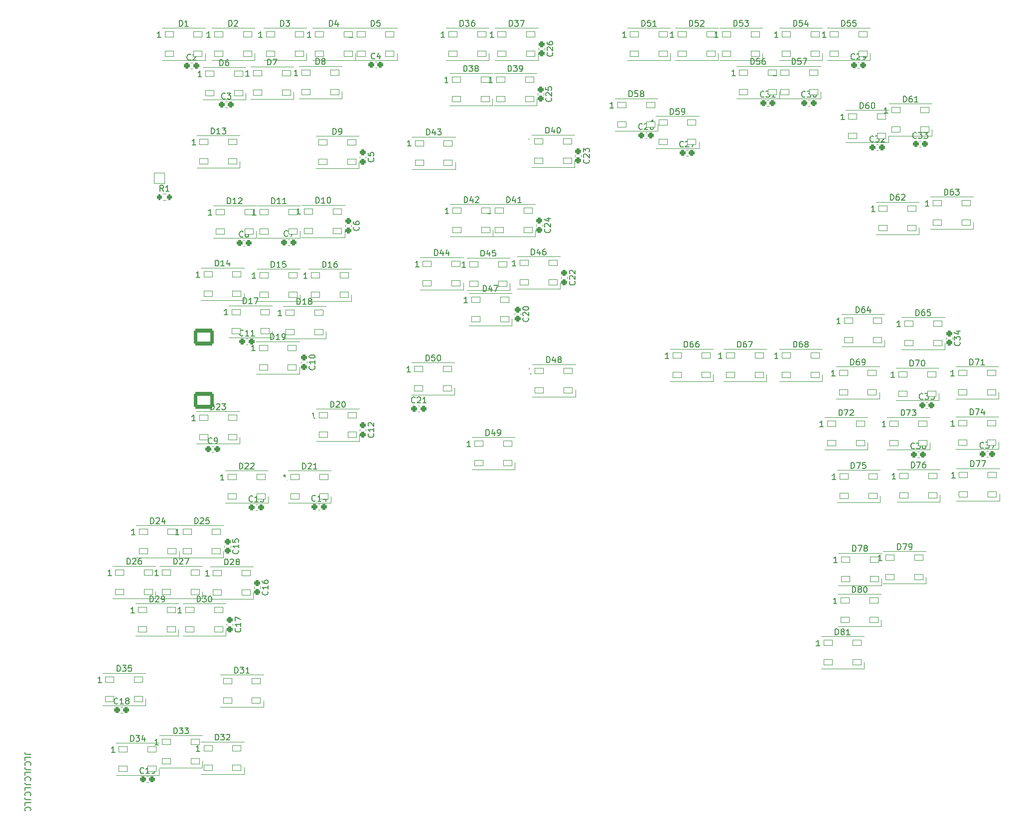
<source format=gbr>
%TF.GenerationSoftware,KiCad,Pcbnew,(6.0.9)*%
%TF.CreationDate,2022-12-26T21:29:22-09:00*%
%TF.ProjectId,PCB_ SELECT JETT PANEL,5043422c-2053-4454-9c45-4354204a4554,rev?*%
%TF.SameCoordinates,Original*%
%TF.FileFunction,Legend,Top*%
%TF.FilePolarity,Positive*%
%FSLAX46Y46*%
G04 Gerber Fmt 4.6, Leading zero omitted, Abs format (unit mm)*
G04 Created by KiCad (PCBNEW (6.0.9)) date 2022-12-26 21:29:22*
%MOMM*%
%LPD*%
G01*
G04 APERTURE LIST*
G04 Aperture macros list*
%AMRoundRect*
0 Rectangle with rounded corners*
0 $1 Rounding radius*
0 $2 $3 $4 $5 $6 $7 $8 $9 X,Y pos of 4 corners*
0 Add a 4 corners polygon primitive as box body*
4,1,4,$2,$3,$4,$5,$6,$7,$8,$9,$2,$3,0*
0 Add four circle primitives for the rounded corners*
1,1,$1+$1,$2,$3*
1,1,$1+$1,$4,$5*
1,1,$1+$1,$6,$7*
1,1,$1+$1,$8,$9*
0 Add four rect primitives between the rounded corners*
20,1,$1+$1,$2,$3,$4,$5,0*
20,1,$1+$1,$4,$5,$6,$7,0*
20,1,$1+$1,$6,$7,$8,$9,0*
20,1,$1+$1,$8,$9,$2,$3,0*%
G04 Aperture macros list end*
%ADD10C,0.150000*%
%ADD11C,0.120000*%
%ADD12RoundRect,0.250000X-0.200000X-0.275000X0.200000X-0.275000X0.200000X0.275000X-0.200000X0.275000X0*%
%ADD13RoundRect,0.300001X1.399999X-1.099999X1.399999X1.099999X-1.399999X1.099999X-1.399999X-1.099999X0*%
%ADD14O,3.400000X2.800000*%
%ADD15RoundRect,0.050000X-0.900000X-0.900000X0.900000X-0.900000X0.900000X0.900000X-0.900000X0.900000X0*%
%ADD16C,1.900000*%
%ADD17RoundRect,0.050000X-0.750000X-0.450000X0.750000X-0.450000X0.750000X0.450000X-0.750000X0.450000X0*%
%ADD18RoundRect,0.275000X-0.225000X-0.250000X0.225000X-0.250000X0.225000X0.250000X-0.225000X0.250000X0*%
%ADD19RoundRect,0.275000X-0.250000X0.225000X-0.250000X-0.225000X0.250000X-0.225000X0.250000X0.225000X0*%
%ADD20C,4.400000*%
%ADD21C,12.800000*%
%ADD22C,3.672000*%
G04 APERTURE END LIST*
D10*
X67067619Y-156000952D02*
X66353333Y-156000952D01*
X66210476Y-155953333D01*
X66115238Y-155858095D01*
X66067619Y-155715238D01*
X66067619Y-155620000D01*
X66067619Y-156953333D02*
X66067619Y-156477142D01*
X67067619Y-156477142D01*
X66162857Y-157858095D02*
X66115238Y-157810476D01*
X66067619Y-157667619D01*
X66067619Y-157572380D01*
X66115238Y-157429523D01*
X66210476Y-157334285D01*
X66305714Y-157286666D01*
X66496190Y-157239047D01*
X66639047Y-157239047D01*
X66829523Y-157286666D01*
X66924761Y-157334285D01*
X67020000Y-157429523D01*
X67067619Y-157572380D01*
X67067619Y-157667619D01*
X67020000Y-157810476D01*
X66972380Y-157858095D01*
X67067619Y-158572380D02*
X66353333Y-158572380D01*
X66210476Y-158524761D01*
X66115238Y-158429523D01*
X66067619Y-158286666D01*
X66067619Y-158191428D01*
X66067619Y-159524761D02*
X66067619Y-159048571D01*
X67067619Y-159048571D01*
X66162857Y-160429523D02*
X66115238Y-160381904D01*
X66067619Y-160239047D01*
X66067619Y-160143809D01*
X66115238Y-160000952D01*
X66210476Y-159905714D01*
X66305714Y-159858095D01*
X66496190Y-159810476D01*
X66639047Y-159810476D01*
X66829523Y-159858095D01*
X66924761Y-159905714D01*
X67020000Y-160000952D01*
X67067619Y-160143809D01*
X67067619Y-160239047D01*
X67020000Y-160381904D01*
X66972380Y-160429523D01*
X67067619Y-161143809D02*
X66353333Y-161143809D01*
X66210476Y-161096190D01*
X66115238Y-161000952D01*
X66067619Y-160858095D01*
X66067619Y-160762857D01*
X66067619Y-162096190D02*
X66067619Y-161620000D01*
X67067619Y-161620000D01*
X66162857Y-163000952D02*
X66115238Y-162953333D01*
X66067619Y-162810476D01*
X66067619Y-162715238D01*
X66115238Y-162572380D01*
X66210476Y-162477142D01*
X66305714Y-162429523D01*
X66496190Y-162381904D01*
X66639047Y-162381904D01*
X66829523Y-162429523D01*
X66924761Y-162477142D01*
X67020000Y-162572380D01*
X67067619Y-162715238D01*
X67067619Y-162810476D01*
X67020000Y-162953333D01*
X66972380Y-163000952D01*
X67067619Y-163715238D02*
X66353333Y-163715238D01*
X66210476Y-163667619D01*
X66115238Y-163572380D01*
X66067619Y-163429523D01*
X66067619Y-163334285D01*
X66067619Y-164667619D02*
X66067619Y-164191428D01*
X67067619Y-164191428D01*
X66162857Y-165572380D02*
X66115238Y-165524761D01*
X66067619Y-165381904D01*
X66067619Y-165286666D01*
X66115238Y-165143809D01*
X66210476Y-165048571D01*
X66305714Y-165000952D01*
X66496190Y-164953333D01*
X66639047Y-164953333D01*
X66829523Y-165000952D01*
X66924761Y-165048571D01*
X67020000Y-165143809D01*
X67067619Y-165286666D01*
X67067619Y-165381904D01*
X67020000Y-165524761D01*
X66972380Y-165572380D01*
%TO.C,R1*%
X89633333Y-60222380D02*
X89300000Y-59746190D01*
X89061904Y-60222380D02*
X89061904Y-59222380D01*
X89442857Y-59222380D01*
X89538095Y-59270000D01*
X89585714Y-59317619D01*
X89633333Y-59412857D01*
X89633333Y-59555714D01*
X89585714Y-59650952D01*
X89538095Y-59698571D01*
X89442857Y-59746190D01*
X89061904Y-59746190D01*
X90585714Y-60222380D02*
X90014285Y-60222380D01*
X90300000Y-60222380D02*
X90300000Y-59222380D01*
X90204761Y-59365238D01*
X90109523Y-59460476D01*
X90014285Y-59508095D01*
%TO.C,D81*%
X203785714Y-135652380D02*
X203785714Y-134652380D01*
X204023809Y-134652380D01*
X204166666Y-134700000D01*
X204261904Y-134795238D01*
X204309523Y-134890476D01*
X204357142Y-135080952D01*
X204357142Y-135223809D01*
X204309523Y-135414285D01*
X204261904Y-135509523D01*
X204166666Y-135604761D01*
X204023809Y-135652380D01*
X203785714Y-135652380D01*
X204928571Y-135080952D02*
X204833333Y-135033333D01*
X204785714Y-134985714D01*
X204738095Y-134890476D01*
X204738095Y-134842857D01*
X204785714Y-134747619D01*
X204833333Y-134700000D01*
X204928571Y-134652380D01*
X205119047Y-134652380D01*
X205214285Y-134700000D01*
X205261904Y-134747619D01*
X205309523Y-134842857D01*
X205309523Y-134890476D01*
X205261904Y-134985714D01*
X205214285Y-135033333D01*
X205119047Y-135080952D01*
X204928571Y-135080952D01*
X204833333Y-135128571D01*
X204785714Y-135176190D01*
X204738095Y-135271428D01*
X204738095Y-135461904D01*
X204785714Y-135557142D01*
X204833333Y-135604761D01*
X204928571Y-135652380D01*
X205119047Y-135652380D01*
X205214285Y-135604761D01*
X205261904Y-135557142D01*
X205309523Y-135461904D01*
X205309523Y-135271428D01*
X205261904Y-135176190D01*
X205214285Y-135128571D01*
X205119047Y-135080952D01*
X206261904Y-135652380D02*
X205690476Y-135652380D01*
X205976190Y-135652380D02*
X205976190Y-134652380D01*
X205880952Y-134795238D01*
X205785714Y-134890476D01*
X205690476Y-134938095D01*
X201135714Y-137552380D02*
X200564285Y-137552380D01*
X200850000Y-137552380D02*
X200850000Y-136552380D01*
X200754761Y-136695238D01*
X200659523Y-136790476D01*
X200564285Y-136838095D01*
%TO.C,D80*%
X206685714Y-128452380D02*
X206685714Y-127452380D01*
X206923809Y-127452380D01*
X207066666Y-127500000D01*
X207161904Y-127595238D01*
X207209523Y-127690476D01*
X207257142Y-127880952D01*
X207257142Y-128023809D01*
X207209523Y-128214285D01*
X207161904Y-128309523D01*
X207066666Y-128404761D01*
X206923809Y-128452380D01*
X206685714Y-128452380D01*
X207828571Y-127880952D02*
X207733333Y-127833333D01*
X207685714Y-127785714D01*
X207638095Y-127690476D01*
X207638095Y-127642857D01*
X207685714Y-127547619D01*
X207733333Y-127500000D01*
X207828571Y-127452380D01*
X208019047Y-127452380D01*
X208114285Y-127500000D01*
X208161904Y-127547619D01*
X208209523Y-127642857D01*
X208209523Y-127690476D01*
X208161904Y-127785714D01*
X208114285Y-127833333D01*
X208019047Y-127880952D01*
X207828571Y-127880952D01*
X207733333Y-127928571D01*
X207685714Y-127976190D01*
X207638095Y-128071428D01*
X207638095Y-128261904D01*
X207685714Y-128357142D01*
X207733333Y-128404761D01*
X207828571Y-128452380D01*
X208019047Y-128452380D01*
X208114285Y-128404761D01*
X208161904Y-128357142D01*
X208209523Y-128261904D01*
X208209523Y-128071428D01*
X208161904Y-127976190D01*
X208114285Y-127928571D01*
X208019047Y-127880952D01*
X208828571Y-127452380D02*
X208923809Y-127452380D01*
X209019047Y-127500000D01*
X209066666Y-127547619D01*
X209114285Y-127642857D01*
X209161904Y-127833333D01*
X209161904Y-128071428D01*
X209114285Y-128261904D01*
X209066666Y-128357142D01*
X209019047Y-128404761D01*
X208923809Y-128452380D01*
X208828571Y-128452380D01*
X208733333Y-128404761D01*
X208685714Y-128357142D01*
X208638095Y-128261904D01*
X208590476Y-128071428D01*
X208590476Y-127833333D01*
X208638095Y-127642857D01*
X208685714Y-127547619D01*
X208733333Y-127500000D01*
X208828571Y-127452380D01*
X204035714Y-130352380D02*
X203464285Y-130352380D01*
X203750000Y-130352380D02*
X203750000Y-129352380D01*
X203654761Y-129495238D01*
X203559523Y-129590476D01*
X203464285Y-129638095D01*
%TO.C,D79*%
X214335714Y-121152380D02*
X214335714Y-120152380D01*
X214573809Y-120152380D01*
X214716666Y-120200000D01*
X214811904Y-120295238D01*
X214859523Y-120390476D01*
X214907142Y-120580952D01*
X214907142Y-120723809D01*
X214859523Y-120914285D01*
X214811904Y-121009523D01*
X214716666Y-121104761D01*
X214573809Y-121152380D01*
X214335714Y-121152380D01*
X215240476Y-120152380D02*
X215907142Y-120152380D01*
X215478571Y-121152380D01*
X216335714Y-121152380D02*
X216526190Y-121152380D01*
X216621428Y-121104761D01*
X216669047Y-121057142D01*
X216764285Y-120914285D01*
X216811904Y-120723809D01*
X216811904Y-120342857D01*
X216764285Y-120247619D01*
X216716666Y-120200000D01*
X216621428Y-120152380D01*
X216430952Y-120152380D01*
X216335714Y-120200000D01*
X216288095Y-120247619D01*
X216240476Y-120342857D01*
X216240476Y-120580952D01*
X216288095Y-120676190D01*
X216335714Y-120723809D01*
X216430952Y-120771428D01*
X216621428Y-120771428D01*
X216716666Y-120723809D01*
X216764285Y-120676190D01*
X216811904Y-120580952D01*
X211685714Y-123052380D02*
X211114285Y-123052380D01*
X211400000Y-123052380D02*
X211400000Y-122052380D01*
X211304761Y-122195238D01*
X211209523Y-122290476D01*
X211114285Y-122338095D01*
%TO.C,D78*%
X206735714Y-121452380D02*
X206735714Y-120452380D01*
X206973809Y-120452380D01*
X207116666Y-120500000D01*
X207211904Y-120595238D01*
X207259523Y-120690476D01*
X207307142Y-120880952D01*
X207307142Y-121023809D01*
X207259523Y-121214285D01*
X207211904Y-121309523D01*
X207116666Y-121404761D01*
X206973809Y-121452380D01*
X206735714Y-121452380D01*
X207640476Y-120452380D02*
X208307142Y-120452380D01*
X207878571Y-121452380D01*
X208830952Y-120880952D02*
X208735714Y-120833333D01*
X208688095Y-120785714D01*
X208640476Y-120690476D01*
X208640476Y-120642857D01*
X208688095Y-120547619D01*
X208735714Y-120500000D01*
X208830952Y-120452380D01*
X209021428Y-120452380D01*
X209116666Y-120500000D01*
X209164285Y-120547619D01*
X209211904Y-120642857D01*
X209211904Y-120690476D01*
X209164285Y-120785714D01*
X209116666Y-120833333D01*
X209021428Y-120880952D01*
X208830952Y-120880952D01*
X208735714Y-120928571D01*
X208688095Y-120976190D01*
X208640476Y-121071428D01*
X208640476Y-121261904D01*
X208688095Y-121357142D01*
X208735714Y-121404761D01*
X208830952Y-121452380D01*
X209021428Y-121452380D01*
X209116666Y-121404761D01*
X209164285Y-121357142D01*
X209211904Y-121261904D01*
X209211904Y-121071428D01*
X209164285Y-120976190D01*
X209116666Y-120928571D01*
X209021428Y-120880952D01*
X204085714Y-123352380D02*
X203514285Y-123352380D01*
X203800000Y-123352380D02*
X203800000Y-122352380D01*
X203704761Y-122495238D01*
X203609523Y-122590476D01*
X203514285Y-122638095D01*
%TO.C,D77*%
X226785714Y-107052380D02*
X226785714Y-106052380D01*
X227023809Y-106052380D01*
X227166666Y-106100000D01*
X227261904Y-106195238D01*
X227309523Y-106290476D01*
X227357142Y-106480952D01*
X227357142Y-106623809D01*
X227309523Y-106814285D01*
X227261904Y-106909523D01*
X227166666Y-107004761D01*
X227023809Y-107052380D01*
X226785714Y-107052380D01*
X227690476Y-106052380D02*
X228357142Y-106052380D01*
X227928571Y-107052380D01*
X228642857Y-106052380D02*
X229309523Y-106052380D01*
X228880952Y-107052380D01*
X224135714Y-108952380D02*
X223564285Y-108952380D01*
X223850000Y-108952380D02*
X223850000Y-107952380D01*
X223754761Y-108095238D01*
X223659523Y-108190476D01*
X223564285Y-108238095D01*
%TO.C,D76*%
X216685714Y-107252380D02*
X216685714Y-106252380D01*
X216923809Y-106252380D01*
X217066666Y-106300000D01*
X217161904Y-106395238D01*
X217209523Y-106490476D01*
X217257142Y-106680952D01*
X217257142Y-106823809D01*
X217209523Y-107014285D01*
X217161904Y-107109523D01*
X217066666Y-107204761D01*
X216923809Y-107252380D01*
X216685714Y-107252380D01*
X217590476Y-106252380D02*
X218257142Y-106252380D01*
X217828571Y-107252380D01*
X219066666Y-106252380D02*
X218876190Y-106252380D01*
X218780952Y-106300000D01*
X218733333Y-106347619D01*
X218638095Y-106490476D01*
X218590476Y-106680952D01*
X218590476Y-107061904D01*
X218638095Y-107157142D01*
X218685714Y-107204761D01*
X218780952Y-107252380D01*
X218971428Y-107252380D01*
X219066666Y-107204761D01*
X219114285Y-107157142D01*
X219161904Y-107061904D01*
X219161904Y-106823809D01*
X219114285Y-106728571D01*
X219066666Y-106680952D01*
X218971428Y-106633333D01*
X218780952Y-106633333D01*
X218685714Y-106680952D01*
X218638095Y-106728571D01*
X218590476Y-106823809D01*
X214035714Y-109152380D02*
X213464285Y-109152380D01*
X213750000Y-109152380D02*
X213750000Y-108152380D01*
X213654761Y-108295238D01*
X213559523Y-108390476D01*
X213464285Y-108438095D01*
%TO.C,D75*%
X206485714Y-107352380D02*
X206485714Y-106352380D01*
X206723809Y-106352380D01*
X206866666Y-106400000D01*
X206961904Y-106495238D01*
X207009523Y-106590476D01*
X207057142Y-106780952D01*
X207057142Y-106923809D01*
X207009523Y-107114285D01*
X206961904Y-107209523D01*
X206866666Y-107304761D01*
X206723809Y-107352380D01*
X206485714Y-107352380D01*
X207390476Y-106352380D02*
X208057142Y-106352380D01*
X207628571Y-107352380D01*
X208914285Y-106352380D02*
X208438095Y-106352380D01*
X208390476Y-106828571D01*
X208438095Y-106780952D01*
X208533333Y-106733333D01*
X208771428Y-106733333D01*
X208866666Y-106780952D01*
X208914285Y-106828571D01*
X208961904Y-106923809D01*
X208961904Y-107161904D01*
X208914285Y-107257142D01*
X208866666Y-107304761D01*
X208771428Y-107352380D01*
X208533333Y-107352380D01*
X208438095Y-107304761D01*
X208390476Y-107257142D01*
X203835714Y-109252380D02*
X203264285Y-109252380D01*
X203550000Y-109252380D02*
X203550000Y-108252380D01*
X203454761Y-108395238D01*
X203359523Y-108490476D01*
X203264285Y-108538095D01*
%TO.C,D74*%
X226685714Y-98252380D02*
X226685714Y-97252380D01*
X226923809Y-97252380D01*
X227066666Y-97300000D01*
X227161904Y-97395238D01*
X227209523Y-97490476D01*
X227257142Y-97680952D01*
X227257142Y-97823809D01*
X227209523Y-98014285D01*
X227161904Y-98109523D01*
X227066666Y-98204761D01*
X226923809Y-98252380D01*
X226685714Y-98252380D01*
X227590476Y-97252380D02*
X228257142Y-97252380D01*
X227828571Y-98252380D01*
X229066666Y-97585714D02*
X229066666Y-98252380D01*
X228828571Y-97204761D02*
X228590476Y-97919047D01*
X229209523Y-97919047D01*
X224035714Y-100152380D02*
X223464285Y-100152380D01*
X223750000Y-100152380D02*
X223750000Y-99152380D01*
X223654761Y-99295238D01*
X223559523Y-99390476D01*
X223464285Y-99438095D01*
%TO.C,D73*%
X214985714Y-98352380D02*
X214985714Y-97352380D01*
X215223809Y-97352380D01*
X215366666Y-97400000D01*
X215461904Y-97495238D01*
X215509523Y-97590476D01*
X215557142Y-97780952D01*
X215557142Y-97923809D01*
X215509523Y-98114285D01*
X215461904Y-98209523D01*
X215366666Y-98304761D01*
X215223809Y-98352380D01*
X214985714Y-98352380D01*
X215890476Y-97352380D02*
X216557142Y-97352380D01*
X216128571Y-98352380D01*
X216842857Y-97352380D02*
X217461904Y-97352380D01*
X217128571Y-97733333D01*
X217271428Y-97733333D01*
X217366666Y-97780952D01*
X217414285Y-97828571D01*
X217461904Y-97923809D01*
X217461904Y-98161904D01*
X217414285Y-98257142D01*
X217366666Y-98304761D01*
X217271428Y-98352380D01*
X216985714Y-98352380D01*
X216890476Y-98304761D01*
X216842857Y-98257142D01*
X212335714Y-100252380D02*
X211764285Y-100252380D01*
X212050000Y-100252380D02*
X212050000Y-99252380D01*
X211954761Y-99395238D01*
X211859523Y-99490476D01*
X211764285Y-99538095D01*
%TO.C,D72*%
X204385714Y-98352380D02*
X204385714Y-97352380D01*
X204623809Y-97352380D01*
X204766666Y-97400000D01*
X204861904Y-97495238D01*
X204909523Y-97590476D01*
X204957142Y-97780952D01*
X204957142Y-97923809D01*
X204909523Y-98114285D01*
X204861904Y-98209523D01*
X204766666Y-98304761D01*
X204623809Y-98352380D01*
X204385714Y-98352380D01*
X205290476Y-97352380D02*
X205957142Y-97352380D01*
X205528571Y-98352380D01*
X206290476Y-97447619D02*
X206338095Y-97400000D01*
X206433333Y-97352380D01*
X206671428Y-97352380D01*
X206766666Y-97400000D01*
X206814285Y-97447619D01*
X206861904Y-97542857D01*
X206861904Y-97638095D01*
X206814285Y-97780952D01*
X206242857Y-98352380D01*
X206861904Y-98352380D01*
X201735714Y-100252380D02*
X201164285Y-100252380D01*
X201450000Y-100252380D02*
X201450000Y-99252380D01*
X201354761Y-99395238D01*
X201259523Y-99490476D01*
X201164285Y-99538095D01*
%TO.C,D71*%
X226635714Y-89752380D02*
X226635714Y-88752380D01*
X226873809Y-88752380D01*
X227016666Y-88800000D01*
X227111904Y-88895238D01*
X227159523Y-88990476D01*
X227207142Y-89180952D01*
X227207142Y-89323809D01*
X227159523Y-89514285D01*
X227111904Y-89609523D01*
X227016666Y-89704761D01*
X226873809Y-89752380D01*
X226635714Y-89752380D01*
X227540476Y-88752380D02*
X228207142Y-88752380D01*
X227778571Y-89752380D01*
X229111904Y-89752380D02*
X228540476Y-89752380D01*
X228826190Y-89752380D02*
X228826190Y-88752380D01*
X228730952Y-88895238D01*
X228635714Y-88990476D01*
X228540476Y-89038095D01*
X223985714Y-91652380D02*
X223414285Y-91652380D01*
X223700000Y-91652380D02*
X223700000Y-90652380D01*
X223604761Y-90795238D01*
X223509523Y-90890476D01*
X223414285Y-90938095D01*
%TO.C,D70*%
X216485714Y-89952380D02*
X216485714Y-88952380D01*
X216723809Y-88952380D01*
X216866666Y-89000000D01*
X216961904Y-89095238D01*
X217009523Y-89190476D01*
X217057142Y-89380952D01*
X217057142Y-89523809D01*
X217009523Y-89714285D01*
X216961904Y-89809523D01*
X216866666Y-89904761D01*
X216723809Y-89952380D01*
X216485714Y-89952380D01*
X217390476Y-88952380D02*
X218057142Y-88952380D01*
X217628571Y-89952380D01*
X218628571Y-88952380D02*
X218723809Y-88952380D01*
X218819047Y-89000000D01*
X218866666Y-89047619D01*
X218914285Y-89142857D01*
X218961904Y-89333333D01*
X218961904Y-89571428D01*
X218914285Y-89761904D01*
X218866666Y-89857142D01*
X218819047Y-89904761D01*
X218723809Y-89952380D01*
X218628571Y-89952380D01*
X218533333Y-89904761D01*
X218485714Y-89857142D01*
X218438095Y-89761904D01*
X218390476Y-89571428D01*
X218390476Y-89333333D01*
X218438095Y-89142857D01*
X218485714Y-89047619D01*
X218533333Y-89000000D01*
X218628571Y-88952380D01*
X213835714Y-91852380D02*
X213264285Y-91852380D01*
X213550000Y-91852380D02*
X213550000Y-90852380D01*
X213454761Y-90995238D01*
X213359523Y-91090476D01*
X213264285Y-91138095D01*
%TO.C,D69*%
X206385714Y-89752380D02*
X206385714Y-88752380D01*
X206623809Y-88752380D01*
X206766666Y-88800000D01*
X206861904Y-88895238D01*
X206909523Y-88990476D01*
X206957142Y-89180952D01*
X206957142Y-89323809D01*
X206909523Y-89514285D01*
X206861904Y-89609523D01*
X206766666Y-89704761D01*
X206623809Y-89752380D01*
X206385714Y-89752380D01*
X207814285Y-88752380D02*
X207623809Y-88752380D01*
X207528571Y-88800000D01*
X207480952Y-88847619D01*
X207385714Y-88990476D01*
X207338095Y-89180952D01*
X207338095Y-89561904D01*
X207385714Y-89657142D01*
X207433333Y-89704761D01*
X207528571Y-89752380D01*
X207719047Y-89752380D01*
X207814285Y-89704761D01*
X207861904Y-89657142D01*
X207909523Y-89561904D01*
X207909523Y-89323809D01*
X207861904Y-89228571D01*
X207814285Y-89180952D01*
X207719047Y-89133333D01*
X207528571Y-89133333D01*
X207433333Y-89180952D01*
X207385714Y-89228571D01*
X207338095Y-89323809D01*
X208385714Y-89752380D02*
X208576190Y-89752380D01*
X208671428Y-89704761D01*
X208719047Y-89657142D01*
X208814285Y-89514285D01*
X208861904Y-89323809D01*
X208861904Y-88942857D01*
X208814285Y-88847619D01*
X208766666Y-88800000D01*
X208671428Y-88752380D01*
X208480952Y-88752380D01*
X208385714Y-88800000D01*
X208338095Y-88847619D01*
X208290476Y-88942857D01*
X208290476Y-89180952D01*
X208338095Y-89276190D01*
X208385714Y-89323809D01*
X208480952Y-89371428D01*
X208671428Y-89371428D01*
X208766666Y-89323809D01*
X208814285Y-89276190D01*
X208861904Y-89180952D01*
X203735714Y-91652380D02*
X203164285Y-91652380D01*
X203450000Y-91652380D02*
X203450000Y-90652380D01*
X203354761Y-90795238D01*
X203259523Y-90890476D01*
X203164285Y-90938095D01*
%TO.C,D68*%
X196685714Y-86752380D02*
X196685714Y-85752380D01*
X196923809Y-85752380D01*
X197066666Y-85800000D01*
X197161904Y-85895238D01*
X197209523Y-85990476D01*
X197257142Y-86180952D01*
X197257142Y-86323809D01*
X197209523Y-86514285D01*
X197161904Y-86609523D01*
X197066666Y-86704761D01*
X196923809Y-86752380D01*
X196685714Y-86752380D01*
X198114285Y-85752380D02*
X197923809Y-85752380D01*
X197828571Y-85800000D01*
X197780952Y-85847619D01*
X197685714Y-85990476D01*
X197638095Y-86180952D01*
X197638095Y-86561904D01*
X197685714Y-86657142D01*
X197733333Y-86704761D01*
X197828571Y-86752380D01*
X198019047Y-86752380D01*
X198114285Y-86704761D01*
X198161904Y-86657142D01*
X198209523Y-86561904D01*
X198209523Y-86323809D01*
X198161904Y-86228571D01*
X198114285Y-86180952D01*
X198019047Y-86133333D01*
X197828571Y-86133333D01*
X197733333Y-86180952D01*
X197685714Y-86228571D01*
X197638095Y-86323809D01*
X198780952Y-86180952D02*
X198685714Y-86133333D01*
X198638095Y-86085714D01*
X198590476Y-85990476D01*
X198590476Y-85942857D01*
X198638095Y-85847619D01*
X198685714Y-85800000D01*
X198780952Y-85752380D01*
X198971428Y-85752380D01*
X199066666Y-85800000D01*
X199114285Y-85847619D01*
X199161904Y-85942857D01*
X199161904Y-85990476D01*
X199114285Y-86085714D01*
X199066666Y-86133333D01*
X198971428Y-86180952D01*
X198780952Y-86180952D01*
X198685714Y-86228571D01*
X198638095Y-86276190D01*
X198590476Y-86371428D01*
X198590476Y-86561904D01*
X198638095Y-86657142D01*
X198685714Y-86704761D01*
X198780952Y-86752380D01*
X198971428Y-86752380D01*
X199066666Y-86704761D01*
X199114285Y-86657142D01*
X199161904Y-86561904D01*
X199161904Y-86371428D01*
X199114285Y-86276190D01*
X199066666Y-86228571D01*
X198971428Y-86180952D01*
X194035714Y-88652380D02*
X193464285Y-88652380D01*
X193750000Y-88652380D02*
X193750000Y-87652380D01*
X193654761Y-87795238D01*
X193559523Y-87890476D01*
X193464285Y-87938095D01*
%TO.C,D67*%
X187185714Y-86752380D02*
X187185714Y-85752380D01*
X187423809Y-85752380D01*
X187566666Y-85800000D01*
X187661904Y-85895238D01*
X187709523Y-85990476D01*
X187757142Y-86180952D01*
X187757142Y-86323809D01*
X187709523Y-86514285D01*
X187661904Y-86609523D01*
X187566666Y-86704761D01*
X187423809Y-86752380D01*
X187185714Y-86752380D01*
X188614285Y-85752380D02*
X188423809Y-85752380D01*
X188328571Y-85800000D01*
X188280952Y-85847619D01*
X188185714Y-85990476D01*
X188138095Y-86180952D01*
X188138095Y-86561904D01*
X188185714Y-86657142D01*
X188233333Y-86704761D01*
X188328571Y-86752380D01*
X188519047Y-86752380D01*
X188614285Y-86704761D01*
X188661904Y-86657142D01*
X188709523Y-86561904D01*
X188709523Y-86323809D01*
X188661904Y-86228571D01*
X188614285Y-86180952D01*
X188519047Y-86133333D01*
X188328571Y-86133333D01*
X188233333Y-86180952D01*
X188185714Y-86228571D01*
X188138095Y-86323809D01*
X189042857Y-85752380D02*
X189709523Y-85752380D01*
X189280952Y-86752380D01*
X184535714Y-88652380D02*
X183964285Y-88652380D01*
X184250000Y-88652380D02*
X184250000Y-87652380D01*
X184154761Y-87795238D01*
X184059523Y-87890476D01*
X183964285Y-87938095D01*
%TO.C,D66*%
X178135714Y-86752380D02*
X178135714Y-85752380D01*
X178373809Y-85752380D01*
X178516666Y-85800000D01*
X178611904Y-85895238D01*
X178659523Y-85990476D01*
X178707142Y-86180952D01*
X178707142Y-86323809D01*
X178659523Y-86514285D01*
X178611904Y-86609523D01*
X178516666Y-86704761D01*
X178373809Y-86752380D01*
X178135714Y-86752380D01*
X179564285Y-85752380D02*
X179373809Y-85752380D01*
X179278571Y-85800000D01*
X179230952Y-85847619D01*
X179135714Y-85990476D01*
X179088095Y-86180952D01*
X179088095Y-86561904D01*
X179135714Y-86657142D01*
X179183333Y-86704761D01*
X179278571Y-86752380D01*
X179469047Y-86752380D01*
X179564285Y-86704761D01*
X179611904Y-86657142D01*
X179659523Y-86561904D01*
X179659523Y-86323809D01*
X179611904Y-86228571D01*
X179564285Y-86180952D01*
X179469047Y-86133333D01*
X179278571Y-86133333D01*
X179183333Y-86180952D01*
X179135714Y-86228571D01*
X179088095Y-86323809D01*
X180516666Y-85752380D02*
X180326190Y-85752380D01*
X180230952Y-85800000D01*
X180183333Y-85847619D01*
X180088095Y-85990476D01*
X180040476Y-86180952D01*
X180040476Y-86561904D01*
X180088095Y-86657142D01*
X180135714Y-86704761D01*
X180230952Y-86752380D01*
X180421428Y-86752380D01*
X180516666Y-86704761D01*
X180564285Y-86657142D01*
X180611904Y-86561904D01*
X180611904Y-86323809D01*
X180564285Y-86228571D01*
X180516666Y-86180952D01*
X180421428Y-86133333D01*
X180230952Y-86133333D01*
X180135714Y-86180952D01*
X180088095Y-86228571D01*
X180040476Y-86323809D01*
X175485714Y-88652380D02*
X174914285Y-88652380D01*
X175200000Y-88652380D02*
X175200000Y-87652380D01*
X175104761Y-87795238D01*
X175009523Y-87890476D01*
X174914285Y-87938095D01*
%TO.C,D65*%
X217485714Y-81352380D02*
X217485714Y-80352380D01*
X217723809Y-80352380D01*
X217866666Y-80400000D01*
X217961904Y-80495238D01*
X218009523Y-80590476D01*
X218057142Y-80780952D01*
X218057142Y-80923809D01*
X218009523Y-81114285D01*
X217961904Y-81209523D01*
X217866666Y-81304761D01*
X217723809Y-81352380D01*
X217485714Y-81352380D01*
X218914285Y-80352380D02*
X218723809Y-80352380D01*
X218628571Y-80400000D01*
X218580952Y-80447619D01*
X218485714Y-80590476D01*
X218438095Y-80780952D01*
X218438095Y-81161904D01*
X218485714Y-81257142D01*
X218533333Y-81304761D01*
X218628571Y-81352380D01*
X218819047Y-81352380D01*
X218914285Y-81304761D01*
X218961904Y-81257142D01*
X219009523Y-81161904D01*
X219009523Y-80923809D01*
X218961904Y-80828571D01*
X218914285Y-80780952D01*
X218819047Y-80733333D01*
X218628571Y-80733333D01*
X218533333Y-80780952D01*
X218485714Y-80828571D01*
X218438095Y-80923809D01*
X219914285Y-80352380D02*
X219438095Y-80352380D01*
X219390476Y-80828571D01*
X219438095Y-80780952D01*
X219533333Y-80733333D01*
X219771428Y-80733333D01*
X219866666Y-80780952D01*
X219914285Y-80828571D01*
X219961904Y-80923809D01*
X219961904Y-81161904D01*
X219914285Y-81257142D01*
X219866666Y-81304761D01*
X219771428Y-81352380D01*
X219533333Y-81352380D01*
X219438095Y-81304761D01*
X219390476Y-81257142D01*
X214835714Y-83252380D02*
X214264285Y-83252380D01*
X214550000Y-83252380D02*
X214550000Y-82252380D01*
X214454761Y-82395238D01*
X214359523Y-82490476D01*
X214264285Y-82538095D01*
%TO.C,D64*%
X207285714Y-80852380D02*
X207285714Y-79852380D01*
X207523809Y-79852380D01*
X207666666Y-79900000D01*
X207761904Y-79995238D01*
X207809523Y-80090476D01*
X207857142Y-80280952D01*
X207857142Y-80423809D01*
X207809523Y-80614285D01*
X207761904Y-80709523D01*
X207666666Y-80804761D01*
X207523809Y-80852380D01*
X207285714Y-80852380D01*
X208714285Y-79852380D02*
X208523809Y-79852380D01*
X208428571Y-79900000D01*
X208380952Y-79947619D01*
X208285714Y-80090476D01*
X208238095Y-80280952D01*
X208238095Y-80661904D01*
X208285714Y-80757142D01*
X208333333Y-80804761D01*
X208428571Y-80852380D01*
X208619047Y-80852380D01*
X208714285Y-80804761D01*
X208761904Y-80757142D01*
X208809523Y-80661904D01*
X208809523Y-80423809D01*
X208761904Y-80328571D01*
X208714285Y-80280952D01*
X208619047Y-80233333D01*
X208428571Y-80233333D01*
X208333333Y-80280952D01*
X208285714Y-80328571D01*
X208238095Y-80423809D01*
X209666666Y-80185714D02*
X209666666Y-80852380D01*
X209428571Y-79804761D02*
X209190476Y-80519047D01*
X209809523Y-80519047D01*
X204635714Y-82752380D02*
X204064285Y-82752380D01*
X204350000Y-82752380D02*
X204350000Y-81752380D01*
X204254761Y-81895238D01*
X204159523Y-81990476D01*
X204064285Y-82038095D01*
%TO.C,D63*%
X222335714Y-60852380D02*
X222335714Y-59852380D01*
X222573809Y-59852380D01*
X222716666Y-59900000D01*
X222811904Y-59995238D01*
X222859523Y-60090476D01*
X222907142Y-60280952D01*
X222907142Y-60423809D01*
X222859523Y-60614285D01*
X222811904Y-60709523D01*
X222716666Y-60804761D01*
X222573809Y-60852380D01*
X222335714Y-60852380D01*
X223764285Y-59852380D02*
X223573809Y-59852380D01*
X223478571Y-59900000D01*
X223430952Y-59947619D01*
X223335714Y-60090476D01*
X223288095Y-60280952D01*
X223288095Y-60661904D01*
X223335714Y-60757142D01*
X223383333Y-60804761D01*
X223478571Y-60852380D01*
X223669047Y-60852380D01*
X223764285Y-60804761D01*
X223811904Y-60757142D01*
X223859523Y-60661904D01*
X223859523Y-60423809D01*
X223811904Y-60328571D01*
X223764285Y-60280952D01*
X223669047Y-60233333D01*
X223478571Y-60233333D01*
X223383333Y-60280952D01*
X223335714Y-60328571D01*
X223288095Y-60423809D01*
X224192857Y-59852380D02*
X224811904Y-59852380D01*
X224478571Y-60233333D01*
X224621428Y-60233333D01*
X224716666Y-60280952D01*
X224764285Y-60328571D01*
X224811904Y-60423809D01*
X224811904Y-60661904D01*
X224764285Y-60757142D01*
X224716666Y-60804761D01*
X224621428Y-60852380D01*
X224335714Y-60852380D01*
X224240476Y-60804761D01*
X224192857Y-60757142D01*
X219685714Y-62752380D02*
X219114285Y-62752380D01*
X219400000Y-62752380D02*
X219400000Y-61752380D01*
X219304761Y-61895238D01*
X219209523Y-61990476D01*
X219114285Y-62038095D01*
%TO.C,D62*%
X213135714Y-61752380D02*
X213135714Y-60752380D01*
X213373809Y-60752380D01*
X213516666Y-60800000D01*
X213611904Y-60895238D01*
X213659523Y-60990476D01*
X213707142Y-61180952D01*
X213707142Y-61323809D01*
X213659523Y-61514285D01*
X213611904Y-61609523D01*
X213516666Y-61704761D01*
X213373809Y-61752380D01*
X213135714Y-61752380D01*
X214564285Y-60752380D02*
X214373809Y-60752380D01*
X214278571Y-60800000D01*
X214230952Y-60847619D01*
X214135714Y-60990476D01*
X214088095Y-61180952D01*
X214088095Y-61561904D01*
X214135714Y-61657142D01*
X214183333Y-61704761D01*
X214278571Y-61752380D01*
X214469047Y-61752380D01*
X214564285Y-61704761D01*
X214611904Y-61657142D01*
X214659523Y-61561904D01*
X214659523Y-61323809D01*
X214611904Y-61228571D01*
X214564285Y-61180952D01*
X214469047Y-61133333D01*
X214278571Y-61133333D01*
X214183333Y-61180952D01*
X214135714Y-61228571D01*
X214088095Y-61323809D01*
X215040476Y-60847619D02*
X215088095Y-60800000D01*
X215183333Y-60752380D01*
X215421428Y-60752380D01*
X215516666Y-60800000D01*
X215564285Y-60847619D01*
X215611904Y-60942857D01*
X215611904Y-61038095D01*
X215564285Y-61180952D01*
X214992857Y-61752380D01*
X215611904Y-61752380D01*
X210485714Y-63652380D02*
X209914285Y-63652380D01*
X210200000Y-63652380D02*
X210200000Y-62652380D01*
X210104761Y-62795238D01*
X210009523Y-62890476D01*
X209914285Y-62938095D01*
%TO.C,D61*%
X215335714Y-45052380D02*
X215335714Y-44052380D01*
X215573809Y-44052380D01*
X215716666Y-44100000D01*
X215811904Y-44195238D01*
X215859523Y-44290476D01*
X215907142Y-44480952D01*
X215907142Y-44623809D01*
X215859523Y-44814285D01*
X215811904Y-44909523D01*
X215716666Y-45004761D01*
X215573809Y-45052380D01*
X215335714Y-45052380D01*
X216764285Y-44052380D02*
X216573809Y-44052380D01*
X216478571Y-44100000D01*
X216430952Y-44147619D01*
X216335714Y-44290476D01*
X216288095Y-44480952D01*
X216288095Y-44861904D01*
X216335714Y-44957142D01*
X216383333Y-45004761D01*
X216478571Y-45052380D01*
X216669047Y-45052380D01*
X216764285Y-45004761D01*
X216811904Y-44957142D01*
X216859523Y-44861904D01*
X216859523Y-44623809D01*
X216811904Y-44528571D01*
X216764285Y-44480952D01*
X216669047Y-44433333D01*
X216478571Y-44433333D01*
X216383333Y-44480952D01*
X216335714Y-44528571D01*
X216288095Y-44623809D01*
X217811904Y-45052380D02*
X217240476Y-45052380D01*
X217526190Y-45052380D02*
X217526190Y-44052380D01*
X217430952Y-44195238D01*
X217335714Y-44290476D01*
X217240476Y-44338095D01*
X212685714Y-46952380D02*
X212114285Y-46952380D01*
X212400000Y-46952380D02*
X212400000Y-45952380D01*
X212304761Y-46095238D01*
X212209523Y-46190476D01*
X212114285Y-46238095D01*
%TO.C,D60*%
X207985714Y-46152380D02*
X207985714Y-45152380D01*
X208223809Y-45152380D01*
X208366666Y-45200000D01*
X208461904Y-45295238D01*
X208509523Y-45390476D01*
X208557142Y-45580952D01*
X208557142Y-45723809D01*
X208509523Y-45914285D01*
X208461904Y-46009523D01*
X208366666Y-46104761D01*
X208223809Y-46152380D01*
X207985714Y-46152380D01*
X209414285Y-45152380D02*
X209223809Y-45152380D01*
X209128571Y-45200000D01*
X209080952Y-45247619D01*
X208985714Y-45390476D01*
X208938095Y-45580952D01*
X208938095Y-45961904D01*
X208985714Y-46057142D01*
X209033333Y-46104761D01*
X209128571Y-46152380D01*
X209319047Y-46152380D01*
X209414285Y-46104761D01*
X209461904Y-46057142D01*
X209509523Y-45961904D01*
X209509523Y-45723809D01*
X209461904Y-45628571D01*
X209414285Y-45580952D01*
X209319047Y-45533333D01*
X209128571Y-45533333D01*
X209033333Y-45580952D01*
X208985714Y-45628571D01*
X208938095Y-45723809D01*
X210128571Y-45152380D02*
X210223809Y-45152380D01*
X210319047Y-45200000D01*
X210366666Y-45247619D01*
X210414285Y-45342857D01*
X210461904Y-45533333D01*
X210461904Y-45771428D01*
X210414285Y-45961904D01*
X210366666Y-46057142D01*
X210319047Y-46104761D01*
X210223809Y-46152380D01*
X210128571Y-46152380D01*
X210033333Y-46104761D01*
X209985714Y-46057142D01*
X209938095Y-45961904D01*
X209890476Y-45771428D01*
X209890476Y-45533333D01*
X209938095Y-45342857D01*
X209985714Y-45247619D01*
X210033333Y-45200000D01*
X210128571Y-45152380D01*
X205335714Y-48052380D02*
X204764285Y-48052380D01*
X205050000Y-48052380D02*
X205050000Y-47052380D01*
X204954761Y-47195238D01*
X204859523Y-47290476D01*
X204764285Y-47338095D01*
%TO.C,D59*%
X175735714Y-47152380D02*
X175735714Y-46152380D01*
X175973809Y-46152380D01*
X176116666Y-46200000D01*
X176211904Y-46295238D01*
X176259523Y-46390476D01*
X176307142Y-46580952D01*
X176307142Y-46723809D01*
X176259523Y-46914285D01*
X176211904Y-47009523D01*
X176116666Y-47104761D01*
X175973809Y-47152380D01*
X175735714Y-47152380D01*
X177211904Y-46152380D02*
X176735714Y-46152380D01*
X176688095Y-46628571D01*
X176735714Y-46580952D01*
X176830952Y-46533333D01*
X177069047Y-46533333D01*
X177164285Y-46580952D01*
X177211904Y-46628571D01*
X177259523Y-46723809D01*
X177259523Y-46961904D01*
X177211904Y-47057142D01*
X177164285Y-47104761D01*
X177069047Y-47152380D01*
X176830952Y-47152380D01*
X176735714Y-47104761D01*
X176688095Y-47057142D01*
X177735714Y-47152380D02*
X177926190Y-47152380D01*
X178021428Y-47104761D01*
X178069047Y-47057142D01*
X178164285Y-46914285D01*
X178211904Y-46723809D01*
X178211904Y-46342857D01*
X178164285Y-46247619D01*
X178116666Y-46200000D01*
X178021428Y-46152380D01*
X177830952Y-46152380D01*
X177735714Y-46200000D01*
X177688095Y-46247619D01*
X177640476Y-46342857D01*
X177640476Y-46580952D01*
X177688095Y-46676190D01*
X177735714Y-46723809D01*
X177830952Y-46771428D01*
X178021428Y-46771428D01*
X178116666Y-46723809D01*
X178164285Y-46676190D01*
X178211904Y-46580952D01*
X173085714Y-49052380D02*
X172514285Y-49052380D01*
X172800000Y-49052380D02*
X172800000Y-48052380D01*
X172704761Y-48195238D01*
X172609523Y-48290476D01*
X172514285Y-48338095D01*
%TO.C,D58*%
X168735714Y-44152380D02*
X168735714Y-43152380D01*
X168973809Y-43152380D01*
X169116666Y-43200000D01*
X169211904Y-43295238D01*
X169259523Y-43390476D01*
X169307142Y-43580952D01*
X169307142Y-43723809D01*
X169259523Y-43914285D01*
X169211904Y-44009523D01*
X169116666Y-44104761D01*
X168973809Y-44152380D01*
X168735714Y-44152380D01*
X170211904Y-43152380D02*
X169735714Y-43152380D01*
X169688095Y-43628571D01*
X169735714Y-43580952D01*
X169830952Y-43533333D01*
X170069047Y-43533333D01*
X170164285Y-43580952D01*
X170211904Y-43628571D01*
X170259523Y-43723809D01*
X170259523Y-43961904D01*
X170211904Y-44057142D01*
X170164285Y-44104761D01*
X170069047Y-44152380D01*
X169830952Y-44152380D01*
X169735714Y-44104761D01*
X169688095Y-44057142D01*
X170830952Y-43580952D02*
X170735714Y-43533333D01*
X170688095Y-43485714D01*
X170640476Y-43390476D01*
X170640476Y-43342857D01*
X170688095Y-43247619D01*
X170735714Y-43200000D01*
X170830952Y-43152380D01*
X171021428Y-43152380D01*
X171116666Y-43200000D01*
X171164285Y-43247619D01*
X171211904Y-43342857D01*
X171211904Y-43390476D01*
X171164285Y-43485714D01*
X171116666Y-43533333D01*
X171021428Y-43580952D01*
X170830952Y-43580952D01*
X170735714Y-43628571D01*
X170688095Y-43676190D01*
X170640476Y-43771428D01*
X170640476Y-43961904D01*
X170688095Y-44057142D01*
X170735714Y-44104761D01*
X170830952Y-44152380D01*
X171021428Y-44152380D01*
X171116666Y-44104761D01*
X171164285Y-44057142D01*
X171211904Y-43961904D01*
X171211904Y-43771428D01*
X171164285Y-43676190D01*
X171116666Y-43628571D01*
X171021428Y-43580952D01*
X166085714Y-46052380D02*
X165514285Y-46052380D01*
X165800000Y-46052380D02*
X165800000Y-45052380D01*
X165704761Y-45195238D01*
X165609523Y-45290476D01*
X165514285Y-45338095D01*
%TO.C,D57*%
X196435714Y-38652380D02*
X196435714Y-37652380D01*
X196673809Y-37652380D01*
X196816666Y-37700000D01*
X196911904Y-37795238D01*
X196959523Y-37890476D01*
X197007142Y-38080952D01*
X197007142Y-38223809D01*
X196959523Y-38414285D01*
X196911904Y-38509523D01*
X196816666Y-38604761D01*
X196673809Y-38652380D01*
X196435714Y-38652380D01*
X197911904Y-37652380D02*
X197435714Y-37652380D01*
X197388095Y-38128571D01*
X197435714Y-38080952D01*
X197530952Y-38033333D01*
X197769047Y-38033333D01*
X197864285Y-38080952D01*
X197911904Y-38128571D01*
X197959523Y-38223809D01*
X197959523Y-38461904D01*
X197911904Y-38557142D01*
X197864285Y-38604761D01*
X197769047Y-38652380D01*
X197530952Y-38652380D01*
X197435714Y-38604761D01*
X197388095Y-38557142D01*
X198292857Y-37652380D02*
X198959523Y-37652380D01*
X198530952Y-38652380D01*
X193785714Y-40552380D02*
X193214285Y-40552380D01*
X193500000Y-40552380D02*
X193500000Y-39552380D01*
X193404761Y-39695238D01*
X193309523Y-39790476D01*
X193214285Y-39838095D01*
%TO.C,D56*%
X189435714Y-38652380D02*
X189435714Y-37652380D01*
X189673809Y-37652380D01*
X189816666Y-37700000D01*
X189911904Y-37795238D01*
X189959523Y-37890476D01*
X190007142Y-38080952D01*
X190007142Y-38223809D01*
X189959523Y-38414285D01*
X189911904Y-38509523D01*
X189816666Y-38604761D01*
X189673809Y-38652380D01*
X189435714Y-38652380D01*
X190911904Y-37652380D02*
X190435714Y-37652380D01*
X190388095Y-38128571D01*
X190435714Y-38080952D01*
X190530952Y-38033333D01*
X190769047Y-38033333D01*
X190864285Y-38080952D01*
X190911904Y-38128571D01*
X190959523Y-38223809D01*
X190959523Y-38461904D01*
X190911904Y-38557142D01*
X190864285Y-38604761D01*
X190769047Y-38652380D01*
X190530952Y-38652380D01*
X190435714Y-38604761D01*
X190388095Y-38557142D01*
X191816666Y-37652380D02*
X191626190Y-37652380D01*
X191530952Y-37700000D01*
X191483333Y-37747619D01*
X191388095Y-37890476D01*
X191340476Y-38080952D01*
X191340476Y-38461904D01*
X191388095Y-38557142D01*
X191435714Y-38604761D01*
X191530952Y-38652380D01*
X191721428Y-38652380D01*
X191816666Y-38604761D01*
X191864285Y-38557142D01*
X191911904Y-38461904D01*
X191911904Y-38223809D01*
X191864285Y-38128571D01*
X191816666Y-38080952D01*
X191721428Y-38033333D01*
X191530952Y-38033333D01*
X191435714Y-38080952D01*
X191388095Y-38128571D01*
X191340476Y-38223809D01*
X186785714Y-40552380D02*
X186214285Y-40552380D01*
X186500000Y-40552380D02*
X186500000Y-39552380D01*
X186404761Y-39695238D01*
X186309523Y-39790476D01*
X186214285Y-39838095D01*
%TO.C,D55*%
X204835714Y-32152380D02*
X204835714Y-31152380D01*
X205073809Y-31152380D01*
X205216666Y-31200000D01*
X205311904Y-31295238D01*
X205359523Y-31390476D01*
X205407142Y-31580952D01*
X205407142Y-31723809D01*
X205359523Y-31914285D01*
X205311904Y-32009523D01*
X205216666Y-32104761D01*
X205073809Y-32152380D01*
X204835714Y-32152380D01*
X206311904Y-31152380D02*
X205835714Y-31152380D01*
X205788095Y-31628571D01*
X205835714Y-31580952D01*
X205930952Y-31533333D01*
X206169047Y-31533333D01*
X206264285Y-31580952D01*
X206311904Y-31628571D01*
X206359523Y-31723809D01*
X206359523Y-31961904D01*
X206311904Y-32057142D01*
X206264285Y-32104761D01*
X206169047Y-32152380D01*
X205930952Y-32152380D01*
X205835714Y-32104761D01*
X205788095Y-32057142D01*
X207264285Y-31152380D02*
X206788095Y-31152380D01*
X206740476Y-31628571D01*
X206788095Y-31580952D01*
X206883333Y-31533333D01*
X207121428Y-31533333D01*
X207216666Y-31580952D01*
X207264285Y-31628571D01*
X207311904Y-31723809D01*
X207311904Y-31961904D01*
X207264285Y-32057142D01*
X207216666Y-32104761D01*
X207121428Y-32152380D01*
X206883333Y-32152380D01*
X206788095Y-32104761D01*
X206740476Y-32057142D01*
X202185714Y-34052380D02*
X201614285Y-34052380D01*
X201900000Y-34052380D02*
X201900000Y-33052380D01*
X201804761Y-33195238D01*
X201709523Y-33290476D01*
X201614285Y-33338095D01*
%TO.C,D54*%
X196685714Y-32152380D02*
X196685714Y-31152380D01*
X196923809Y-31152380D01*
X197066666Y-31200000D01*
X197161904Y-31295238D01*
X197209523Y-31390476D01*
X197257142Y-31580952D01*
X197257142Y-31723809D01*
X197209523Y-31914285D01*
X197161904Y-32009523D01*
X197066666Y-32104761D01*
X196923809Y-32152380D01*
X196685714Y-32152380D01*
X198161904Y-31152380D02*
X197685714Y-31152380D01*
X197638095Y-31628571D01*
X197685714Y-31580952D01*
X197780952Y-31533333D01*
X198019047Y-31533333D01*
X198114285Y-31580952D01*
X198161904Y-31628571D01*
X198209523Y-31723809D01*
X198209523Y-31961904D01*
X198161904Y-32057142D01*
X198114285Y-32104761D01*
X198019047Y-32152380D01*
X197780952Y-32152380D01*
X197685714Y-32104761D01*
X197638095Y-32057142D01*
X199066666Y-31485714D02*
X199066666Y-32152380D01*
X198828571Y-31104761D02*
X198590476Y-31819047D01*
X199209523Y-31819047D01*
X194035714Y-34052380D02*
X193464285Y-34052380D01*
X193750000Y-34052380D02*
X193750000Y-33052380D01*
X193654761Y-33195238D01*
X193559523Y-33290476D01*
X193464285Y-33338095D01*
%TO.C,D53*%
X186535714Y-32152380D02*
X186535714Y-31152380D01*
X186773809Y-31152380D01*
X186916666Y-31200000D01*
X187011904Y-31295238D01*
X187059523Y-31390476D01*
X187107142Y-31580952D01*
X187107142Y-31723809D01*
X187059523Y-31914285D01*
X187011904Y-32009523D01*
X186916666Y-32104761D01*
X186773809Y-32152380D01*
X186535714Y-32152380D01*
X188011904Y-31152380D02*
X187535714Y-31152380D01*
X187488095Y-31628571D01*
X187535714Y-31580952D01*
X187630952Y-31533333D01*
X187869047Y-31533333D01*
X187964285Y-31580952D01*
X188011904Y-31628571D01*
X188059523Y-31723809D01*
X188059523Y-31961904D01*
X188011904Y-32057142D01*
X187964285Y-32104761D01*
X187869047Y-32152380D01*
X187630952Y-32152380D01*
X187535714Y-32104761D01*
X187488095Y-32057142D01*
X188392857Y-31152380D02*
X189011904Y-31152380D01*
X188678571Y-31533333D01*
X188821428Y-31533333D01*
X188916666Y-31580952D01*
X188964285Y-31628571D01*
X189011904Y-31723809D01*
X189011904Y-31961904D01*
X188964285Y-32057142D01*
X188916666Y-32104761D01*
X188821428Y-32152380D01*
X188535714Y-32152380D01*
X188440476Y-32104761D01*
X188392857Y-32057142D01*
X183885714Y-34052380D02*
X183314285Y-34052380D01*
X183600000Y-34052380D02*
X183600000Y-33052380D01*
X183504761Y-33195238D01*
X183409523Y-33290476D01*
X183314285Y-33338095D01*
%TO.C,D52*%
X178985714Y-32152380D02*
X178985714Y-31152380D01*
X179223809Y-31152380D01*
X179366666Y-31200000D01*
X179461904Y-31295238D01*
X179509523Y-31390476D01*
X179557142Y-31580952D01*
X179557142Y-31723809D01*
X179509523Y-31914285D01*
X179461904Y-32009523D01*
X179366666Y-32104761D01*
X179223809Y-32152380D01*
X178985714Y-32152380D01*
X180461904Y-31152380D02*
X179985714Y-31152380D01*
X179938095Y-31628571D01*
X179985714Y-31580952D01*
X180080952Y-31533333D01*
X180319047Y-31533333D01*
X180414285Y-31580952D01*
X180461904Y-31628571D01*
X180509523Y-31723809D01*
X180509523Y-31961904D01*
X180461904Y-32057142D01*
X180414285Y-32104761D01*
X180319047Y-32152380D01*
X180080952Y-32152380D01*
X179985714Y-32104761D01*
X179938095Y-32057142D01*
X180890476Y-31247619D02*
X180938095Y-31200000D01*
X181033333Y-31152380D01*
X181271428Y-31152380D01*
X181366666Y-31200000D01*
X181414285Y-31247619D01*
X181461904Y-31342857D01*
X181461904Y-31438095D01*
X181414285Y-31580952D01*
X180842857Y-32152380D01*
X181461904Y-32152380D01*
X176335714Y-34052380D02*
X175764285Y-34052380D01*
X176050000Y-34052380D02*
X176050000Y-33052380D01*
X175954761Y-33195238D01*
X175859523Y-33290476D01*
X175764285Y-33338095D01*
%TO.C,D51*%
X170885714Y-32152380D02*
X170885714Y-31152380D01*
X171123809Y-31152380D01*
X171266666Y-31200000D01*
X171361904Y-31295238D01*
X171409523Y-31390476D01*
X171457142Y-31580952D01*
X171457142Y-31723809D01*
X171409523Y-31914285D01*
X171361904Y-32009523D01*
X171266666Y-32104761D01*
X171123809Y-32152380D01*
X170885714Y-32152380D01*
X172361904Y-31152380D02*
X171885714Y-31152380D01*
X171838095Y-31628571D01*
X171885714Y-31580952D01*
X171980952Y-31533333D01*
X172219047Y-31533333D01*
X172314285Y-31580952D01*
X172361904Y-31628571D01*
X172409523Y-31723809D01*
X172409523Y-31961904D01*
X172361904Y-32057142D01*
X172314285Y-32104761D01*
X172219047Y-32152380D01*
X171980952Y-32152380D01*
X171885714Y-32104761D01*
X171838095Y-32057142D01*
X173361904Y-32152380D02*
X172790476Y-32152380D01*
X173076190Y-32152380D02*
X173076190Y-31152380D01*
X172980952Y-31295238D01*
X172885714Y-31390476D01*
X172790476Y-31438095D01*
X168235714Y-34052380D02*
X167664285Y-34052380D01*
X167950000Y-34052380D02*
X167950000Y-33052380D01*
X167854761Y-33195238D01*
X167759523Y-33290476D01*
X167664285Y-33338095D01*
%TO.C,D50*%
X134235714Y-89052380D02*
X134235714Y-88052380D01*
X134473809Y-88052380D01*
X134616666Y-88100000D01*
X134711904Y-88195238D01*
X134759523Y-88290476D01*
X134807142Y-88480952D01*
X134807142Y-88623809D01*
X134759523Y-88814285D01*
X134711904Y-88909523D01*
X134616666Y-89004761D01*
X134473809Y-89052380D01*
X134235714Y-89052380D01*
X135711904Y-88052380D02*
X135235714Y-88052380D01*
X135188095Y-88528571D01*
X135235714Y-88480952D01*
X135330952Y-88433333D01*
X135569047Y-88433333D01*
X135664285Y-88480952D01*
X135711904Y-88528571D01*
X135759523Y-88623809D01*
X135759523Y-88861904D01*
X135711904Y-88957142D01*
X135664285Y-89004761D01*
X135569047Y-89052380D01*
X135330952Y-89052380D01*
X135235714Y-89004761D01*
X135188095Y-88957142D01*
X136378571Y-88052380D02*
X136473809Y-88052380D01*
X136569047Y-88100000D01*
X136616666Y-88147619D01*
X136664285Y-88242857D01*
X136711904Y-88433333D01*
X136711904Y-88671428D01*
X136664285Y-88861904D01*
X136616666Y-88957142D01*
X136569047Y-89004761D01*
X136473809Y-89052380D01*
X136378571Y-89052380D01*
X136283333Y-89004761D01*
X136235714Y-88957142D01*
X136188095Y-88861904D01*
X136140476Y-88671428D01*
X136140476Y-88433333D01*
X136188095Y-88242857D01*
X136235714Y-88147619D01*
X136283333Y-88100000D01*
X136378571Y-88052380D01*
X131585714Y-90952380D02*
X131014285Y-90952380D01*
X131300000Y-90952380D02*
X131300000Y-89952380D01*
X131204761Y-90095238D01*
X131109523Y-90190476D01*
X131014285Y-90238095D01*
%TO.C,D49*%
X144435714Y-101752380D02*
X144435714Y-100752380D01*
X144673809Y-100752380D01*
X144816666Y-100800000D01*
X144911904Y-100895238D01*
X144959523Y-100990476D01*
X145007142Y-101180952D01*
X145007142Y-101323809D01*
X144959523Y-101514285D01*
X144911904Y-101609523D01*
X144816666Y-101704761D01*
X144673809Y-101752380D01*
X144435714Y-101752380D01*
X145864285Y-101085714D02*
X145864285Y-101752380D01*
X145626190Y-100704761D02*
X145388095Y-101419047D01*
X146007142Y-101419047D01*
X146435714Y-101752380D02*
X146626190Y-101752380D01*
X146721428Y-101704761D01*
X146769047Y-101657142D01*
X146864285Y-101514285D01*
X146911904Y-101323809D01*
X146911904Y-100942857D01*
X146864285Y-100847619D01*
X146816666Y-100800000D01*
X146721428Y-100752380D01*
X146530952Y-100752380D01*
X146435714Y-100800000D01*
X146388095Y-100847619D01*
X146340476Y-100942857D01*
X146340476Y-101180952D01*
X146388095Y-101276190D01*
X146435714Y-101323809D01*
X146530952Y-101371428D01*
X146721428Y-101371428D01*
X146816666Y-101323809D01*
X146864285Y-101276190D01*
X146911904Y-101180952D01*
X141785714Y-103652380D02*
X141214285Y-103652380D01*
X141500000Y-103652380D02*
X141500000Y-102652380D01*
X141404761Y-102795238D01*
X141309523Y-102890476D01*
X141214285Y-102938095D01*
%TO.C,D48*%
X154735714Y-89352380D02*
X154735714Y-88352380D01*
X154973809Y-88352380D01*
X155116666Y-88400000D01*
X155211904Y-88495238D01*
X155259523Y-88590476D01*
X155307142Y-88780952D01*
X155307142Y-88923809D01*
X155259523Y-89114285D01*
X155211904Y-89209523D01*
X155116666Y-89304761D01*
X154973809Y-89352380D01*
X154735714Y-89352380D01*
X156164285Y-88685714D02*
X156164285Y-89352380D01*
X155926190Y-88304761D02*
X155688095Y-89019047D01*
X156307142Y-89019047D01*
X156830952Y-88780952D02*
X156735714Y-88733333D01*
X156688095Y-88685714D01*
X156640476Y-88590476D01*
X156640476Y-88542857D01*
X156688095Y-88447619D01*
X156735714Y-88400000D01*
X156830952Y-88352380D01*
X157021428Y-88352380D01*
X157116666Y-88400000D01*
X157164285Y-88447619D01*
X157211904Y-88542857D01*
X157211904Y-88590476D01*
X157164285Y-88685714D01*
X157116666Y-88733333D01*
X157021428Y-88780952D01*
X156830952Y-88780952D01*
X156735714Y-88828571D01*
X156688095Y-88876190D01*
X156640476Y-88971428D01*
X156640476Y-89161904D01*
X156688095Y-89257142D01*
X156735714Y-89304761D01*
X156830952Y-89352380D01*
X157021428Y-89352380D01*
X157116666Y-89304761D01*
X157164285Y-89257142D01*
X157211904Y-89161904D01*
X157211904Y-88971428D01*
X157164285Y-88876190D01*
X157116666Y-88828571D01*
X157021428Y-88780952D01*
X152085714Y-91252380D02*
X151514285Y-91252380D01*
X151800000Y-91252380D02*
X151800000Y-90252380D01*
X151704761Y-90395238D01*
X151609523Y-90490476D01*
X151514285Y-90538095D01*
%TO.C,D47*%
X143935714Y-77252380D02*
X143935714Y-76252380D01*
X144173809Y-76252380D01*
X144316666Y-76300000D01*
X144411904Y-76395238D01*
X144459523Y-76490476D01*
X144507142Y-76680952D01*
X144507142Y-76823809D01*
X144459523Y-77014285D01*
X144411904Y-77109523D01*
X144316666Y-77204761D01*
X144173809Y-77252380D01*
X143935714Y-77252380D01*
X145364285Y-76585714D02*
X145364285Y-77252380D01*
X145126190Y-76204761D02*
X144888095Y-76919047D01*
X145507142Y-76919047D01*
X145792857Y-76252380D02*
X146459523Y-76252380D01*
X146030952Y-77252380D01*
X141285714Y-79152380D02*
X140714285Y-79152380D01*
X141000000Y-79152380D02*
X141000000Y-78152380D01*
X140904761Y-78295238D01*
X140809523Y-78390476D01*
X140714285Y-78438095D01*
%TO.C,D46*%
X152135714Y-71052380D02*
X152135714Y-70052380D01*
X152373809Y-70052380D01*
X152516666Y-70100000D01*
X152611904Y-70195238D01*
X152659523Y-70290476D01*
X152707142Y-70480952D01*
X152707142Y-70623809D01*
X152659523Y-70814285D01*
X152611904Y-70909523D01*
X152516666Y-71004761D01*
X152373809Y-71052380D01*
X152135714Y-71052380D01*
X153564285Y-70385714D02*
X153564285Y-71052380D01*
X153326190Y-70004761D02*
X153088095Y-70719047D01*
X153707142Y-70719047D01*
X154516666Y-70052380D02*
X154326190Y-70052380D01*
X154230952Y-70100000D01*
X154183333Y-70147619D01*
X154088095Y-70290476D01*
X154040476Y-70480952D01*
X154040476Y-70861904D01*
X154088095Y-70957142D01*
X154135714Y-71004761D01*
X154230952Y-71052380D01*
X154421428Y-71052380D01*
X154516666Y-71004761D01*
X154564285Y-70957142D01*
X154611904Y-70861904D01*
X154611904Y-70623809D01*
X154564285Y-70528571D01*
X154516666Y-70480952D01*
X154421428Y-70433333D01*
X154230952Y-70433333D01*
X154135714Y-70480952D01*
X154088095Y-70528571D01*
X154040476Y-70623809D01*
X149485714Y-72952380D02*
X148914285Y-72952380D01*
X149200000Y-72952380D02*
X149200000Y-71952380D01*
X149104761Y-72095238D01*
X149009523Y-72190476D01*
X148914285Y-72238095D01*
%TO.C,D45*%
X143585714Y-71252380D02*
X143585714Y-70252380D01*
X143823809Y-70252380D01*
X143966666Y-70300000D01*
X144061904Y-70395238D01*
X144109523Y-70490476D01*
X144157142Y-70680952D01*
X144157142Y-70823809D01*
X144109523Y-71014285D01*
X144061904Y-71109523D01*
X143966666Y-71204761D01*
X143823809Y-71252380D01*
X143585714Y-71252380D01*
X145014285Y-70585714D02*
X145014285Y-71252380D01*
X144776190Y-70204761D02*
X144538095Y-70919047D01*
X145157142Y-70919047D01*
X146014285Y-70252380D02*
X145538095Y-70252380D01*
X145490476Y-70728571D01*
X145538095Y-70680952D01*
X145633333Y-70633333D01*
X145871428Y-70633333D01*
X145966666Y-70680952D01*
X146014285Y-70728571D01*
X146061904Y-70823809D01*
X146061904Y-71061904D01*
X146014285Y-71157142D01*
X145966666Y-71204761D01*
X145871428Y-71252380D01*
X145633333Y-71252380D01*
X145538095Y-71204761D01*
X145490476Y-71157142D01*
X140935714Y-73152380D02*
X140364285Y-73152380D01*
X140650000Y-73152380D02*
X140650000Y-72152380D01*
X140554761Y-72295238D01*
X140459523Y-72390476D01*
X140364285Y-72438095D01*
%TO.C,D44*%
X135685714Y-71152380D02*
X135685714Y-70152380D01*
X135923809Y-70152380D01*
X136066666Y-70200000D01*
X136161904Y-70295238D01*
X136209523Y-70390476D01*
X136257142Y-70580952D01*
X136257142Y-70723809D01*
X136209523Y-70914285D01*
X136161904Y-71009523D01*
X136066666Y-71104761D01*
X135923809Y-71152380D01*
X135685714Y-71152380D01*
X137114285Y-70485714D02*
X137114285Y-71152380D01*
X136876190Y-70104761D02*
X136638095Y-70819047D01*
X137257142Y-70819047D01*
X138066666Y-70485714D02*
X138066666Y-71152380D01*
X137828571Y-70104761D02*
X137590476Y-70819047D01*
X138209523Y-70819047D01*
X133035714Y-73052380D02*
X132464285Y-73052380D01*
X132750000Y-73052380D02*
X132750000Y-72052380D01*
X132654761Y-72195238D01*
X132559523Y-72290476D01*
X132464285Y-72338095D01*
%TO.C,D43*%
X134335714Y-50652380D02*
X134335714Y-49652380D01*
X134573809Y-49652380D01*
X134716666Y-49700000D01*
X134811904Y-49795238D01*
X134859523Y-49890476D01*
X134907142Y-50080952D01*
X134907142Y-50223809D01*
X134859523Y-50414285D01*
X134811904Y-50509523D01*
X134716666Y-50604761D01*
X134573809Y-50652380D01*
X134335714Y-50652380D01*
X135764285Y-49985714D02*
X135764285Y-50652380D01*
X135526190Y-49604761D02*
X135288095Y-50319047D01*
X135907142Y-50319047D01*
X136192857Y-49652380D02*
X136811904Y-49652380D01*
X136478571Y-50033333D01*
X136621428Y-50033333D01*
X136716666Y-50080952D01*
X136764285Y-50128571D01*
X136811904Y-50223809D01*
X136811904Y-50461904D01*
X136764285Y-50557142D01*
X136716666Y-50604761D01*
X136621428Y-50652380D01*
X136335714Y-50652380D01*
X136240476Y-50604761D01*
X136192857Y-50557142D01*
X131685714Y-52552380D02*
X131114285Y-52552380D01*
X131400000Y-52552380D02*
X131400000Y-51552380D01*
X131304761Y-51695238D01*
X131209523Y-51790476D01*
X131114285Y-51838095D01*
%TO.C,D42*%
X140735714Y-62152380D02*
X140735714Y-61152380D01*
X140973809Y-61152380D01*
X141116666Y-61200000D01*
X141211904Y-61295238D01*
X141259523Y-61390476D01*
X141307142Y-61580952D01*
X141307142Y-61723809D01*
X141259523Y-61914285D01*
X141211904Y-62009523D01*
X141116666Y-62104761D01*
X140973809Y-62152380D01*
X140735714Y-62152380D01*
X142164285Y-61485714D02*
X142164285Y-62152380D01*
X141926190Y-61104761D02*
X141688095Y-61819047D01*
X142307142Y-61819047D01*
X142640476Y-61247619D02*
X142688095Y-61200000D01*
X142783333Y-61152380D01*
X143021428Y-61152380D01*
X143116666Y-61200000D01*
X143164285Y-61247619D01*
X143211904Y-61342857D01*
X143211904Y-61438095D01*
X143164285Y-61580952D01*
X142592857Y-62152380D01*
X143211904Y-62152380D01*
X138085714Y-64052380D02*
X137514285Y-64052380D01*
X137800000Y-64052380D02*
X137800000Y-63052380D01*
X137704761Y-63195238D01*
X137609523Y-63290476D01*
X137514285Y-63338095D01*
%TO.C,D41*%
X147935714Y-62152380D02*
X147935714Y-61152380D01*
X148173809Y-61152380D01*
X148316666Y-61200000D01*
X148411904Y-61295238D01*
X148459523Y-61390476D01*
X148507142Y-61580952D01*
X148507142Y-61723809D01*
X148459523Y-61914285D01*
X148411904Y-62009523D01*
X148316666Y-62104761D01*
X148173809Y-62152380D01*
X147935714Y-62152380D01*
X149364285Y-61485714D02*
X149364285Y-62152380D01*
X149126190Y-61104761D02*
X148888095Y-61819047D01*
X149507142Y-61819047D01*
X150411904Y-62152380D02*
X149840476Y-62152380D01*
X150126190Y-62152380D02*
X150126190Y-61152380D01*
X150030952Y-61295238D01*
X149935714Y-61390476D01*
X149840476Y-61438095D01*
X145285714Y-64052380D02*
X144714285Y-64052380D01*
X145000000Y-64052380D02*
X145000000Y-63052380D01*
X144904761Y-63195238D01*
X144809523Y-63290476D01*
X144714285Y-63338095D01*
%TO.C,D40*%
X154585714Y-50352380D02*
X154585714Y-49352380D01*
X154823809Y-49352380D01*
X154966666Y-49400000D01*
X155061904Y-49495238D01*
X155109523Y-49590476D01*
X155157142Y-49780952D01*
X155157142Y-49923809D01*
X155109523Y-50114285D01*
X155061904Y-50209523D01*
X154966666Y-50304761D01*
X154823809Y-50352380D01*
X154585714Y-50352380D01*
X156014285Y-49685714D02*
X156014285Y-50352380D01*
X155776190Y-49304761D02*
X155538095Y-50019047D01*
X156157142Y-50019047D01*
X156728571Y-49352380D02*
X156823809Y-49352380D01*
X156919047Y-49400000D01*
X156966666Y-49447619D01*
X157014285Y-49542857D01*
X157061904Y-49733333D01*
X157061904Y-49971428D01*
X157014285Y-50161904D01*
X156966666Y-50257142D01*
X156919047Y-50304761D01*
X156823809Y-50352380D01*
X156728571Y-50352380D01*
X156633333Y-50304761D01*
X156585714Y-50257142D01*
X156538095Y-50161904D01*
X156490476Y-49971428D01*
X156490476Y-49733333D01*
X156538095Y-49542857D01*
X156585714Y-49447619D01*
X156633333Y-49400000D01*
X156728571Y-49352380D01*
X151935714Y-52252380D02*
X151364285Y-52252380D01*
X151650000Y-52252380D02*
X151650000Y-51252380D01*
X151554761Y-51395238D01*
X151459523Y-51490476D01*
X151364285Y-51538095D01*
%TO.C,D39*%
X148185714Y-39852380D02*
X148185714Y-38852380D01*
X148423809Y-38852380D01*
X148566666Y-38900000D01*
X148661904Y-38995238D01*
X148709523Y-39090476D01*
X148757142Y-39280952D01*
X148757142Y-39423809D01*
X148709523Y-39614285D01*
X148661904Y-39709523D01*
X148566666Y-39804761D01*
X148423809Y-39852380D01*
X148185714Y-39852380D01*
X149090476Y-38852380D02*
X149709523Y-38852380D01*
X149376190Y-39233333D01*
X149519047Y-39233333D01*
X149614285Y-39280952D01*
X149661904Y-39328571D01*
X149709523Y-39423809D01*
X149709523Y-39661904D01*
X149661904Y-39757142D01*
X149614285Y-39804761D01*
X149519047Y-39852380D01*
X149233333Y-39852380D01*
X149138095Y-39804761D01*
X149090476Y-39757142D01*
X150185714Y-39852380D02*
X150376190Y-39852380D01*
X150471428Y-39804761D01*
X150519047Y-39757142D01*
X150614285Y-39614285D01*
X150661904Y-39423809D01*
X150661904Y-39042857D01*
X150614285Y-38947619D01*
X150566666Y-38900000D01*
X150471428Y-38852380D01*
X150280952Y-38852380D01*
X150185714Y-38900000D01*
X150138095Y-38947619D01*
X150090476Y-39042857D01*
X150090476Y-39280952D01*
X150138095Y-39376190D01*
X150185714Y-39423809D01*
X150280952Y-39471428D01*
X150471428Y-39471428D01*
X150566666Y-39423809D01*
X150614285Y-39376190D01*
X150661904Y-39280952D01*
X145535714Y-41752380D02*
X144964285Y-41752380D01*
X145250000Y-41752380D02*
X145250000Y-40752380D01*
X145154761Y-40895238D01*
X145059523Y-40990476D01*
X144964285Y-41038095D01*
%TO.C,D38*%
X140635714Y-39852380D02*
X140635714Y-38852380D01*
X140873809Y-38852380D01*
X141016666Y-38900000D01*
X141111904Y-38995238D01*
X141159523Y-39090476D01*
X141207142Y-39280952D01*
X141207142Y-39423809D01*
X141159523Y-39614285D01*
X141111904Y-39709523D01*
X141016666Y-39804761D01*
X140873809Y-39852380D01*
X140635714Y-39852380D01*
X141540476Y-38852380D02*
X142159523Y-38852380D01*
X141826190Y-39233333D01*
X141969047Y-39233333D01*
X142064285Y-39280952D01*
X142111904Y-39328571D01*
X142159523Y-39423809D01*
X142159523Y-39661904D01*
X142111904Y-39757142D01*
X142064285Y-39804761D01*
X141969047Y-39852380D01*
X141683333Y-39852380D01*
X141588095Y-39804761D01*
X141540476Y-39757142D01*
X142730952Y-39280952D02*
X142635714Y-39233333D01*
X142588095Y-39185714D01*
X142540476Y-39090476D01*
X142540476Y-39042857D01*
X142588095Y-38947619D01*
X142635714Y-38900000D01*
X142730952Y-38852380D01*
X142921428Y-38852380D01*
X143016666Y-38900000D01*
X143064285Y-38947619D01*
X143111904Y-39042857D01*
X143111904Y-39090476D01*
X143064285Y-39185714D01*
X143016666Y-39233333D01*
X142921428Y-39280952D01*
X142730952Y-39280952D01*
X142635714Y-39328571D01*
X142588095Y-39376190D01*
X142540476Y-39471428D01*
X142540476Y-39661904D01*
X142588095Y-39757142D01*
X142635714Y-39804761D01*
X142730952Y-39852380D01*
X142921428Y-39852380D01*
X143016666Y-39804761D01*
X143064285Y-39757142D01*
X143111904Y-39661904D01*
X143111904Y-39471428D01*
X143064285Y-39376190D01*
X143016666Y-39328571D01*
X142921428Y-39280952D01*
X137985714Y-41752380D02*
X137414285Y-41752380D01*
X137700000Y-41752380D02*
X137700000Y-40752380D01*
X137604761Y-40895238D01*
X137509523Y-40990476D01*
X137414285Y-41038095D01*
%TO.C,D37*%
X148385714Y-32152380D02*
X148385714Y-31152380D01*
X148623809Y-31152380D01*
X148766666Y-31200000D01*
X148861904Y-31295238D01*
X148909523Y-31390476D01*
X148957142Y-31580952D01*
X148957142Y-31723809D01*
X148909523Y-31914285D01*
X148861904Y-32009523D01*
X148766666Y-32104761D01*
X148623809Y-32152380D01*
X148385714Y-32152380D01*
X149290476Y-31152380D02*
X149909523Y-31152380D01*
X149576190Y-31533333D01*
X149719047Y-31533333D01*
X149814285Y-31580952D01*
X149861904Y-31628571D01*
X149909523Y-31723809D01*
X149909523Y-31961904D01*
X149861904Y-32057142D01*
X149814285Y-32104761D01*
X149719047Y-32152380D01*
X149433333Y-32152380D01*
X149338095Y-32104761D01*
X149290476Y-32057142D01*
X150242857Y-31152380D02*
X150909523Y-31152380D01*
X150480952Y-32152380D01*
X145735714Y-34052380D02*
X145164285Y-34052380D01*
X145450000Y-34052380D02*
X145450000Y-33052380D01*
X145354761Y-33195238D01*
X145259523Y-33290476D01*
X145164285Y-33338095D01*
%TO.C,D36*%
X140035714Y-32152380D02*
X140035714Y-31152380D01*
X140273809Y-31152380D01*
X140416666Y-31200000D01*
X140511904Y-31295238D01*
X140559523Y-31390476D01*
X140607142Y-31580952D01*
X140607142Y-31723809D01*
X140559523Y-31914285D01*
X140511904Y-32009523D01*
X140416666Y-32104761D01*
X140273809Y-32152380D01*
X140035714Y-32152380D01*
X140940476Y-31152380D02*
X141559523Y-31152380D01*
X141226190Y-31533333D01*
X141369047Y-31533333D01*
X141464285Y-31580952D01*
X141511904Y-31628571D01*
X141559523Y-31723809D01*
X141559523Y-31961904D01*
X141511904Y-32057142D01*
X141464285Y-32104761D01*
X141369047Y-32152380D01*
X141083333Y-32152380D01*
X140988095Y-32104761D01*
X140940476Y-32057142D01*
X142416666Y-31152380D02*
X142226190Y-31152380D01*
X142130952Y-31200000D01*
X142083333Y-31247619D01*
X141988095Y-31390476D01*
X141940476Y-31580952D01*
X141940476Y-31961904D01*
X141988095Y-32057142D01*
X142035714Y-32104761D01*
X142130952Y-32152380D01*
X142321428Y-32152380D01*
X142416666Y-32104761D01*
X142464285Y-32057142D01*
X142511904Y-31961904D01*
X142511904Y-31723809D01*
X142464285Y-31628571D01*
X142416666Y-31580952D01*
X142321428Y-31533333D01*
X142130952Y-31533333D01*
X142035714Y-31580952D01*
X141988095Y-31628571D01*
X141940476Y-31723809D01*
X137385714Y-34052380D02*
X136814285Y-34052380D01*
X137100000Y-34052380D02*
X137100000Y-33052380D01*
X137004761Y-33195238D01*
X136909523Y-33290476D01*
X136814285Y-33338095D01*
%TO.C,D35*%
X81735714Y-141852380D02*
X81735714Y-140852380D01*
X81973809Y-140852380D01*
X82116666Y-140900000D01*
X82211904Y-140995238D01*
X82259523Y-141090476D01*
X82307142Y-141280952D01*
X82307142Y-141423809D01*
X82259523Y-141614285D01*
X82211904Y-141709523D01*
X82116666Y-141804761D01*
X81973809Y-141852380D01*
X81735714Y-141852380D01*
X82640476Y-140852380D02*
X83259523Y-140852380D01*
X82926190Y-141233333D01*
X83069047Y-141233333D01*
X83164285Y-141280952D01*
X83211904Y-141328571D01*
X83259523Y-141423809D01*
X83259523Y-141661904D01*
X83211904Y-141757142D01*
X83164285Y-141804761D01*
X83069047Y-141852380D01*
X82783333Y-141852380D01*
X82688095Y-141804761D01*
X82640476Y-141757142D01*
X84164285Y-140852380D02*
X83688095Y-140852380D01*
X83640476Y-141328571D01*
X83688095Y-141280952D01*
X83783333Y-141233333D01*
X84021428Y-141233333D01*
X84116666Y-141280952D01*
X84164285Y-141328571D01*
X84211904Y-141423809D01*
X84211904Y-141661904D01*
X84164285Y-141757142D01*
X84116666Y-141804761D01*
X84021428Y-141852380D01*
X83783333Y-141852380D01*
X83688095Y-141804761D01*
X83640476Y-141757142D01*
X79085714Y-143752380D02*
X78514285Y-143752380D01*
X78800000Y-143752380D02*
X78800000Y-142752380D01*
X78704761Y-142895238D01*
X78609523Y-142990476D01*
X78514285Y-143038095D01*
%TO.C,D34*%
X84035714Y-153752380D02*
X84035714Y-152752380D01*
X84273809Y-152752380D01*
X84416666Y-152800000D01*
X84511904Y-152895238D01*
X84559523Y-152990476D01*
X84607142Y-153180952D01*
X84607142Y-153323809D01*
X84559523Y-153514285D01*
X84511904Y-153609523D01*
X84416666Y-153704761D01*
X84273809Y-153752380D01*
X84035714Y-153752380D01*
X84940476Y-152752380D02*
X85559523Y-152752380D01*
X85226190Y-153133333D01*
X85369047Y-153133333D01*
X85464285Y-153180952D01*
X85511904Y-153228571D01*
X85559523Y-153323809D01*
X85559523Y-153561904D01*
X85511904Y-153657142D01*
X85464285Y-153704761D01*
X85369047Y-153752380D01*
X85083333Y-153752380D01*
X84988095Y-153704761D01*
X84940476Y-153657142D01*
X86416666Y-153085714D02*
X86416666Y-153752380D01*
X86178571Y-152704761D02*
X85940476Y-153419047D01*
X86559523Y-153419047D01*
X81385714Y-155652380D02*
X80814285Y-155652380D01*
X81100000Y-155652380D02*
X81100000Y-154652380D01*
X81004761Y-154795238D01*
X80909523Y-154890476D01*
X80814285Y-154938095D01*
%TO.C,D33*%
X91385714Y-152452380D02*
X91385714Y-151452380D01*
X91623809Y-151452380D01*
X91766666Y-151500000D01*
X91861904Y-151595238D01*
X91909523Y-151690476D01*
X91957142Y-151880952D01*
X91957142Y-152023809D01*
X91909523Y-152214285D01*
X91861904Y-152309523D01*
X91766666Y-152404761D01*
X91623809Y-152452380D01*
X91385714Y-152452380D01*
X92290476Y-151452380D02*
X92909523Y-151452380D01*
X92576190Y-151833333D01*
X92719047Y-151833333D01*
X92814285Y-151880952D01*
X92861904Y-151928571D01*
X92909523Y-152023809D01*
X92909523Y-152261904D01*
X92861904Y-152357142D01*
X92814285Y-152404761D01*
X92719047Y-152452380D01*
X92433333Y-152452380D01*
X92338095Y-152404761D01*
X92290476Y-152357142D01*
X93242857Y-151452380D02*
X93861904Y-151452380D01*
X93528571Y-151833333D01*
X93671428Y-151833333D01*
X93766666Y-151880952D01*
X93814285Y-151928571D01*
X93861904Y-152023809D01*
X93861904Y-152261904D01*
X93814285Y-152357142D01*
X93766666Y-152404761D01*
X93671428Y-152452380D01*
X93385714Y-152452380D01*
X93290476Y-152404761D01*
X93242857Y-152357142D01*
X88735714Y-154352380D02*
X88164285Y-154352380D01*
X88450000Y-154352380D02*
X88450000Y-153352380D01*
X88354761Y-153495238D01*
X88259523Y-153590476D01*
X88164285Y-153638095D01*
%TO.C,D32*%
X98435714Y-153552380D02*
X98435714Y-152552380D01*
X98673809Y-152552380D01*
X98816666Y-152600000D01*
X98911904Y-152695238D01*
X98959523Y-152790476D01*
X99007142Y-152980952D01*
X99007142Y-153123809D01*
X98959523Y-153314285D01*
X98911904Y-153409523D01*
X98816666Y-153504761D01*
X98673809Y-153552380D01*
X98435714Y-153552380D01*
X99340476Y-152552380D02*
X99959523Y-152552380D01*
X99626190Y-152933333D01*
X99769047Y-152933333D01*
X99864285Y-152980952D01*
X99911904Y-153028571D01*
X99959523Y-153123809D01*
X99959523Y-153361904D01*
X99911904Y-153457142D01*
X99864285Y-153504761D01*
X99769047Y-153552380D01*
X99483333Y-153552380D01*
X99388095Y-153504761D01*
X99340476Y-153457142D01*
X100340476Y-152647619D02*
X100388095Y-152600000D01*
X100483333Y-152552380D01*
X100721428Y-152552380D01*
X100816666Y-152600000D01*
X100864285Y-152647619D01*
X100911904Y-152742857D01*
X100911904Y-152838095D01*
X100864285Y-152980952D01*
X100292857Y-153552380D01*
X100911904Y-153552380D01*
X95785714Y-155452380D02*
X95214285Y-155452380D01*
X95500000Y-155452380D02*
X95500000Y-154452380D01*
X95404761Y-154595238D01*
X95309523Y-154690476D01*
X95214285Y-154738095D01*
%TO.C,D31*%
X101735714Y-142152380D02*
X101735714Y-141152380D01*
X101973809Y-141152380D01*
X102116666Y-141200000D01*
X102211904Y-141295238D01*
X102259523Y-141390476D01*
X102307142Y-141580952D01*
X102307142Y-141723809D01*
X102259523Y-141914285D01*
X102211904Y-142009523D01*
X102116666Y-142104761D01*
X101973809Y-142152380D01*
X101735714Y-142152380D01*
X102640476Y-141152380D02*
X103259523Y-141152380D01*
X102926190Y-141533333D01*
X103069047Y-141533333D01*
X103164285Y-141580952D01*
X103211904Y-141628571D01*
X103259523Y-141723809D01*
X103259523Y-141961904D01*
X103211904Y-142057142D01*
X103164285Y-142104761D01*
X103069047Y-142152380D01*
X102783333Y-142152380D01*
X102688095Y-142104761D01*
X102640476Y-142057142D01*
X104211904Y-142152380D02*
X103640476Y-142152380D01*
X103926190Y-142152380D02*
X103926190Y-141152380D01*
X103830952Y-141295238D01*
X103735714Y-141390476D01*
X103640476Y-141438095D01*
X99085714Y-144052380D02*
X98514285Y-144052380D01*
X98800000Y-144052380D02*
X98800000Y-143052380D01*
X98704761Y-143195238D01*
X98609523Y-143290476D01*
X98514285Y-143338095D01*
%TO.C,D30*%
X95335714Y-130052380D02*
X95335714Y-129052380D01*
X95573809Y-129052380D01*
X95716666Y-129100000D01*
X95811904Y-129195238D01*
X95859523Y-129290476D01*
X95907142Y-129480952D01*
X95907142Y-129623809D01*
X95859523Y-129814285D01*
X95811904Y-129909523D01*
X95716666Y-130004761D01*
X95573809Y-130052380D01*
X95335714Y-130052380D01*
X96240476Y-129052380D02*
X96859523Y-129052380D01*
X96526190Y-129433333D01*
X96669047Y-129433333D01*
X96764285Y-129480952D01*
X96811904Y-129528571D01*
X96859523Y-129623809D01*
X96859523Y-129861904D01*
X96811904Y-129957142D01*
X96764285Y-130004761D01*
X96669047Y-130052380D01*
X96383333Y-130052380D01*
X96288095Y-130004761D01*
X96240476Y-129957142D01*
X97478571Y-129052380D02*
X97573809Y-129052380D01*
X97669047Y-129100000D01*
X97716666Y-129147619D01*
X97764285Y-129242857D01*
X97811904Y-129433333D01*
X97811904Y-129671428D01*
X97764285Y-129861904D01*
X97716666Y-129957142D01*
X97669047Y-130004761D01*
X97573809Y-130052380D01*
X97478571Y-130052380D01*
X97383333Y-130004761D01*
X97335714Y-129957142D01*
X97288095Y-129861904D01*
X97240476Y-129671428D01*
X97240476Y-129433333D01*
X97288095Y-129242857D01*
X97335714Y-129147619D01*
X97383333Y-129100000D01*
X97478571Y-129052380D01*
X92685714Y-131952380D02*
X92114285Y-131952380D01*
X92400000Y-131952380D02*
X92400000Y-130952380D01*
X92304761Y-131095238D01*
X92209523Y-131190476D01*
X92114285Y-131238095D01*
%TO.C,D29*%
X87335714Y-130052380D02*
X87335714Y-129052380D01*
X87573809Y-129052380D01*
X87716666Y-129100000D01*
X87811904Y-129195238D01*
X87859523Y-129290476D01*
X87907142Y-129480952D01*
X87907142Y-129623809D01*
X87859523Y-129814285D01*
X87811904Y-129909523D01*
X87716666Y-130004761D01*
X87573809Y-130052380D01*
X87335714Y-130052380D01*
X88288095Y-129147619D02*
X88335714Y-129100000D01*
X88430952Y-129052380D01*
X88669047Y-129052380D01*
X88764285Y-129100000D01*
X88811904Y-129147619D01*
X88859523Y-129242857D01*
X88859523Y-129338095D01*
X88811904Y-129480952D01*
X88240476Y-130052380D01*
X88859523Y-130052380D01*
X89335714Y-130052380D02*
X89526190Y-130052380D01*
X89621428Y-130004761D01*
X89669047Y-129957142D01*
X89764285Y-129814285D01*
X89811904Y-129623809D01*
X89811904Y-129242857D01*
X89764285Y-129147619D01*
X89716666Y-129100000D01*
X89621428Y-129052380D01*
X89430952Y-129052380D01*
X89335714Y-129100000D01*
X89288095Y-129147619D01*
X89240476Y-129242857D01*
X89240476Y-129480952D01*
X89288095Y-129576190D01*
X89335714Y-129623809D01*
X89430952Y-129671428D01*
X89621428Y-129671428D01*
X89716666Y-129623809D01*
X89764285Y-129576190D01*
X89811904Y-129480952D01*
X84685714Y-131952380D02*
X84114285Y-131952380D01*
X84400000Y-131952380D02*
X84400000Y-130952380D01*
X84304761Y-131095238D01*
X84209523Y-131190476D01*
X84114285Y-131238095D01*
%TO.C,D28*%
X100035714Y-123752380D02*
X100035714Y-122752380D01*
X100273809Y-122752380D01*
X100416666Y-122800000D01*
X100511904Y-122895238D01*
X100559523Y-122990476D01*
X100607142Y-123180952D01*
X100607142Y-123323809D01*
X100559523Y-123514285D01*
X100511904Y-123609523D01*
X100416666Y-123704761D01*
X100273809Y-123752380D01*
X100035714Y-123752380D01*
X100988095Y-122847619D02*
X101035714Y-122800000D01*
X101130952Y-122752380D01*
X101369047Y-122752380D01*
X101464285Y-122800000D01*
X101511904Y-122847619D01*
X101559523Y-122942857D01*
X101559523Y-123038095D01*
X101511904Y-123180952D01*
X100940476Y-123752380D01*
X101559523Y-123752380D01*
X102130952Y-123180952D02*
X102035714Y-123133333D01*
X101988095Y-123085714D01*
X101940476Y-122990476D01*
X101940476Y-122942857D01*
X101988095Y-122847619D01*
X102035714Y-122800000D01*
X102130952Y-122752380D01*
X102321428Y-122752380D01*
X102416666Y-122800000D01*
X102464285Y-122847619D01*
X102511904Y-122942857D01*
X102511904Y-122990476D01*
X102464285Y-123085714D01*
X102416666Y-123133333D01*
X102321428Y-123180952D01*
X102130952Y-123180952D01*
X102035714Y-123228571D01*
X101988095Y-123276190D01*
X101940476Y-123371428D01*
X101940476Y-123561904D01*
X101988095Y-123657142D01*
X102035714Y-123704761D01*
X102130952Y-123752380D01*
X102321428Y-123752380D01*
X102416666Y-123704761D01*
X102464285Y-123657142D01*
X102511904Y-123561904D01*
X102511904Y-123371428D01*
X102464285Y-123276190D01*
X102416666Y-123228571D01*
X102321428Y-123180952D01*
X97385714Y-125652380D02*
X96814285Y-125652380D01*
X97100000Y-125652380D02*
X97100000Y-124652380D01*
X97004761Y-124795238D01*
X96909523Y-124890476D01*
X96814285Y-124938095D01*
%TO.C,D27*%
X91385714Y-123652380D02*
X91385714Y-122652380D01*
X91623809Y-122652380D01*
X91766666Y-122700000D01*
X91861904Y-122795238D01*
X91909523Y-122890476D01*
X91957142Y-123080952D01*
X91957142Y-123223809D01*
X91909523Y-123414285D01*
X91861904Y-123509523D01*
X91766666Y-123604761D01*
X91623809Y-123652380D01*
X91385714Y-123652380D01*
X92338095Y-122747619D02*
X92385714Y-122700000D01*
X92480952Y-122652380D01*
X92719047Y-122652380D01*
X92814285Y-122700000D01*
X92861904Y-122747619D01*
X92909523Y-122842857D01*
X92909523Y-122938095D01*
X92861904Y-123080952D01*
X92290476Y-123652380D01*
X92909523Y-123652380D01*
X93242857Y-122652380D02*
X93909523Y-122652380D01*
X93480952Y-123652380D01*
X88735714Y-125552380D02*
X88164285Y-125552380D01*
X88450000Y-125552380D02*
X88450000Y-124552380D01*
X88354761Y-124695238D01*
X88259523Y-124790476D01*
X88164285Y-124838095D01*
%TO.C,D26*%
X83435714Y-123652380D02*
X83435714Y-122652380D01*
X83673809Y-122652380D01*
X83816666Y-122700000D01*
X83911904Y-122795238D01*
X83959523Y-122890476D01*
X84007142Y-123080952D01*
X84007142Y-123223809D01*
X83959523Y-123414285D01*
X83911904Y-123509523D01*
X83816666Y-123604761D01*
X83673809Y-123652380D01*
X83435714Y-123652380D01*
X84388095Y-122747619D02*
X84435714Y-122700000D01*
X84530952Y-122652380D01*
X84769047Y-122652380D01*
X84864285Y-122700000D01*
X84911904Y-122747619D01*
X84959523Y-122842857D01*
X84959523Y-122938095D01*
X84911904Y-123080952D01*
X84340476Y-123652380D01*
X84959523Y-123652380D01*
X85816666Y-122652380D02*
X85626190Y-122652380D01*
X85530952Y-122700000D01*
X85483333Y-122747619D01*
X85388095Y-122890476D01*
X85340476Y-123080952D01*
X85340476Y-123461904D01*
X85388095Y-123557142D01*
X85435714Y-123604761D01*
X85530952Y-123652380D01*
X85721428Y-123652380D01*
X85816666Y-123604761D01*
X85864285Y-123557142D01*
X85911904Y-123461904D01*
X85911904Y-123223809D01*
X85864285Y-123128571D01*
X85816666Y-123080952D01*
X85721428Y-123033333D01*
X85530952Y-123033333D01*
X85435714Y-123080952D01*
X85388095Y-123128571D01*
X85340476Y-123223809D01*
X80785714Y-125552380D02*
X80214285Y-125552380D01*
X80500000Y-125552380D02*
X80500000Y-124552380D01*
X80404761Y-124695238D01*
X80309523Y-124790476D01*
X80214285Y-124838095D01*
%TO.C,D25*%
X94935714Y-116752380D02*
X94935714Y-115752380D01*
X95173809Y-115752380D01*
X95316666Y-115800000D01*
X95411904Y-115895238D01*
X95459523Y-115990476D01*
X95507142Y-116180952D01*
X95507142Y-116323809D01*
X95459523Y-116514285D01*
X95411904Y-116609523D01*
X95316666Y-116704761D01*
X95173809Y-116752380D01*
X94935714Y-116752380D01*
X95888095Y-115847619D02*
X95935714Y-115800000D01*
X96030952Y-115752380D01*
X96269047Y-115752380D01*
X96364285Y-115800000D01*
X96411904Y-115847619D01*
X96459523Y-115942857D01*
X96459523Y-116038095D01*
X96411904Y-116180952D01*
X95840476Y-116752380D01*
X96459523Y-116752380D01*
X97364285Y-115752380D02*
X96888095Y-115752380D01*
X96840476Y-116228571D01*
X96888095Y-116180952D01*
X96983333Y-116133333D01*
X97221428Y-116133333D01*
X97316666Y-116180952D01*
X97364285Y-116228571D01*
X97411904Y-116323809D01*
X97411904Y-116561904D01*
X97364285Y-116657142D01*
X97316666Y-116704761D01*
X97221428Y-116752380D01*
X96983333Y-116752380D01*
X96888095Y-116704761D01*
X96840476Y-116657142D01*
X92285714Y-118652380D02*
X91714285Y-118652380D01*
X92000000Y-118652380D02*
X92000000Y-117652380D01*
X91904761Y-117795238D01*
X91809523Y-117890476D01*
X91714285Y-117938095D01*
%TO.C,D24*%
X87435714Y-116752380D02*
X87435714Y-115752380D01*
X87673809Y-115752380D01*
X87816666Y-115800000D01*
X87911904Y-115895238D01*
X87959523Y-115990476D01*
X88007142Y-116180952D01*
X88007142Y-116323809D01*
X87959523Y-116514285D01*
X87911904Y-116609523D01*
X87816666Y-116704761D01*
X87673809Y-116752380D01*
X87435714Y-116752380D01*
X88388095Y-115847619D02*
X88435714Y-115800000D01*
X88530952Y-115752380D01*
X88769047Y-115752380D01*
X88864285Y-115800000D01*
X88911904Y-115847619D01*
X88959523Y-115942857D01*
X88959523Y-116038095D01*
X88911904Y-116180952D01*
X88340476Y-116752380D01*
X88959523Y-116752380D01*
X89816666Y-116085714D02*
X89816666Y-116752380D01*
X89578571Y-115704761D02*
X89340476Y-116419047D01*
X89959523Y-116419047D01*
X84785714Y-118652380D02*
X84214285Y-118652380D01*
X84500000Y-118652380D02*
X84500000Y-117652380D01*
X84404761Y-117795238D01*
X84309523Y-117890476D01*
X84214285Y-117938095D01*
%TO.C,D23*%
X97685714Y-97352380D02*
X97685714Y-96352380D01*
X97923809Y-96352380D01*
X98066666Y-96400000D01*
X98161904Y-96495238D01*
X98209523Y-96590476D01*
X98257142Y-96780952D01*
X98257142Y-96923809D01*
X98209523Y-97114285D01*
X98161904Y-97209523D01*
X98066666Y-97304761D01*
X97923809Y-97352380D01*
X97685714Y-97352380D01*
X98638095Y-96447619D02*
X98685714Y-96400000D01*
X98780952Y-96352380D01*
X99019047Y-96352380D01*
X99114285Y-96400000D01*
X99161904Y-96447619D01*
X99209523Y-96542857D01*
X99209523Y-96638095D01*
X99161904Y-96780952D01*
X98590476Y-97352380D01*
X99209523Y-97352380D01*
X99542857Y-96352380D02*
X100161904Y-96352380D01*
X99828571Y-96733333D01*
X99971428Y-96733333D01*
X100066666Y-96780952D01*
X100114285Y-96828571D01*
X100161904Y-96923809D01*
X100161904Y-97161904D01*
X100114285Y-97257142D01*
X100066666Y-97304761D01*
X99971428Y-97352380D01*
X99685714Y-97352380D01*
X99590476Y-97304761D01*
X99542857Y-97257142D01*
X95035714Y-99252380D02*
X94464285Y-99252380D01*
X94750000Y-99252380D02*
X94750000Y-98252380D01*
X94654761Y-98395238D01*
X94559523Y-98490476D01*
X94464285Y-98538095D01*
%TO.C,D22*%
X102535714Y-107452380D02*
X102535714Y-106452380D01*
X102773809Y-106452380D01*
X102916666Y-106500000D01*
X103011904Y-106595238D01*
X103059523Y-106690476D01*
X103107142Y-106880952D01*
X103107142Y-107023809D01*
X103059523Y-107214285D01*
X103011904Y-107309523D01*
X102916666Y-107404761D01*
X102773809Y-107452380D01*
X102535714Y-107452380D01*
X103488095Y-106547619D02*
X103535714Y-106500000D01*
X103630952Y-106452380D01*
X103869047Y-106452380D01*
X103964285Y-106500000D01*
X104011904Y-106547619D01*
X104059523Y-106642857D01*
X104059523Y-106738095D01*
X104011904Y-106880952D01*
X103440476Y-107452380D01*
X104059523Y-107452380D01*
X104440476Y-106547619D02*
X104488095Y-106500000D01*
X104583333Y-106452380D01*
X104821428Y-106452380D01*
X104916666Y-106500000D01*
X104964285Y-106547619D01*
X105011904Y-106642857D01*
X105011904Y-106738095D01*
X104964285Y-106880952D01*
X104392857Y-107452380D01*
X105011904Y-107452380D01*
X99885714Y-109352380D02*
X99314285Y-109352380D01*
X99600000Y-109352380D02*
X99600000Y-108352380D01*
X99504761Y-108495238D01*
X99409523Y-108590476D01*
X99314285Y-108638095D01*
%TO.C,D21*%
X113235714Y-107452380D02*
X113235714Y-106452380D01*
X113473809Y-106452380D01*
X113616666Y-106500000D01*
X113711904Y-106595238D01*
X113759523Y-106690476D01*
X113807142Y-106880952D01*
X113807142Y-107023809D01*
X113759523Y-107214285D01*
X113711904Y-107309523D01*
X113616666Y-107404761D01*
X113473809Y-107452380D01*
X113235714Y-107452380D01*
X114188095Y-106547619D02*
X114235714Y-106500000D01*
X114330952Y-106452380D01*
X114569047Y-106452380D01*
X114664285Y-106500000D01*
X114711904Y-106547619D01*
X114759523Y-106642857D01*
X114759523Y-106738095D01*
X114711904Y-106880952D01*
X114140476Y-107452380D01*
X114759523Y-107452380D01*
X115711904Y-107452380D02*
X115140476Y-107452380D01*
X115426190Y-107452380D02*
X115426190Y-106452380D01*
X115330952Y-106595238D01*
X115235714Y-106690476D01*
X115140476Y-106738095D01*
X110585714Y-109352380D02*
X110014285Y-109352380D01*
X110300000Y-109352380D02*
X110300000Y-108352380D01*
X110204761Y-108495238D01*
X110109523Y-108590476D01*
X110014285Y-108638095D01*
%TO.C,D20*%
X118035714Y-96952380D02*
X118035714Y-95952380D01*
X118273809Y-95952380D01*
X118416666Y-96000000D01*
X118511904Y-96095238D01*
X118559523Y-96190476D01*
X118607142Y-96380952D01*
X118607142Y-96523809D01*
X118559523Y-96714285D01*
X118511904Y-96809523D01*
X118416666Y-96904761D01*
X118273809Y-96952380D01*
X118035714Y-96952380D01*
X118988095Y-96047619D02*
X119035714Y-96000000D01*
X119130952Y-95952380D01*
X119369047Y-95952380D01*
X119464285Y-96000000D01*
X119511904Y-96047619D01*
X119559523Y-96142857D01*
X119559523Y-96238095D01*
X119511904Y-96380952D01*
X118940476Y-96952380D01*
X119559523Y-96952380D01*
X120178571Y-95952380D02*
X120273809Y-95952380D01*
X120369047Y-96000000D01*
X120416666Y-96047619D01*
X120464285Y-96142857D01*
X120511904Y-96333333D01*
X120511904Y-96571428D01*
X120464285Y-96761904D01*
X120416666Y-96857142D01*
X120369047Y-96904761D01*
X120273809Y-96952380D01*
X120178571Y-96952380D01*
X120083333Y-96904761D01*
X120035714Y-96857142D01*
X119988095Y-96761904D01*
X119940476Y-96571428D01*
X119940476Y-96333333D01*
X119988095Y-96142857D01*
X120035714Y-96047619D01*
X120083333Y-96000000D01*
X120178571Y-95952380D01*
X115385714Y-98852380D02*
X114814285Y-98852380D01*
X115100000Y-98852380D02*
X115100000Y-97852380D01*
X115004761Y-97995238D01*
X114909523Y-98090476D01*
X114814285Y-98138095D01*
%TO.C,D19*%
X107835714Y-85452380D02*
X107835714Y-84452380D01*
X108073809Y-84452380D01*
X108216666Y-84500000D01*
X108311904Y-84595238D01*
X108359523Y-84690476D01*
X108407142Y-84880952D01*
X108407142Y-85023809D01*
X108359523Y-85214285D01*
X108311904Y-85309523D01*
X108216666Y-85404761D01*
X108073809Y-85452380D01*
X107835714Y-85452380D01*
X109359523Y-85452380D02*
X108788095Y-85452380D01*
X109073809Y-85452380D02*
X109073809Y-84452380D01*
X108978571Y-84595238D01*
X108883333Y-84690476D01*
X108788095Y-84738095D01*
X109835714Y-85452380D02*
X110026190Y-85452380D01*
X110121428Y-85404761D01*
X110169047Y-85357142D01*
X110264285Y-85214285D01*
X110311904Y-85023809D01*
X110311904Y-84642857D01*
X110264285Y-84547619D01*
X110216666Y-84500000D01*
X110121428Y-84452380D01*
X109930952Y-84452380D01*
X109835714Y-84500000D01*
X109788095Y-84547619D01*
X109740476Y-84642857D01*
X109740476Y-84880952D01*
X109788095Y-84976190D01*
X109835714Y-85023809D01*
X109930952Y-85071428D01*
X110121428Y-85071428D01*
X110216666Y-85023809D01*
X110264285Y-84976190D01*
X110311904Y-84880952D01*
X105185714Y-87352380D02*
X104614285Y-87352380D01*
X104900000Y-87352380D02*
X104900000Y-86352380D01*
X104804761Y-86495238D01*
X104709523Y-86590476D01*
X104614285Y-86638095D01*
%TO.C,D18*%
X112335714Y-79452380D02*
X112335714Y-78452380D01*
X112573809Y-78452380D01*
X112716666Y-78500000D01*
X112811904Y-78595238D01*
X112859523Y-78690476D01*
X112907142Y-78880952D01*
X112907142Y-79023809D01*
X112859523Y-79214285D01*
X112811904Y-79309523D01*
X112716666Y-79404761D01*
X112573809Y-79452380D01*
X112335714Y-79452380D01*
X113859523Y-79452380D02*
X113288095Y-79452380D01*
X113573809Y-79452380D02*
X113573809Y-78452380D01*
X113478571Y-78595238D01*
X113383333Y-78690476D01*
X113288095Y-78738095D01*
X114430952Y-78880952D02*
X114335714Y-78833333D01*
X114288095Y-78785714D01*
X114240476Y-78690476D01*
X114240476Y-78642857D01*
X114288095Y-78547619D01*
X114335714Y-78500000D01*
X114430952Y-78452380D01*
X114621428Y-78452380D01*
X114716666Y-78500000D01*
X114764285Y-78547619D01*
X114811904Y-78642857D01*
X114811904Y-78690476D01*
X114764285Y-78785714D01*
X114716666Y-78833333D01*
X114621428Y-78880952D01*
X114430952Y-78880952D01*
X114335714Y-78928571D01*
X114288095Y-78976190D01*
X114240476Y-79071428D01*
X114240476Y-79261904D01*
X114288095Y-79357142D01*
X114335714Y-79404761D01*
X114430952Y-79452380D01*
X114621428Y-79452380D01*
X114716666Y-79404761D01*
X114764285Y-79357142D01*
X114811904Y-79261904D01*
X114811904Y-79071428D01*
X114764285Y-78976190D01*
X114716666Y-78928571D01*
X114621428Y-78880952D01*
X109685714Y-81352380D02*
X109114285Y-81352380D01*
X109400000Y-81352380D02*
X109400000Y-80352380D01*
X109304761Y-80495238D01*
X109209523Y-80590476D01*
X109114285Y-80638095D01*
%TO.C,D17*%
X103185714Y-79352380D02*
X103185714Y-78352380D01*
X103423809Y-78352380D01*
X103566666Y-78400000D01*
X103661904Y-78495238D01*
X103709523Y-78590476D01*
X103757142Y-78780952D01*
X103757142Y-78923809D01*
X103709523Y-79114285D01*
X103661904Y-79209523D01*
X103566666Y-79304761D01*
X103423809Y-79352380D01*
X103185714Y-79352380D01*
X104709523Y-79352380D02*
X104138095Y-79352380D01*
X104423809Y-79352380D02*
X104423809Y-78352380D01*
X104328571Y-78495238D01*
X104233333Y-78590476D01*
X104138095Y-78638095D01*
X105042857Y-78352380D02*
X105709523Y-78352380D01*
X105280952Y-79352380D01*
X100535714Y-81252380D02*
X99964285Y-81252380D01*
X100250000Y-81252380D02*
X100250000Y-80252380D01*
X100154761Y-80395238D01*
X100059523Y-80490476D01*
X99964285Y-80538095D01*
%TO.C,D16*%
X116685714Y-73152380D02*
X116685714Y-72152380D01*
X116923809Y-72152380D01*
X117066666Y-72200000D01*
X117161904Y-72295238D01*
X117209523Y-72390476D01*
X117257142Y-72580952D01*
X117257142Y-72723809D01*
X117209523Y-72914285D01*
X117161904Y-73009523D01*
X117066666Y-73104761D01*
X116923809Y-73152380D01*
X116685714Y-73152380D01*
X118209523Y-73152380D02*
X117638095Y-73152380D01*
X117923809Y-73152380D02*
X117923809Y-72152380D01*
X117828571Y-72295238D01*
X117733333Y-72390476D01*
X117638095Y-72438095D01*
X119066666Y-72152380D02*
X118876190Y-72152380D01*
X118780952Y-72200000D01*
X118733333Y-72247619D01*
X118638095Y-72390476D01*
X118590476Y-72580952D01*
X118590476Y-72961904D01*
X118638095Y-73057142D01*
X118685714Y-73104761D01*
X118780952Y-73152380D01*
X118971428Y-73152380D01*
X119066666Y-73104761D01*
X119114285Y-73057142D01*
X119161904Y-72961904D01*
X119161904Y-72723809D01*
X119114285Y-72628571D01*
X119066666Y-72580952D01*
X118971428Y-72533333D01*
X118780952Y-72533333D01*
X118685714Y-72580952D01*
X118638095Y-72628571D01*
X118590476Y-72723809D01*
X114035714Y-75052380D02*
X113464285Y-75052380D01*
X113750000Y-75052380D02*
X113750000Y-74052380D01*
X113654761Y-74195238D01*
X113559523Y-74290476D01*
X113464285Y-74338095D01*
%TO.C,D15*%
X107935714Y-73152380D02*
X107935714Y-72152380D01*
X108173809Y-72152380D01*
X108316666Y-72200000D01*
X108411904Y-72295238D01*
X108459523Y-72390476D01*
X108507142Y-72580952D01*
X108507142Y-72723809D01*
X108459523Y-72914285D01*
X108411904Y-73009523D01*
X108316666Y-73104761D01*
X108173809Y-73152380D01*
X107935714Y-73152380D01*
X109459523Y-73152380D02*
X108888095Y-73152380D01*
X109173809Y-73152380D02*
X109173809Y-72152380D01*
X109078571Y-72295238D01*
X108983333Y-72390476D01*
X108888095Y-72438095D01*
X110364285Y-72152380D02*
X109888095Y-72152380D01*
X109840476Y-72628571D01*
X109888095Y-72580952D01*
X109983333Y-72533333D01*
X110221428Y-72533333D01*
X110316666Y-72580952D01*
X110364285Y-72628571D01*
X110411904Y-72723809D01*
X110411904Y-72961904D01*
X110364285Y-73057142D01*
X110316666Y-73104761D01*
X110221428Y-73152380D01*
X109983333Y-73152380D01*
X109888095Y-73104761D01*
X109840476Y-73057142D01*
X105285714Y-75052380D02*
X104714285Y-75052380D01*
X105000000Y-75052380D02*
X105000000Y-74052380D01*
X104904761Y-74195238D01*
X104809523Y-74290476D01*
X104714285Y-74338095D01*
%TO.C,D14*%
X98435714Y-72952380D02*
X98435714Y-71952380D01*
X98673809Y-71952380D01*
X98816666Y-72000000D01*
X98911904Y-72095238D01*
X98959523Y-72190476D01*
X99007142Y-72380952D01*
X99007142Y-72523809D01*
X98959523Y-72714285D01*
X98911904Y-72809523D01*
X98816666Y-72904761D01*
X98673809Y-72952380D01*
X98435714Y-72952380D01*
X99959523Y-72952380D02*
X99388095Y-72952380D01*
X99673809Y-72952380D02*
X99673809Y-71952380D01*
X99578571Y-72095238D01*
X99483333Y-72190476D01*
X99388095Y-72238095D01*
X100816666Y-72285714D02*
X100816666Y-72952380D01*
X100578571Y-71904761D02*
X100340476Y-72619047D01*
X100959523Y-72619047D01*
X95785714Y-74852380D02*
X95214285Y-74852380D01*
X95500000Y-74852380D02*
X95500000Y-73852380D01*
X95404761Y-73995238D01*
X95309523Y-74090476D01*
X95214285Y-74138095D01*
%TO.C,D13*%
X97735714Y-50452380D02*
X97735714Y-49452380D01*
X97973809Y-49452380D01*
X98116666Y-49500000D01*
X98211904Y-49595238D01*
X98259523Y-49690476D01*
X98307142Y-49880952D01*
X98307142Y-50023809D01*
X98259523Y-50214285D01*
X98211904Y-50309523D01*
X98116666Y-50404761D01*
X97973809Y-50452380D01*
X97735714Y-50452380D01*
X99259523Y-50452380D02*
X98688095Y-50452380D01*
X98973809Y-50452380D02*
X98973809Y-49452380D01*
X98878571Y-49595238D01*
X98783333Y-49690476D01*
X98688095Y-49738095D01*
X99592857Y-49452380D02*
X100211904Y-49452380D01*
X99878571Y-49833333D01*
X100021428Y-49833333D01*
X100116666Y-49880952D01*
X100164285Y-49928571D01*
X100211904Y-50023809D01*
X100211904Y-50261904D01*
X100164285Y-50357142D01*
X100116666Y-50404761D01*
X100021428Y-50452380D01*
X99735714Y-50452380D01*
X99640476Y-50404761D01*
X99592857Y-50357142D01*
X95085714Y-52352380D02*
X94514285Y-52352380D01*
X94800000Y-52352380D02*
X94800000Y-51352380D01*
X94704761Y-51495238D01*
X94609523Y-51590476D01*
X94514285Y-51638095D01*
%TO.C,D12*%
X100485714Y-62352380D02*
X100485714Y-61352380D01*
X100723809Y-61352380D01*
X100866666Y-61400000D01*
X100961904Y-61495238D01*
X101009523Y-61590476D01*
X101057142Y-61780952D01*
X101057142Y-61923809D01*
X101009523Y-62114285D01*
X100961904Y-62209523D01*
X100866666Y-62304761D01*
X100723809Y-62352380D01*
X100485714Y-62352380D01*
X102009523Y-62352380D02*
X101438095Y-62352380D01*
X101723809Y-62352380D02*
X101723809Y-61352380D01*
X101628571Y-61495238D01*
X101533333Y-61590476D01*
X101438095Y-61638095D01*
X102390476Y-61447619D02*
X102438095Y-61400000D01*
X102533333Y-61352380D01*
X102771428Y-61352380D01*
X102866666Y-61400000D01*
X102914285Y-61447619D01*
X102961904Y-61542857D01*
X102961904Y-61638095D01*
X102914285Y-61780952D01*
X102342857Y-62352380D01*
X102961904Y-62352380D01*
X97835714Y-64252380D02*
X97264285Y-64252380D01*
X97550000Y-64252380D02*
X97550000Y-63252380D01*
X97454761Y-63395238D01*
X97359523Y-63490476D01*
X97264285Y-63538095D01*
%TO.C,D11*%
X107985714Y-62352380D02*
X107985714Y-61352380D01*
X108223809Y-61352380D01*
X108366666Y-61400000D01*
X108461904Y-61495238D01*
X108509523Y-61590476D01*
X108557142Y-61780952D01*
X108557142Y-61923809D01*
X108509523Y-62114285D01*
X108461904Y-62209523D01*
X108366666Y-62304761D01*
X108223809Y-62352380D01*
X107985714Y-62352380D01*
X109509523Y-62352380D02*
X108938095Y-62352380D01*
X109223809Y-62352380D02*
X109223809Y-61352380D01*
X109128571Y-61495238D01*
X109033333Y-61590476D01*
X108938095Y-61638095D01*
X110461904Y-62352380D02*
X109890476Y-62352380D01*
X110176190Y-62352380D02*
X110176190Y-61352380D01*
X110080952Y-61495238D01*
X109985714Y-61590476D01*
X109890476Y-61638095D01*
X105335714Y-64252380D02*
X104764285Y-64252380D01*
X105050000Y-64252380D02*
X105050000Y-63252380D01*
X104954761Y-63395238D01*
X104859523Y-63490476D01*
X104764285Y-63538095D01*
%TO.C,D10*%
X115535714Y-62252380D02*
X115535714Y-61252380D01*
X115773809Y-61252380D01*
X115916666Y-61300000D01*
X116011904Y-61395238D01*
X116059523Y-61490476D01*
X116107142Y-61680952D01*
X116107142Y-61823809D01*
X116059523Y-62014285D01*
X116011904Y-62109523D01*
X115916666Y-62204761D01*
X115773809Y-62252380D01*
X115535714Y-62252380D01*
X117059523Y-62252380D02*
X116488095Y-62252380D01*
X116773809Y-62252380D02*
X116773809Y-61252380D01*
X116678571Y-61395238D01*
X116583333Y-61490476D01*
X116488095Y-61538095D01*
X117678571Y-61252380D02*
X117773809Y-61252380D01*
X117869047Y-61300000D01*
X117916666Y-61347619D01*
X117964285Y-61442857D01*
X118011904Y-61633333D01*
X118011904Y-61871428D01*
X117964285Y-62061904D01*
X117916666Y-62157142D01*
X117869047Y-62204761D01*
X117773809Y-62252380D01*
X117678571Y-62252380D01*
X117583333Y-62204761D01*
X117535714Y-62157142D01*
X117488095Y-62061904D01*
X117440476Y-61871428D01*
X117440476Y-61633333D01*
X117488095Y-61442857D01*
X117535714Y-61347619D01*
X117583333Y-61300000D01*
X117678571Y-61252380D01*
X112885714Y-64152380D02*
X112314285Y-64152380D01*
X112600000Y-64152380D02*
X112600000Y-63152380D01*
X112504761Y-63295238D01*
X112409523Y-63390476D01*
X112314285Y-63438095D01*
%TO.C,D9*%
X118411904Y-50552380D02*
X118411904Y-49552380D01*
X118650000Y-49552380D01*
X118792857Y-49600000D01*
X118888095Y-49695238D01*
X118935714Y-49790476D01*
X118983333Y-49980952D01*
X118983333Y-50123809D01*
X118935714Y-50314285D01*
X118888095Y-50409523D01*
X118792857Y-50504761D01*
X118650000Y-50552380D01*
X118411904Y-50552380D01*
X119459523Y-50552380D02*
X119650000Y-50552380D01*
X119745238Y-50504761D01*
X119792857Y-50457142D01*
X119888095Y-50314285D01*
X119935714Y-50123809D01*
X119935714Y-49742857D01*
X119888095Y-49647619D01*
X119840476Y-49600000D01*
X119745238Y-49552380D01*
X119554761Y-49552380D01*
X119459523Y-49600000D01*
X119411904Y-49647619D01*
X119364285Y-49742857D01*
X119364285Y-49980952D01*
X119411904Y-50076190D01*
X119459523Y-50123809D01*
X119554761Y-50171428D01*
X119745238Y-50171428D01*
X119840476Y-50123809D01*
X119888095Y-50076190D01*
X119935714Y-49980952D01*
X115285714Y-52452380D02*
X114714285Y-52452380D01*
X115000000Y-52452380D02*
X115000000Y-51452380D01*
X114904761Y-51595238D01*
X114809523Y-51690476D01*
X114714285Y-51738095D01*
%TO.C,D8*%
X115561904Y-38652380D02*
X115561904Y-37652380D01*
X115800000Y-37652380D01*
X115942857Y-37700000D01*
X116038095Y-37795238D01*
X116085714Y-37890476D01*
X116133333Y-38080952D01*
X116133333Y-38223809D01*
X116085714Y-38414285D01*
X116038095Y-38509523D01*
X115942857Y-38604761D01*
X115800000Y-38652380D01*
X115561904Y-38652380D01*
X116704761Y-38080952D02*
X116609523Y-38033333D01*
X116561904Y-37985714D01*
X116514285Y-37890476D01*
X116514285Y-37842857D01*
X116561904Y-37747619D01*
X116609523Y-37700000D01*
X116704761Y-37652380D01*
X116895238Y-37652380D01*
X116990476Y-37700000D01*
X117038095Y-37747619D01*
X117085714Y-37842857D01*
X117085714Y-37890476D01*
X117038095Y-37985714D01*
X116990476Y-38033333D01*
X116895238Y-38080952D01*
X116704761Y-38080952D01*
X116609523Y-38128571D01*
X116561904Y-38176190D01*
X116514285Y-38271428D01*
X116514285Y-38461904D01*
X116561904Y-38557142D01*
X116609523Y-38604761D01*
X116704761Y-38652380D01*
X116895238Y-38652380D01*
X116990476Y-38604761D01*
X117038095Y-38557142D01*
X117085714Y-38461904D01*
X117085714Y-38271428D01*
X117038095Y-38176190D01*
X116990476Y-38128571D01*
X116895238Y-38080952D01*
X112435714Y-40552380D02*
X111864285Y-40552380D01*
X112150000Y-40552380D02*
X112150000Y-39552380D01*
X112054761Y-39695238D01*
X111959523Y-39790476D01*
X111864285Y-39838095D01*
%TO.C,D7*%
X107311904Y-38752380D02*
X107311904Y-37752380D01*
X107550000Y-37752380D01*
X107692857Y-37800000D01*
X107788095Y-37895238D01*
X107835714Y-37990476D01*
X107883333Y-38180952D01*
X107883333Y-38323809D01*
X107835714Y-38514285D01*
X107788095Y-38609523D01*
X107692857Y-38704761D01*
X107550000Y-38752380D01*
X107311904Y-38752380D01*
X108216666Y-37752380D02*
X108883333Y-37752380D01*
X108454761Y-38752380D01*
X104185714Y-40652380D02*
X103614285Y-40652380D01*
X103900000Y-40652380D02*
X103900000Y-39652380D01*
X103804761Y-39795238D01*
X103709523Y-39890476D01*
X103614285Y-39938095D01*
%TO.C,D6*%
X99211904Y-38852380D02*
X99211904Y-37852380D01*
X99450000Y-37852380D01*
X99592857Y-37900000D01*
X99688095Y-37995238D01*
X99735714Y-38090476D01*
X99783333Y-38280952D01*
X99783333Y-38423809D01*
X99735714Y-38614285D01*
X99688095Y-38709523D01*
X99592857Y-38804761D01*
X99450000Y-38852380D01*
X99211904Y-38852380D01*
X100640476Y-37852380D02*
X100450000Y-37852380D01*
X100354761Y-37900000D01*
X100307142Y-37947619D01*
X100211904Y-38090476D01*
X100164285Y-38280952D01*
X100164285Y-38661904D01*
X100211904Y-38757142D01*
X100259523Y-38804761D01*
X100354761Y-38852380D01*
X100545238Y-38852380D01*
X100640476Y-38804761D01*
X100688095Y-38757142D01*
X100735714Y-38661904D01*
X100735714Y-38423809D01*
X100688095Y-38328571D01*
X100640476Y-38280952D01*
X100545238Y-38233333D01*
X100354761Y-38233333D01*
X100259523Y-38280952D01*
X100211904Y-38328571D01*
X100164285Y-38423809D01*
X96085714Y-40752380D02*
X95514285Y-40752380D01*
X95800000Y-40752380D02*
X95800000Y-39752380D01*
X95704761Y-39895238D01*
X95609523Y-39990476D01*
X95514285Y-40038095D01*
%TO.C,D5*%
X124911904Y-32152380D02*
X124911904Y-31152380D01*
X125150000Y-31152380D01*
X125292857Y-31200000D01*
X125388095Y-31295238D01*
X125435714Y-31390476D01*
X125483333Y-31580952D01*
X125483333Y-31723809D01*
X125435714Y-31914285D01*
X125388095Y-32009523D01*
X125292857Y-32104761D01*
X125150000Y-32152380D01*
X124911904Y-32152380D01*
X126388095Y-31152380D02*
X125911904Y-31152380D01*
X125864285Y-31628571D01*
X125911904Y-31580952D01*
X126007142Y-31533333D01*
X126245238Y-31533333D01*
X126340476Y-31580952D01*
X126388095Y-31628571D01*
X126435714Y-31723809D01*
X126435714Y-31961904D01*
X126388095Y-32057142D01*
X126340476Y-32104761D01*
X126245238Y-32152380D01*
X126007142Y-32152380D01*
X125911904Y-32104761D01*
X125864285Y-32057142D01*
X121785714Y-34052380D02*
X121214285Y-34052380D01*
X121500000Y-34052380D02*
X121500000Y-33052380D01*
X121404761Y-33195238D01*
X121309523Y-33290476D01*
X121214285Y-33338095D01*
%TO.C,D4*%
X117811904Y-32152380D02*
X117811904Y-31152380D01*
X118050000Y-31152380D01*
X118192857Y-31200000D01*
X118288095Y-31295238D01*
X118335714Y-31390476D01*
X118383333Y-31580952D01*
X118383333Y-31723809D01*
X118335714Y-31914285D01*
X118288095Y-32009523D01*
X118192857Y-32104761D01*
X118050000Y-32152380D01*
X117811904Y-32152380D01*
X119240476Y-31485714D02*
X119240476Y-32152380D01*
X119002380Y-31104761D02*
X118764285Y-31819047D01*
X119383333Y-31819047D01*
X114685714Y-34052380D02*
X114114285Y-34052380D01*
X114400000Y-34052380D02*
X114400000Y-33052380D01*
X114304761Y-33195238D01*
X114209523Y-33290476D01*
X114114285Y-33338095D01*
%TO.C,D3*%
X109511904Y-32152380D02*
X109511904Y-31152380D01*
X109750000Y-31152380D01*
X109892857Y-31200000D01*
X109988095Y-31295238D01*
X110035714Y-31390476D01*
X110083333Y-31580952D01*
X110083333Y-31723809D01*
X110035714Y-31914285D01*
X109988095Y-32009523D01*
X109892857Y-32104761D01*
X109750000Y-32152380D01*
X109511904Y-32152380D01*
X110416666Y-31152380D02*
X111035714Y-31152380D01*
X110702380Y-31533333D01*
X110845238Y-31533333D01*
X110940476Y-31580952D01*
X110988095Y-31628571D01*
X111035714Y-31723809D01*
X111035714Y-31961904D01*
X110988095Y-32057142D01*
X110940476Y-32104761D01*
X110845238Y-32152380D01*
X110559523Y-32152380D01*
X110464285Y-32104761D01*
X110416666Y-32057142D01*
X106385714Y-34052380D02*
X105814285Y-34052380D01*
X106100000Y-34052380D02*
X106100000Y-33052380D01*
X106004761Y-33195238D01*
X105909523Y-33290476D01*
X105814285Y-33338095D01*
%TO.C,D2*%
X100711904Y-32152380D02*
X100711904Y-31152380D01*
X100950000Y-31152380D01*
X101092857Y-31200000D01*
X101188095Y-31295238D01*
X101235714Y-31390476D01*
X101283333Y-31580952D01*
X101283333Y-31723809D01*
X101235714Y-31914285D01*
X101188095Y-32009523D01*
X101092857Y-32104761D01*
X100950000Y-32152380D01*
X100711904Y-32152380D01*
X101664285Y-31247619D02*
X101711904Y-31200000D01*
X101807142Y-31152380D01*
X102045238Y-31152380D01*
X102140476Y-31200000D01*
X102188095Y-31247619D01*
X102235714Y-31342857D01*
X102235714Y-31438095D01*
X102188095Y-31580952D01*
X101616666Y-32152380D01*
X102235714Y-32152380D01*
X97585714Y-34052380D02*
X97014285Y-34052380D01*
X97300000Y-34052380D02*
X97300000Y-33052380D01*
X97204761Y-33195238D01*
X97109523Y-33290476D01*
X97014285Y-33338095D01*
%TO.C,D1*%
X92311904Y-32152380D02*
X92311904Y-31152380D01*
X92550000Y-31152380D01*
X92692857Y-31200000D01*
X92788095Y-31295238D01*
X92835714Y-31390476D01*
X92883333Y-31580952D01*
X92883333Y-31723809D01*
X92835714Y-31914285D01*
X92788095Y-32009523D01*
X92692857Y-32104761D01*
X92550000Y-32152380D01*
X92311904Y-32152380D01*
X93835714Y-32152380D02*
X93264285Y-32152380D01*
X93550000Y-32152380D02*
X93550000Y-31152380D01*
X93454761Y-31295238D01*
X93359523Y-31390476D01*
X93264285Y-31438095D01*
X89185714Y-34052380D02*
X88614285Y-34052380D01*
X88900000Y-34052380D02*
X88900000Y-33052380D01*
X88804761Y-33195238D01*
X88709523Y-33290476D01*
X88614285Y-33338095D01*
%TO.C,C37*%
X228969142Y-103827142D02*
X228921523Y-103874761D01*
X228778666Y-103922380D01*
X228683428Y-103922380D01*
X228540571Y-103874761D01*
X228445333Y-103779523D01*
X228397714Y-103684285D01*
X228350095Y-103493809D01*
X228350095Y-103350952D01*
X228397714Y-103160476D01*
X228445333Y-103065238D01*
X228540571Y-102970000D01*
X228683428Y-102922380D01*
X228778666Y-102922380D01*
X228921523Y-102970000D01*
X228969142Y-103017619D01*
X229302476Y-102922380D02*
X229921523Y-102922380D01*
X229588190Y-103303333D01*
X229731047Y-103303333D01*
X229826285Y-103350952D01*
X229873904Y-103398571D01*
X229921523Y-103493809D01*
X229921523Y-103731904D01*
X229873904Y-103827142D01*
X229826285Y-103874761D01*
X229731047Y-103922380D01*
X229445333Y-103922380D01*
X229350095Y-103874761D01*
X229302476Y-103827142D01*
X230254857Y-102922380D02*
X230921523Y-102922380D01*
X230492952Y-103922380D01*
%TO.C,C36*%
X217245142Y-103927142D02*
X217197523Y-103974761D01*
X217054666Y-104022380D01*
X216959428Y-104022380D01*
X216816571Y-103974761D01*
X216721333Y-103879523D01*
X216673714Y-103784285D01*
X216626095Y-103593809D01*
X216626095Y-103450952D01*
X216673714Y-103260476D01*
X216721333Y-103165238D01*
X216816571Y-103070000D01*
X216959428Y-103022380D01*
X217054666Y-103022380D01*
X217197523Y-103070000D01*
X217245142Y-103117619D01*
X217578476Y-103022380D02*
X218197523Y-103022380D01*
X217864190Y-103403333D01*
X218007047Y-103403333D01*
X218102285Y-103450952D01*
X218149904Y-103498571D01*
X218197523Y-103593809D01*
X218197523Y-103831904D01*
X218149904Y-103927142D01*
X218102285Y-103974761D01*
X218007047Y-104022380D01*
X217721333Y-104022380D01*
X217626095Y-103974761D01*
X217578476Y-103927142D01*
X219054666Y-103022380D02*
X218864190Y-103022380D01*
X218768952Y-103070000D01*
X218721333Y-103117619D01*
X218626095Y-103260476D01*
X218578476Y-103450952D01*
X218578476Y-103831904D01*
X218626095Y-103927142D01*
X218673714Y-103974761D01*
X218768952Y-104022380D01*
X218959428Y-104022380D01*
X219054666Y-103974761D01*
X219102285Y-103927142D01*
X219149904Y-103831904D01*
X219149904Y-103593809D01*
X219102285Y-103498571D01*
X219054666Y-103450952D01*
X218959428Y-103403333D01*
X218768952Y-103403333D01*
X218673714Y-103450952D01*
X218626095Y-103498571D01*
X218578476Y-103593809D01*
%TO.C,C35*%
X218669142Y-95527142D02*
X218621523Y-95574761D01*
X218478666Y-95622380D01*
X218383428Y-95622380D01*
X218240571Y-95574761D01*
X218145333Y-95479523D01*
X218097714Y-95384285D01*
X218050095Y-95193809D01*
X218050095Y-95050952D01*
X218097714Y-94860476D01*
X218145333Y-94765238D01*
X218240571Y-94670000D01*
X218383428Y-94622380D01*
X218478666Y-94622380D01*
X218621523Y-94670000D01*
X218669142Y-94717619D01*
X219002476Y-94622380D02*
X219621523Y-94622380D01*
X219288190Y-95003333D01*
X219431047Y-95003333D01*
X219526285Y-95050952D01*
X219573904Y-95098571D01*
X219621523Y-95193809D01*
X219621523Y-95431904D01*
X219573904Y-95527142D01*
X219526285Y-95574761D01*
X219431047Y-95622380D01*
X219145333Y-95622380D01*
X219050095Y-95574761D01*
X219002476Y-95527142D01*
X220526285Y-94622380D02*
X220050095Y-94622380D01*
X220002476Y-95098571D01*
X220050095Y-95050952D01*
X220145333Y-95003333D01*
X220383428Y-95003333D01*
X220478666Y-95050952D01*
X220526285Y-95098571D01*
X220573904Y-95193809D01*
X220573904Y-95431904D01*
X220526285Y-95527142D01*
X220478666Y-95574761D01*
X220383428Y-95622380D01*
X220145333Y-95622380D01*
X220050095Y-95574761D01*
X220002476Y-95527142D01*
%TO.C,C34*%
X224887142Y-85855357D02*
X224934761Y-85902976D01*
X224982380Y-86045833D01*
X224982380Y-86141071D01*
X224934761Y-86283928D01*
X224839523Y-86379166D01*
X224744285Y-86426785D01*
X224553809Y-86474404D01*
X224410952Y-86474404D01*
X224220476Y-86426785D01*
X224125238Y-86379166D01*
X224030000Y-86283928D01*
X223982380Y-86141071D01*
X223982380Y-86045833D01*
X224030000Y-85902976D01*
X224077619Y-85855357D01*
X223982380Y-85522023D02*
X223982380Y-84902976D01*
X224363333Y-85236309D01*
X224363333Y-85093452D01*
X224410952Y-84998214D01*
X224458571Y-84950595D01*
X224553809Y-84902976D01*
X224791904Y-84902976D01*
X224887142Y-84950595D01*
X224934761Y-84998214D01*
X224982380Y-85093452D01*
X224982380Y-85379166D01*
X224934761Y-85474404D01*
X224887142Y-85522023D01*
X224315714Y-84045833D02*
X224982380Y-84045833D01*
X223934761Y-84283928D02*
X224649047Y-84522023D01*
X224649047Y-83902976D01*
%TO.C,C33*%
X217569142Y-51127142D02*
X217521523Y-51174761D01*
X217378666Y-51222380D01*
X217283428Y-51222380D01*
X217140571Y-51174761D01*
X217045333Y-51079523D01*
X216997714Y-50984285D01*
X216950095Y-50793809D01*
X216950095Y-50650952D01*
X216997714Y-50460476D01*
X217045333Y-50365238D01*
X217140571Y-50270000D01*
X217283428Y-50222380D01*
X217378666Y-50222380D01*
X217521523Y-50270000D01*
X217569142Y-50317619D01*
X217902476Y-50222380D02*
X218521523Y-50222380D01*
X218188190Y-50603333D01*
X218331047Y-50603333D01*
X218426285Y-50650952D01*
X218473904Y-50698571D01*
X218521523Y-50793809D01*
X218521523Y-51031904D01*
X218473904Y-51127142D01*
X218426285Y-51174761D01*
X218331047Y-51222380D01*
X218045333Y-51222380D01*
X217950095Y-51174761D01*
X217902476Y-51127142D01*
X218854857Y-50222380D02*
X219473904Y-50222380D01*
X219140571Y-50603333D01*
X219283428Y-50603333D01*
X219378666Y-50650952D01*
X219426285Y-50698571D01*
X219473904Y-50793809D01*
X219473904Y-51031904D01*
X219426285Y-51127142D01*
X219378666Y-51174761D01*
X219283428Y-51222380D01*
X218997714Y-51222380D01*
X218902476Y-51174761D01*
X218854857Y-51127142D01*
%TO.C,C32*%
X210269142Y-51727142D02*
X210221523Y-51774761D01*
X210078666Y-51822380D01*
X209983428Y-51822380D01*
X209840571Y-51774761D01*
X209745333Y-51679523D01*
X209697714Y-51584285D01*
X209650095Y-51393809D01*
X209650095Y-51250952D01*
X209697714Y-51060476D01*
X209745333Y-50965238D01*
X209840571Y-50870000D01*
X209983428Y-50822380D01*
X210078666Y-50822380D01*
X210221523Y-50870000D01*
X210269142Y-50917619D01*
X210602476Y-50822380D02*
X211221523Y-50822380D01*
X210888190Y-51203333D01*
X211031047Y-51203333D01*
X211126285Y-51250952D01*
X211173904Y-51298571D01*
X211221523Y-51393809D01*
X211221523Y-51631904D01*
X211173904Y-51727142D01*
X211126285Y-51774761D01*
X211031047Y-51822380D01*
X210745333Y-51822380D01*
X210650095Y-51774761D01*
X210602476Y-51727142D01*
X211602476Y-50917619D02*
X211650095Y-50870000D01*
X211745333Y-50822380D01*
X211983428Y-50822380D01*
X212078666Y-50870000D01*
X212126285Y-50917619D01*
X212173904Y-51012857D01*
X212173904Y-51108095D01*
X212126285Y-51250952D01*
X211554857Y-51822380D01*
X212173904Y-51822380D01*
%TO.C,C31*%
X191669142Y-44127142D02*
X191621523Y-44174761D01*
X191478666Y-44222380D01*
X191383428Y-44222380D01*
X191240571Y-44174761D01*
X191145333Y-44079523D01*
X191097714Y-43984285D01*
X191050095Y-43793809D01*
X191050095Y-43650952D01*
X191097714Y-43460476D01*
X191145333Y-43365238D01*
X191240571Y-43270000D01*
X191383428Y-43222380D01*
X191478666Y-43222380D01*
X191621523Y-43270000D01*
X191669142Y-43317619D01*
X192002476Y-43222380D02*
X192621523Y-43222380D01*
X192288190Y-43603333D01*
X192431047Y-43603333D01*
X192526285Y-43650952D01*
X192573904Y-43698571D01*
X192621523Y-43793809D01*
X192621523Y-44031904D01*
X192573904Y-44127142D01*
X192526285Y-44174761D01*
X192431047Y-44222380D01*
X192145333Y-44222380D01*
X192050095Y-44174761D01*
X192002476Y-44127142D01*
X193573904Y-44222380D02*
X193002476Y-44222380D01*
X193288190Y-44222380D02*
X193288190Y-43222380D01*
X193192952Y-43365238D01*
X193097714Y-43460476D01*
X193002476Y-43508095D01*
%TO.C,C30*%
X198669142Y-44127142D02*
X198621523Y-44174761D01*
X198478666Y-44222380D01*
X198383428Y-44222380D01*
X198240571Y-44174761D01*
X198145333Y-44079523D01*
X198097714Y-43984285D01*
X198050095Y-43793809D01*
X198050095Y-43650952D01*
X198097714Y-43460476D01*
X198145333Y-43365238D01*
X198240571Y-43270000D01*
X198383428Y-43222380D01*
X198478666Y-43222380D01*
X198621523Y-43270000D01*
X198669142Y-43317619D01*
X199002476Y-43222380D02*
X199621523Y-43222380D01*
X199288190Y-43603333D01*
X199431047Y-43603333D01*
X199526285Y-43650952D01*
X199573904Y-43698571D01*
X199621523Y-43793809D01*
X199621523Y-44031904D01*
X199573904Y-44127142D01*
X199526285Y-44174761D01*
X199431047Y-44222380D01*
X199145333Y-44222380D01*
X199050095Y-44174761D01*
X199002476Y-44127142D01*
X200240571Y-43222380D02*
X200335809Y-43222380D01*
X200431047Y-43270000D01*
X200478666Y-43317619D01*
X200526285Y-43412857D01*
X200573904Y-43603333D01*
X200573904Y-43841428D01*
X200526285Y-44031904D01*
X200478666Y-44127142D01*
X200431047Y-44174761D01*
X200335809Y-44222380D01*
X200240571Y-44222380D01*
X200145333Y-44174761D01*
X200097714Y-44127142D01*
X200050095Y-44031904D01*
X200002476Y-43841428D01*
X200002476Y-43603333D01*
X200050095Y-43412857D01*
X200097714Y-43317619D01*
X200145333Y-43270000D01*
X200240571Y-43222380D01*
%TO.C,C29*%
X207069142Y-37727142D02*
X207021523Y-37774761D01*
X206878666Y-37822380D01*
X206783428Y-37822380D01*
X206640571Y-37774761D01*
X206545333Y-37679523D01*
X206497714Y-37584285D01*
X206450095Y-37393809D01*
X206450095Y-37250952D01*
X206497714Y-37060476D01*
X206545333Y-36965238D01*
X206640571Y-36870000D01*
X206783428Y-36822380D01*
X206878666Y-36822380D01*
X207021523Y-36870000D01*
X207069142Y-36917619D01*
X207450095Y-36917619D02*
X207497714Y-36870000D01*
X207592952Y-36822380D01*
X207831047Y-36822380D01*
X207926285Y-36870000D01*
X207973904Y-36917619D01*
X208021523Y-37012857D01*
X208021523Y-37108095D01*
X207973904Y-37250952D01*
X207402476Y-37822380D01*
X208021523Y-37822380D01*
X208497714Y-37822380D02*
X208688190Y-37822380D01*
X208783428Y-37774761D01*
X208831047Y-37727142D01*
X208926285Y-37584285D01*
X208973904Y-37393809D01*
X208973904Y-37012857D01*
X208926285Y-36917619D01*
X208878666Y-36870000D01*
X208783428Y-36822380D01*
X208592952Y-36822380D01*
X208497714Y-36870000D01*
X208450095Y-36917619D01*
X208402476Y-37012857D01*
X208402476Y-37250952D01*
X208450095Y-37346190D01*
X208497714Y-37393809D01*
X208592952Y-37441428D01*
X208783428Y-37441428D01*
X208878666Y-37393809D01*
X208926285Y-37346190D01*
X208973904Y-37250952D01*
%TO.C,C28*%
X170969142Y-49627142D02*
X170921523Y-49674761D01*
X170778666Y-49722380D01*
X170683428Y-49722380D01*
X170540571Y-49674761D01*
X170445333Y-49579523D01*
X170397714Y-49484285D01*
X170350095Y-49293809D01*
X170350095Y-49150952D01*
X170397714Y-48960476D01*
X170445333Y-48865238D01*
X170540571Y-48770000D01*
X170683428Y-48722380D01*
X170778666Y-48722380D01*
X170921523Y-48770000D01*
X170969142Y-48817619D01*
X171350095Y-48817619D02*
X171397714Y-48770000D01*
X171492952Y-48722380D01*
X171731047Y-48722380D01*
X171826285Y-48770000D01*
X171873904Y-48817619D01*
X171921523Y-48912857D01*
X171921523Y-49008095D01*
X171873904Y-49150952D01*
X171302476Y-49722380D01*
X171921523Y-49722380D01*
X172492952Y-49150952D02*
X172397714Y-49103333D01*
X172350095Y-49055714D01*
X172302476Y-48960476D01*
X172302476Y-48912857D01*
X172350095Y-48817619D01*
X172397714Y-48770000D01*
X172492952Y-48722380D01*
X172683428Y-48722380D01*
X172778666Y-48770000D01*
X172826285Y-48817619D01*
X172873904Y-48912857D01*
X172873904Y-48960476D01*
X172826285Y-49055714D01*
X172778666Y-49103333D01*
X172683428Y-49150952D01*
X172492952Y-49150952D01*
X172397714Y-49198571D01*
X172350095Y-49246190D01*
X172302476Y-49341428D01*
X172302476Y-49531904D01*
X172350095Y-49627142D01*
X172397714Y-49674761D01*
X172492952Y-49722380D01*
X172683428Y-49722380D01*
X172778666Y-49674761D01*
X172826285Y-49627142D01*
X172873904Y-49531904D01*
X172873904Y-49341428D01*
X172826285Y-49246190D01*
X172778666Y-49198571D01*
X172683428Y-49150952D01*
%TO.C,C27*%
X177957142Y-52627142D02*
X177909523Y-52674761D01*
X177766666Y-52722380D01*
X177671428Y-52722380D01*
X177528571Y-52674761D01*
X177433333Y-52579523D01*
X177385714Y-52484285D01*
X177338095Y-52293809D01*
X177338095Y-52150952D01*
X177385714Y-51960476D01*
X177433333Y-51865238D01*
X177528571Y-51770000D01*
X177671428Y-51722380D01*
X177766666Y-51722380D01*
X177909523Y-51770000D01*
X177957142Y-51817619D01*
X178338095Y-51817619D02*
X178385714Y-51770000D01*
X178480952Y-51722380D01*
X178719047Y-51722380D01*
X178814285Y-51770000D01*
X178861904Y-51817619D01*
X178909523Y-51912857D01*
X178909523Y-52008095D01*
X178861904Y-52150952D01*
X178290476Y-52722380D01*
X178909523Y-52722380D01*
X179242857Y-51722380D02*
X179909523Y-51722380D01*
X179480952Y-52722380D01*
%TO.C,C26*%
X155687142Y-36655357D02*
X155734761Y-36702976D01*
X155782380Y-36845833D01*
X155782380Y-36941071D01*
X155734761Y-37083928D01*
X155639523Y-37179166D01*
X155544285Y-37226785D01*
X155353809Y-37274404D01*
X155210952Y-37274404D01*
X155020476Y-37226785D01*
X154925238Y-37179166D01*
X154830000Y-37083928D01*
X154782380Y-36941071D01*
X154782380Y-36845833D01*
X154830000Y-36702976D01*
X154877619Y-36655357D01*
X154877619Y-36274404D02*
X154830000Y-36226785D01*
X154782380Y-36131547D01*
X154782380Y-35893452D01*
X154830000Y-35798214D01*
X154877619Y-35750595D01*
X154972857Y-35702976D01*
X155068095Y-35702976D01*
X155210952Y-35750595D01*
X155782380Y-36322023D01*
X155782380Y-35702976D01*
X154782380Y-34845833D02*
X154782380Y-35036309D01*
X154830000Y-35131547D01*
X154877619Y-35179166D01*
X155020476Y-35274404D01*
X155210952Y-35322023D01*
X155591904Y-35322023D01*
X155687142Y-35274404D01*
X155734761Y-35226785D01*
X155782380Y-35131547D01*
X155782380Y-34941071D01*
X155734761Y-34845833D01*
X155687142Y-34798214D01*
X155591904Y-34750595D01*
X155353809Y-34750595D01*
X155258571Y-34798214D01*
X155210952Y-34845833D01*
X155163333Y-34941071D01*
X155163333Y-35131547D01*
X155210952Y-35226785D01*
X155258571Y-35274404D01*
X155353809Y-35322023D01*
%TO.C,C25*%
X155487142Y-44355357D02*
X155534761Y-44402976D01*
X155582380Y-44545833D01*
X155582380Y-44641071D01*
X155534761Y-44783928D01*
X155439523Y-44879166D01*
X155344285Y-44926785D01*
X155153809Y-44974404D01*
X155010952Y-44974404D01*
X154820476Y-44926785D01*
X154725238Y-44879166D01*
X154630000Y-44783928D01*
X154582380Y-44641071D01*
X154582380Y-44545833D01*
X154630000Y-44402976D01*
X154677619Y-44355357D01*
X154677619Y-43974404D02*
X154630000Y-43926785D01*
X154582380Y-43831547D01*
X154582380Y-43593452D01*
X154630000Y-43498214D01*
X154677619Y-43450595D01*
X154772857Y-43402976D01*
X154868095Y-43402976D01*
X155010952Y-43450595D01*
X155582380Y-44022023D01*
X155582380Y-43402976D01*
X154582380Y-42498214D02*
X154582380Y-42974404D01*
X155058571Y-43022023D01*
X155010952Y-42974404D01*
X154963333Y-42879166D01*
X154963333Y-42641071D01*
X155010952Y-42545833D01*
X155058571Y-42498214D01*
X155153809Y-42450595D01*
X155391904Y-42450595D01*
X155487142Y-42498214D01*
X155534761Y-42545833D01*
X155582380Y-42641071D01*
X155582380Y-42879166D01*
X155534761Y-42974404D01*
X155487142Y-43022023D01*
%TO.C,C24*%
X155287142Y-66655357D02*
X155334761Y-66702976D01*
X155382380Y-66845833D01*
X155382380Y-66941071D01*
X155334761Y-67083928D01*
X155239523Y-67179166D01*
X155144285Y-67226785D01*
X154953809Y-67274404D01*
X154810952Y-67274404D01*
X154620476Y-67226785D01*
X154525238Y-67179166D01*
X154430000Y-67083928D01*
X154382380Y-66941071D01*
X154382380Y-66845833D01*
X154430000Y-66702976D01*
X154477619Y-66655357D01*
X154477619Y-66274404D02*
X154430000Y-66226785D01*
X154382380Y-66131547D01*
X154382380Y-65893452D01*
X154430000Y-65798214D01*
X154477619Y-65750595D01*
X154572857Y-65702976D01*
X154668095Y-65702976D01*
X154810952Y-65750595D01*
X155382380Y-66322023D01*
X155382380Y-65702976D01*
X154715714Y-64845833D02*
X155382380Y-64845833D01*
X154334761Y-65083928D02*
X155049047Y-65322023D01*
X155049047Y-64702976D01*
%TO.C,C23*%
X161887142Y-54855357D02*
X161934761Y-54902976D01*
X161982380Y-55045833D01*
X161982380Y-55141071D01*
X161934761Y-55283928D01*
X161839523Y-55379166D01*
X161744285Y-55426785D01*
X161553809Y-55474404D01*
X161410952Y-55474404D01*
X161220476Y-55426785D01*
X161125238Y-55379166D01*
X161030000Y-55283928D01*
X160982380Y-55141071D01*
X160982380Y-55045833D01*
X161030000Y-54902976D01*
X161077619Y-54855357D01*
X161077619Y-54474404D02*
X161030000Y-54426785D01*
X160982380Y-54331547D01*
X160982380Y-54093452D01*
X161030000Y-53998214D01*
X161077619Y-53950595D01*
X161172857Y-53902976D01*
X161268095Y-53902976D01*
X161410952Y-53950595D01*
X161982380Y-54522023D01*
X161982380Y-53902976D01*
X160982380Y-53569642D02*
X160982380Y-52950595D01*
X161363333Y-53283928D01*
X161363333Y-53141071D01*
X161410952Y-53045833D01*
X161458571Y-52998214D01*
X161553809Y-52950595D01*
X161791904Y-52950595D01*
X161887142Y-52998214D01*
X161934761Y-53045833D01*
X161982380Y-53141071D01*
X161982380Y-53426785D01*
X161934761Y-53522023D01*
X161887142Y-53569642D01*
%TO.C,C22*%
X159487142Y-75555357D02*
X159534761Y-75602976D01*
X159582380Y-75745833D01*
X159582380Y-75841071D01*
X159534761Y-75983928D01*
X159439523Y-76079166D01*
X159344285Y-76126785D01*
X159153809Y-76174404D01*
X159010952Y-76174404D01*
X158820476Y-76126785D01*
X158725238Y-76079166D01*
X158630000Y-75983928D01*
X158582380Y-75841071D01*
X158582380Y-75745833D01*
X158630000Y-75602976D01*
X158677619Y-75555357D01*
X158677619Y-75174404D02*
X158630000Y-75126785D01*
X158582380Y-75031547D01*
X158582380Y-74793452D01*
X158630000Y-74698214D01*
X158677619Y-74650595D01*
X158772857Y-74602976D01*
X158868095Y-74602976D01*
X159010952Y-74650595D01*
X159582380Y-75222023D01*
X159582380Y-74602976D01*
X158677619Y-74222023D02*
X158630000Y-74174404D01*
X158582380Y-74079166D01*
X158582380Y-73841071D01*
X158630000Y-73745833D01*
X158677619Y-73698214D01*
X158772857Y-73650595D01*
X158868095Y-73650595D01*
X159010952Y-73698214D01*
X159582380Y-74269642D01*
X159582380Y-73650595D01*
%TO.C,C21*%
X132369142Y-96127142D02*
X132321523Y-96174761D01*
X132178666Y-96222380D01*
X132083428Y-96222380D01*
X131940571Y-96174761D01*
X131845333Y-96079523D01*
X131797714Y-95984285D01*
X131750095Y-95793809D01*
X131750095Y-95650952D01*
X131797714Y-95460476D01*
X131845333Y-95365238D01*
X131940571Y-95270000D01*
X132083428Y-95222380D01*
X132178666Y-95222380D01*
X132321523Y-95270000D01*
X132369142Y-95317619D01*
X132750095Y-95317619D02*
X132797714Y-95270000D01*
X132892952Y-95222380D01*
X133131047Y-95222380D01*
X133226285Y-95270000D01*
X133273904Y-95317619D01*
X133321523Y-95412857D01*
X133321523Y-95508095D01*
X133273904Y-95650952D01*
X132702476Y-96222380D01*
X133321523Y-96222380D01*
X134273904Y-96222380D02*
X133702476Y-96222380D01*
X133988190Y-96222380D02*
X133988190Y-95222380D01*
X133892952Y-95365238D01*
X133797714Y-95460476D01*
X133702476Y-95508095D01*
%TO.C,C20*%
X151587142Y-81755357D02*
X151634761Y-81802976D01*
X151682380Y-81945833D01*
X151682380Y-82041071D01*
X151634761Y-82183928D01*
X151539523Y-82279166D01*
X151444285Y-82326785D01*
X151253809Y-82374404D01*
X151110952Y-82374404D01*
X150920476Y-82326785D01*
X150825238Y-82279166D01*
X150730000Y-82183928D01*
X150682380Y-82041071D01*
X150682380Y-81945833D01*
X150730000Y-81802976D01*
X150777619Y-81755357D01*
X150777619Y-81374404D02*
X150730000Y-81326785D01*
X150682380Y-81231547D01*
X150682380Y-80993452D01*
X150730000Y-80898214D01*
X150777619Y-80850595D01*
X150872857Y-80802976D01*
X150968095Y-80802976D01*
X151110952Y-80850595D01*
X151682380Y-81422023D01*
X151682380Y-80802976D01*
X150682380Y-80183928D02*
X150682380Y-80088690D01*
X150730000Y-79993452D01*
X150777619Y-79945833D01*
X150872857Y-79898214D01*
X151063333Y-79850595D01*
X151301428Y-79850595D01*
X151491904Y-79898214D01*
X151587142Y-79945833D01*
X151634761Y-79993452D01*
X151682380Y-80088690D01*
X151682380Y-80183928D01*
X151634761Y-80279166D01*
X151587142Y-80326785D01*
X151491904Y-80374404D01*
X151301428Y-80422023D01*
X151063333Y-80422023D01*
X150872857Y-80374404D01*
X150777619Y-80326785D01*
X150730000Y-80279166D01*
X150682380Y-80183928D01*
%TO.C,C19*%
X86269642Y-159127142D02*
X86222023Y-159174761D01*
X86079166Y-159222380D01*
X85983928Y-159222380D01*
X85841071Y-159174761D01*
X85745833Y-159079523D01*
X85698214Y-158984285D01*
X85650595Y-158793809D01*
X85650595Y-158650952D01*
X85698214Y-158460476D01*
X85745833Y-158365238D01*
X85841071Y-158270000D01*
X85983928Y-158222380D01*
X86079166Y-158222380D01*
X86222023Y-158270000D01*
X86269642Y-158317619D01*
X87222023Y-159222380D02*
X86650595Y-159222380D01*
X86936309Y-159222380D02*
X86936309Y-158222380D01*
X86841071Y-158365238D01*
X86745833Y-158460476D01*
X86650595Y-158508095D01*
X87698214Y-159222380D02*
X87888690Y-159222380D01*
X87983928Y-159174761D01*
X88031547Y-159127142D01*
X88126785Y-158984285D01*
X88174404Y-158793809D01*
X88174404Y-158412857D01*
X88126785Y-158317619D01*
X88079166Y-158270000D01*
X87983928Y-158222380D01*
X87793452Y-158222380D01*
X87698214Y-158270000D01*
X87650595Y-158317619D01*
X87602976Y-158412857D01*
X87602976Y-158650952D01*
X87650595Y-158746190D01*
X87698214Y-158793809D01*
X87793452Y-158841428D01*
X87983928Y-158841428D01*
X88079166Y-158793809D01*
X88126785Y-158746190D01*
X88174404Y-158650952D01*
%TO.C,C18*%
X81857142Y-147327142D02*
X81809523Y-147374761D01*
X81666666Y-147422380D01*
X81571428Y-147422380D01*
X81428571Y-147374761D01*
X81333333Y-147279523D01*
X81285714Y-147184285D01*
X81238095Y-146993809D01*
X81238095Y-146850952D01*
X81285714Y-146660476D01*
X81333333Y-146565238D01*
X81428571Y-146470000D01*
X81571428Y-146422380D01*
X81666666Y-146422380D01*
X81809523Y-146470000D01*
X81857142Y-146517619D01*
X82809523Y-147422380D02*
X82238095Y-147422380D01*
X82523809Y-147422380D02*
X82523809Y-146422380D01*
X82428571Y-146565238D01*
X82333333Y-146660476D01*
X82238095Y-146708095D01*
X83380952Y-146850952D02*
X83285714Y-146803333D01*
X83238095Y-146755714D01*
X83190476Y-146660476D01*
X83190476Y-146612857D01*
X83238095Y-146517619D01*
X83285714Y-146470000D01*
X83380952Y-146422380D01*
X83571428Y-146422380D01*
X83666666Y-146470000D01*
X83714285Y-146517619D01*
X83761904Y-146612857D01*
X83761904Y-146660476D01*
X83714285Y-146755714D01*
X83666666Y-146803333D01*
X83571428Y-146850952D01*
X83380952Y-146850952D01*
X83285714Y-146898571D01*
X83238095Y-146946190D01*
X83190476Y-147041428D01*
X83190476Y-147231904D01*
X83238095Y-147327142D01*
X83285714Y-147374761D01*
X83380952Y-147422380D01*
X83571428Y-147422380D01*
X83666666Y-147374761D01*
X83714285Y-147327142D01*
X83761904Y-147231904D01*
X83761904Y-147041428D01*
X83714285Y-146946190D01*
X83666666Y-146898571D01*
X83571428Y-146850952D01*
%TO.C,C17*%
X102687142Y-134554857D02*
X102734761Y-134602476D01*
X102782380Y-134745333D01*
X102782380Y-134840571D01*
X102734761Y-134983428D01*
X102639523Y-135078666D01*
X102544285Y-135126285D01*
X102353809Y-135173904D01*
X102210952Y-135173904D01*
X102020476Y-135126285D01*
X101925238Y-135078666D01*
X101830000Y-134983428D01*
X101782380Y-134840571D01*
X101782380Y-134745333D01*
X101830000Y-134602476D01*
X101877619Y-134554857D01*
X102782380Y-133602476D02*
X102782380Y-134173904D01*
X102782380Y-133888190D02*
X101782380Y-133888190D01*
X101925238Y-133983428D01*
X102020476Y-134078666D01*
X102068095Y-134173904D01*
X101782380Y-133269142D02*
X101782380Y-132602476D01*
X102782380Y-133031047D01*
%TO.C,C16*%
X107287142Y-128254857D02*
X107334761Y-128302476D01*
X107382380Y-128445333D01*
X107382380Y-128540571D01*
X107334761Y-128683428D01*
X107239523Y-128778666D01*
X107144285Y-128826285D01*
X106953809Y-128873904D01*
X106810952Y-128873904D01*
X106620476Y-128826285D01*
X106525238Y-128778666D01*
X106430000Y-128683428D01*
X106382380Y-128540571D01*
X106382380Y-128445333D01*
X106430000Y-128302476D01*
X106477619Y-128254857D01*
X107382380Y-127302476D02*
X107382380Y-127873904D01*
X107382380Y-127588190D02*
X106382380Y-127588190D01*
X106525238Y-127683428D01*
X106620476Y-127778666D01*
X106668095Y-127873904D01*
X106382380Y-126445333D02*
X106382380Y-126635809D01*
X106430000Y-126731047D01*
X106477619Y-126778666D01*
X106620476Y-126873904D01*
X106810952Y-126921523D01*
X107191904Y-126921523D01*
X107287142Y-126873904D01*
X107334761Y-126826285D01*
X107382380Y-126731047D01*
X107382380Y-126540571D01*
X107334761Y-126445333D01*
X107287142Y-126397714D01*
X107191904Y-126350095D01*
X106953809Y-126350095D01*
X106858571Y-126397714D01*
X106810952Y-126445333D01*
X106763333Y-126540571D01*
X106763333Y-126731047D01*
X106810952Y-126826285D01*
X106858571Y-126873904D01*
X106953809Y-126921523D01*
%TO.C,C15*%
X102287142Y-121254857D02*
X102334761Y-121302476D01*
X102382380Y-121445333D01*
X102382380Y-121540571D01*
X102334761Y-121683428D01*
X102239523Y-121778666D01*
X102144285Y-121826285D01*
X101953809Y-121873904D01*
X101810952Y-121873904D01*
X101620476Y-121826285D01*
X101525238Y-121778666D01*
X101430000Y-121683428D01*
X101382380Y-121540571D01*
X101382380Y-121445333D01*
X101430000Y-121302476D01*
X101477619Y-121254857D01*
X102382380Y-120302476D02*
X102382380Y-120873904D01*
X102382380Y-120588190D02*
X101382380Y-120588190D01*
X101525238Y-120683428D01*
X101620476Y-120778666D01*
X101668095Y-120873904D01*
X101382380Y-119397714D02*
X101382380Y-119873904D01*
X101858571Y-119921523D01*
X101810952Y-119873904D01*
X101763333Y-119778666D01*
X101763333Y-119540571D01*
X101810952Y-119445333D01*
X101858571Y-119397714D01*
X101953809Y-119350095D01*
X102191904Y-119350095D01*
X102287142Y-119397714D01*
X102334761Y-119445333D01*
X102382380Y-119540571D01*
X102382380Y-119778666D01*
X102334761Y-119873904D01*
X102287142Y-119921523D01*
%TO.C,C14*%
X115445142Y-112827142D02*
X115397523Y-112874761D01*
X115254666Y-112922380D01*
X115159428Y-112922380D01*
X115016571Y-112874761D01*
X114921333Y-112779523D01*
X114873714Y-112684285D01*
X114826095Y-112493809D01*
X114826095Y-112350952D01*
X114873714Y-112160476D01*
X114921333Y-112065238D01*
X115016571Y-111970000D01*
X115159428Y-111922380D01*
X115254666Y-111922380D01*
X115397523Y-111970000D01*
X115445142Y-112017619D01*
X116397523Y-112922380D02*
X115826095Y-112922380D01*
X116111809Y-112922380D02*
X116111809Y-111922380D01*
X116016571Y-112065238D01*
X115921333Y-112160476D01*
X115826095Y-112208095D01*
X117254666Y-112255714D02*
X117254666Y-112922380D01*
X117016571Y-111874761D02*
X116778476Y-112589047D01*
X117397523Y-112589047D01*
%TO.C,C13*%
X104769142Y-112927142D02*
X104721523Y-112974761D01*
X104578666Y-113022380D01*
X104483428Y-113022380D01*
X104340571Y-112974761D01*
X104245333Y-112879523D01*
X104197714Y-112784285D01*
X104150095Y-112593809D01*
X104150095Y-112450952D01*
X104197714Y-112260476D01*
X104245333Y-112165238D01*
X104340571Y-112070000D01*
X104483428Y-112022380D01*
X104578666Y-112022380D01*
X104721523Y-112070000D01*
X104769142Y-112117619D01*
X105721523Y-113022380D02*
X105150095Y-113022380D01*
X105435809Y-113022380D02*
X105435809Y-112022380D01*
X105340571Y-112165238D01*
X105245333Y-112260476D01*
X105150095Y-112308095D01*
X106054857Y-112022380D02*
X106673904Y-112022380D01*
X106340571Y-112403333D01*
X106483428Y-112403333D01*
X106578666Y-112450952D01*
X106626285Y-112498571D01*
X106673904Y-112593809D01*
X106673904Y-112831904D01*
X106626285Y-112927142D01*
X106578666Y-112974761D01*
X106483428Y-113022380D01*
X106197714Y-113022380D01*
X106102476Y-112974761D01*
X106054857Y-112927142D01*
%TO.C,C12*%
X125287142Y-101454857D02*
X125334761Y-101502476D01*
X125382380Y-101645333D01*
X125382380Y-101740571D01*
X125334761Y-101883428D01*
X125239523Y-101978666D01*
X125144285Y-102026285D01*
X124953809Y-102073904D01*
X124810952Y-102073904D01*
X124620476Y-102026285D01*
X124525238Y-101978666D01*
X124430000Y-101883428D01*
X124382380Y-101740571D01*
X124382380Y-101645333D01*
X124430000Y-101502476D01*
X124477619Y-101454857D01*
X125382380Y-100502476D02*
X125382380Y-101073904D01*
X125382380Y-100788190D02*
X124382380Y-100788190D01*
X124525238Y-100883428D01*
X124620476Y-100978666D01*
X124668095Y-101073904D01*
X124477619Y-100121523D02*
X124430000Y-100073904D01*
X124382380Y-99978666D01*
X124382380Y-99740571D01*
X124430000Y-99645333D01*
X124477619Y-99597714D01*
X124572857Y-99550095D01*
X124668095Y-99550095D01*
X124810952Y-99597714D01*
X125382380Y-100169142D01*
X125382380Y-99550095D01*
%TO.C,C11*%
X103169142Y-84727142D02*
X103121523Y-84774761D01*
X102978666Y-84822380D01*
X102883428Y-84822380D01*
X102740571Y-84774761D01*
X102645333Y-84679523D01*
X102597714Y-84584285D01*
X102550095Y-84393809D01*
X102550095Y-84250952D01*
X102597714Y-84060476D01*
X102645333Y-83965238D01*
X102740571Y-83870000D01*
X102883428Y-83822380D01*
X102978666Y-83822380D01*
X103121523Y-83870000D01*
X103169142Y-83917619D01*
X104121523Y-84822380D02*
X103550095Y-84822380D01*
X103835809Y-84822380D02*
X103835809Y-83822380D01*
X103740571Y-83965238D01*
X103645333Y-84060476D01*
X103550095Y-84108095D01*
X105073904Y-84822380D02*
X104502476Y-84822380D01*
X104788190Y-84822380D02*
X104788190Y-83822380D01*
X104692952Y-83965238D01*
X104597714Y-84060476D01*
X104502476Y-84108095D01*
%TO.C,C10*%
X115287142Y-89955357D02*
X115334761Y-90002976D01*
X115382380Y-90145833D01*
X115382380Y-90241071D01*
X115334761Y-90383928D01*
X115239523Y-90479166D01*
X115144285Y-90526785D01*
X114953809Y-90574404D01*
X114810952Y-90574404D01*
X114620476Y-90526785D01*
X114525238Y-90479166D01*
X114430000Y-90383928D01*
X114382380Y-90241071D01*
X114382380Y-90145833D01*
X114430000Y-90002976D01*
X114477619Y-89955357D01*
X115382380Y-89002976D02*
X115382380Y-89574404D01*
X115382380Y-89288690D02*
X114382380Y-89288690D01*
X114525238Y-89383928D01*
X114620476Y-89479166D01*
X114668095Y-89574404D01*
X114382380Y-88383928D02*
X114382380Y-88288690D01*
X114430000Y-88193452D01*
X114477619Y-88145833D01*
X114572857Y-88098214D01*
X114763333Y-88050595D01*
X115001428Y-88050595D01*
X115191904Y-88098214D01*
X115287142Y-88145833D01*
X115334761Y-88193452D01*
X115382380Y-88288690D01*
X115382380Y-88383928D01*
X115334761Y-88479166D01*
X115287142Y-88526785D01*
X115191904Y-88574404D01*
X115001428Y-88622023D01*
X114763333Y-88622023D01*
X114572857Y-88574404D01*
X114477619Y-88526785D01*
X114430000Y-88479166D01*
X114382380Y-88383928D01*
%TO.C,C9*%
X97833333Y-103027142D02*
X97785714Y-103074761D01*
X97642857Y-103122380D01*
X97547619Y-103122380D01*
X97404761Y-103074761D01*
X97309523Y-102979523D01*
X97261904Y-102884285D01*
X97214285Y-102693809D01*
X97214285Y-102550952D01*
X97261904Y-102360476D01*
X97309523Y-102265238D01*
X97404761Y-102170000D01*
X97547619Y-102122380D01*
X97642857Y-102122380D01*
X97785714Y-102170000D01*
X97833333Y-102217619D01*
X98309523Y-103122380D02*
X98500000Y-103122380D01*
X98595238Y-103074761D01*
X98642857Y-103027142D01*
X98738095Y-102884285D01*
X98785714Y-102693809D01*
X98785714Y-102312857D01*
X98738095Y-102217619D01*
X98690476Y-102170000D01*
X98595238Y-102122380D01*
X98404761Y-102122380D01*
X98309523Y-102170000D01*
X98261904Y-102217619D01*
X98214285Y-102312857D01*
X98214285Y-102550952D01*
X98261904Y-102646190D01*
X98309523Y-102693809D01*
X98404761Y-102741428D01*
X98595238Y-102741428D01*
X98690476Y-102693809D01*
X98738095Y-102646190D01*
X98785714Y-102550952D01*
%TO.C,C8*%
X103145333Y-67927142D02*
X103097714Y-67974761D01*
X102954857Y-68022380D01*
X102859619Y-68022380D01*
X102716761Y-67974761D01*
X102621523Y-67879523D01*
X102573904Y-67784285D01*
X102526285Y-67593809D01*
X102526285Y-67450952D01*
X102573904Y-67260476D01*
X102621523Y-67165238D01*
X102716761Y-67070000D01*
X102859619Y-67022380D01*
X102954857Y-67022380D01*
X103097714Y-67070000D01*
X103145333Y-67117619D01*
X103716761Y-67450952D02*
X103621523Y-67403333D01*
X103573904Y-67355714D01*
X103526285Y-67260476D01*
X103526285Y-67212857D01*
X103573904Y-67117619D01*
X103621523Y-67070000D01*
X103716761Y-67022380D01*
X103907238Y-67022380D01*
X104002476Y-67070000D01*
X104050095Y-67117619D01*
X104097714Y-67212857D01*
X104097714Y-67260476D01*
X104050095Y-67355714D01*
X104002476Y-67403333D01*
X103907238Y-67450952D01*
X103716761Y-67450952D01*
X103621523Y-67498571D01*
X103573904Y-67546190D01*
X103526285Y-67641428D01*
X103526285Y-67831904D01*
X103573904Y-67927142D01*
X103621523Y-67974761D01*
X103716761Y-68022380D01*
X103907238Y-68022380D01*
X104002476Y-67974761D01*
X104050095Y-67927142D01*
X104097714Y-67831904D01*
X104097714Y-67641428D01*
X104050095Y-67546190D01*
X104002476Y-67498571D01*
X103907238Y-67450952D01*
%TO.C,C7*%
X110745333Y-67827142D02*
X110697714Y-67874761D01*
X110554857Y-67922380D01*
X110459619Y-67922380D01*
X110316761Y-67874761D01*
X110221523Y-67779523D01*
X110173904Y-67684285D01*
X110126285Y-67493809D01*
X110126285Y-67350952D01*
X110173904Y-67160476D01*
X110221523Y-67065238D01*
X110316761Y-66970000D01*
X110459619Y-66922380D01*
X110554857Y-66922380D01*
X110697714Y-66970000D01*
X110745333Y-67017619D01*
X111078666Y-66922380D02*
X111745333Y-66922380D01*
X111316761Y-67922380D01*
%TO.C,C6*%
X122787142Y-66279166D02*
X122834761Y-66326785D01*
X122882380Y-66469642D01*
X122882380Y-66564880D01*
X122834761Y-66707738D01*
X122739523Y-66802976D01*
X122644285Y-66850595D01*
X122453809Y-66898214D01*
X122310952Y-66898214D01*
X122120476Y-66850595D01*
X122025238Y-66802976D01*
X121930000Y-66707738D01*
X121882380Y-66564880D01*
X121882380Y-66469642D01*
X121930000Y-66326785D01*
X121977619Y-66279166D01*
X121882380Y-65422023D02*
X121882380Y-65612500D01*
X121930000Y-65707738D01*
X121977619Y-65755357D01*
X122120476Y-65850595D01*
X122310952Y-65898214D01*
X122691904Y-65898214D01*
X122787142Y-65850595D01*
X122834761Y-65802976D01*
X122882380Y-65707738D01*
X122882380Y-65517261D01*
X122834761Y-65422023D01*
X122787142Y-65374404D01*
X122691904Y-65326785D01*
X122453809Y-65326785D01*
X122358571Y-65374404D01*
X122310952Y-65422023D01*
X122263333Y-65517261D01*
X122263333Y-65707738D01*
X122310952Y-65802976D01*
X122358571Y-65850595D01*
X122453809Y-65898214D01*
%TO.C,C5*%
X125287142Y-54579166D02*
X125334761Y-54626785D01*
X125382380Y-54769642D01*
X125382380Y-54864880D01*
X125334761Y-55007738D01*
X125239523Y-55102976D01*
X125144285Y-55150595D01*
X124953809Y-55198214D01*
X124810952Y-55198214D01*
X124620476Y-55150595D01*
X124525238Y-55102976D01*
X124430000Y-55007738D01*
X124382380Y-54864880D01*
X124382380Y-54769642D01*
X124430000Y-54626785D01*
X124477619Y-54579166D01*
X124382380Y-53674404D02*
X124382380Y-54150595D01*
X124858571Y-54198214D01*
X124810952Y-54150595D01*
X124763333Y-54055357D01*
X124763333Y-53817261D01*
X124810952Y-53722023D01*
X124858571Y-53674404D01*
X124953809Y-53626785D01*
X125191904Y-53626785D01*
X125287142Y-53674404D01*
X125334761Y-53722023D01*
X125382380Y-53817261D01*
X125382380Y-54055357D01*
X125334761Y-54150595D01*
X125287142Y-54198214D01*
%TO.C,C4*%
X125545333Y-37627142D02*
X125497714Y-37674761D01*
X125354857Y-37722380D01*
X125259619Y-37722380D01*
X125116761Y-37674761D01*
X125021523Y-37579523D01*
X124973904Y-37484285D01*
X124926285Y-37293809D01*
X124926285Y-37150952D01*
X124973904Y-36960476D01*
X125021523Y-36865238D01*
X125116761Y-36770000D01*
X125259619Y-36722380D01*
X125354857Y-36722380D01*
X125497714Y-36770000D01*
X125545333Y-36817619D01*
X126402476Y-37055714D02*
X126402476Y-37722380D01*
X126164380Y-36674761D02*
X125926285Y-37389047D01*
X126545333Y-37389047D01*
%TO.C,C3*%
X100121333Y-44427142D02*
X100073714Y-44474761D01*
X99930857Y-44522380D01*
X99835619Y-44522380D01*
X99692761Y-44474761D01*
X99597523Y-44379523D01*
X99549904Y-44284285D01*
X99502285Y-44093809D01*
X99502285Y-43950952D01*
X99549904Y-43760476D01*
X99597523Y-43665238D01*
X99692761Y-43570000D01*
X99835619Y-43522380D01*
X99930857Y-43522380D01*
X100073714Y-43570000D01*
X100121333Y-43617619D01*
X100454666Y-43522380D02*
X101073714Y-43522380D01*
X100740380Y-43903333D01*
X100883238Y-43903333D01*
X100978476Y-43950952D01*
X101026095Y-43998571D01*
X101073714Y-44093809D01*
X101073714Y-44331904D01*
X101026095Y-44427142D01*
X100978476Y-44474761D01*
X100883238Y-44522380D01*
X100597523Y-44522380D01*
X100502285Y-44474761D01*
X100454666Y-44427142D01*
%TO.C,C2*%
X94245833Y-37827142D02*
X94198214Y-37874761D01*
X94055357Y-37922380D01*
X93960119Y-37922380D01*
X93817261Y-37874761D01*
X93722023Y-37779523D01*
X93674404Y-37684285D01*
X93626785Y-37493809D01*
X93626785Y-37350952D01*
X93674404Y-37160476D01*
X93722023Y-37065238D01*
X93817261Y-36970000D01*
X93960119Y-36922380D01*
X94055357Y-36922380D01*
X94198214Y-36970000D01*
X94245833Y-37017619D01*
X94626785Y-37017619D02*
X94674404Y-36970000D01*
X94769642Y-36922380D01*
X95007738Y-36922380D01*
X95102976Y-36970000D01*
X95150595Y-37017619D01*
X95198214Y-37112857D01*
X95198214Y-37208095D01*
X95150595Y-37350952D01*
X94579166Y-37922380D01*
X95198214Y-37922380D01*
D11*
%TO.C,R1*%
X89562742Y-61722500D02*
X90037258Y-61722500D01*
X89562742Y-60677500D02*
X90037258Y-60677500D01*
%TO.C,D81*%
X201350000Y-135950000D02*
X208650000Y-135950000D01*
X201350000Y-141450000D02*
X208650000Y-141450000D01*
X208650000Y-141450000D02*
X208650000Y-140300000D01*
%TO.C,D80*%
X204250000Y-128750000D02*
X211550000Y-128750000D01*
X204250000Y-134250000D02*
X211550000Y-134250000D01*
X211550000Y-134250000D02*
X211550000Y-133100000D01*
%TO.C,D79*%
X211900000Y-121450000D02*
X219200000Y-121450000D01*
X211900000Y-126950000D02*
X219200000Y-126950000D01*
X219200000Y-126950000D02*
X219200000Y-125800000D01*
%TO.C,D78*%
X204300000Y-121750000D02*
X211600000Y-121750000D01*
X204300000Y-127250000D02*
X211600000Y-127250000D01*
X211600000Y-127250000D02*
X211600000Y-126100000D01*
%TO.C,D77*%
X224350000Y-107350000D02*
X231650000Y-107350000D01*
X224350000Y-112850000D02*
X231650000Y-112850000D01*
X231650000Y-112850000D02*
X231650000Y-111700000D01*
%TO.C,D76*%
X214250000Y-107550000D02*
X221550000Y-107550000D01*
X214250000Y-113050000D02*
X221550000Y-113050000D01*
X221550000Y-113050000D02*
X221550000Y-111900000D01*
%TO.C,D75*%
X204050000Y-107650000D02*
X211350000Y-107650000D01*
X204050000Y-113150000D02*
X211350000Y-113150000D01*
X211350000Y-113150000D02*
X211350000Y-112000000D01*
%TO.C,D74*%
X224250000Y-98550000D02*
X231550000Y-98550000D01*
X224250000Y-104050000D02*
X231550000Y-104050000D01*
X231550000Y-104050000D02*
X231550000Y-102900000D01*
%TO.C,D73*%
X212550000Y-98650000D02*
X219850000Y-98650000D01*
X212550000Y-104150000D02*
X219850000Y-104150000D01*
X219850000Y-104150000D02*
X219850000Y-103000000D01*
%TO.C,D72*%
X201950000Y-98650000D02*
X209250000Y-98650000D01*
X201950000Y-104150000D02*
X209250000Y-104150000D01*
X209250000Y-104150000D02*
X209250000Y-103000000D01*
%TO.C,D71*%
X224200000Y-90050000D02*
X231500000Y-90050000D01*
X224200000Y-95550000D02*
X231500000Y-95550000D01*
X231500000Y-95550000D02*
X231500000Y-94400000D01*
%TO.C,D70*%
X214050000Y-90250000D02*
X221350000Y-90250000D01*
X214050000Y-95750000D02*
X221350000Y-95750000D01*
X221350000Y-95750000D02*
X221350000Y-94600000D01*
%TO.C,D69*%
X203950000Y-90050000D02*
X211250000Y-90050000D01*
X203950000Y-95550000D02*
X211250000Y-95550000D01*
X211250000Y-95550000D02*
X211250000Y-94400000D01*
%TO.C,D68*%
X194250000Y-87050000D02*
X201550000Y-87050000D01*
X194250000Y-92550000D02*
X201550000Y-92550000D01*
X201550000Y-92550000D02*
X201550000Y-91400000D01*
%TO.C,D67*%
X184750000Y-87050000D02*
X192050000Y-87050000D01*
X184750000Y-92550000D02*
X192050000Y-92550000D01*
X192050000Y-92550000D02*
X192050000Y-91400000D01*
%TO.C,D66*%
X175700000Y-87050000D02*
X183000000Y-87050000D01*
X175700000Y-92550000D02*
X183000000Y-92550000D01*
X183000000Y-92550000D02*
X183000000Y-91400000D01*
%TO.C,D65*%
X215050000Y-81650000D02*
X222350000Y-81650000D01*
X215050000Y-87150000D02*
X222350000Y-87150000D01*
X222350000Y-87150000D02*
X222350000Y-86000000D01*
%TO.C,D64*%
X204850000Y-81150000D02*
X212150000Y-81150000D01*
X204850000Y-86650000D02*
X212150000Y-86650000D01*
X212150000Y-86650000D02*
X212150000Y-85500000D01*
%TO.C,D63*%
X219900000Y-61150000D02*
X227200000Y-61150000D01*
X219900000Y-66650000D02*
X227200000Y-66650000D01*
X227200000Y-66650000D02*
X227200000Y-65500000D01*
%TO.C,D62*%
X210700000Y-62050000D02*
X218000000Y-62050000D01*
X210700000Y-67550000D02*
X218000000Y-67550000D01*
X218000000Y-67550000D02*
X218000000Y-66400000D01*
%TO.C,D61*%
X212900000Y-45350000D02*
X220200000Y-45350000D01*
X212900000Y-50850000D02*
X220200000Y-50850000D01*
X220200000Y-50850000D02*
X220200000Y-49700000D01*
%TO.C,D60*%
X205550000Y-46450000D02*
X212850000Y-46450000D01*
X205550000Y-51950000D02*
X212850000Y-51950000D01*
X212850000Y-51950000D02*
X212850000Y-50800000D01*
%TO.C,D59*%
X173300000Y-47450000D02*
X180600000Y-47450000D01*
X173300000Y-52950000D02*
X180600000Y-52950000D01*
X180600000Y-52950000D02*
X180600000Y-51800000D01*
%TO.C,D58*%
X166300000Y-44450000D02*
X173600000Y-44450000D01*
X166300000Y-49950000D02*
X173600000Y-49950000D01*
X173600000Y-49950000D02*
X173600000Y-48800000D01*
%TO.C,D57*%
X194000000Y-38950000D02*
X201300000Y-38950000D01*
X194000000Y-44450000D02*
X201300000Y-44450000D01*
X201300000Y-44450000D02*
X201300000Y-43300000D01*
%TO.C,D56*%
X187000000Y-38950000D02*
X194300000Y-38950000D01*
X187000000Y-44450000D02*
X194300000Y-44450000D01*
X194300000Y-44450000D02*
X194300000Y-43300000D01*
%TO.C,D55*%
X202400000Y-32450000D02*
X209700000Y-32450000D01*
X202400000Y-37950000D02*
X209700000Y-37950000D01*
X209700000Y-37950000D02*
X209700000Y-36800000D01*
%TO.C,D54*%
X194250000Y-32450000D02*
X201550000Y-32450000D01*
X194250000Y-37950000D02*
X201550000Y-37950000D01*
X201550000Y-37950000D02*
X201550000Y-36800000D01*
%TO.C,D53*%
X184100000Y-32450000D02*
X191400000Y-32450000D01*
X184100000Y-37950000D02*
X191400000Y-37950000D01*
X191400000Y-37950000D02*
X191400000Y-36800000D01*
%TO.C,D52*%
X176550000Y-32450000D02*
X183850000Y-32450000D01*
X176550000Y-37950000D02*
X183850000Y-37950000D01*
X183850000Y-37950000D02*
X183850000Y-36800000D01*
%TO.C,D51*%
X168450000Y-32450000D02*
X175750000Y-32450000D01*
X168450000Y-37950000D02*
X175750000Y-37950000D01*
X175750000Y-37950000D02*
X175750000Y-36800000D01*
%TO.C,D50*%
X131800000Y-89350000D02*
X139100000Y-89350000D01*
X131800000Y-94850000D02*
X139100000Y-94850000D01*
X139100000Y-94850000D02*
X139100000Y-93700000D01*
%TO.C,D49*%
X142000000Y-102050000D02*
X149300000Y-102050000D01*
X142000000Y-107550000D02*
X149300000Y-107550000D01*
X149300000Y-107550000D02*
X149300000Y-106400000D01*
%TO.C,D48*%
X152300000Y-89650000D02*
X159600000Y-89650000D01*
X152300000Y-95150000D02*
X159600000Y-95150000D01*
X159600000Y-95150000D02*
X159600000Y-94000000D01*
%TO.C,D47*%
X141500000Y-77550000D02*
X148800000Y-77550000D01*
X141500000Y-83050000D02*
X148800000Y-83050000D01*
X148800000Y-83050000D02*
X148800000Y-81900000D01*
%TO.C,D46*%
X149700000Y-71350000D02*
X157000000Y-71350000D01*
X149700000Y-76850000D02*
X157000000Y-76850000D01*
X157000000Y-76850000D02*
X157000000Y-75700000D01*
%TO.C,D45*%
X141150000Y-71550000D02*
X148450000Y-71550000D01*
X141150000Y-77050000D02*
X148450000Y-77050000D01*
X148450000Y-77050000D02*
X148450000Y-75900000D01*
%TO.C,D44*%
X133250000Y-71450000D02*
X140550000Y-71450000D01*
X133250000Y-76950000D02*
X140550000Y-76950000D01*
X140550000Y-76950000D02*
X140550000Y-75800000D01*
%TO.C,D43*%
X131900000Y-50950000D02*
X139200000Y-50950000D01*
X131900000Y-56450000D02*
X139200000Y-56450000D01*
X139200000Y-56450000D02*
X139200000Y-55300000D01*
%TO.C,D42*%
X138300000Y-62450000D02*
X145600000Y-62450000D01*
X138300000Y-67950000D02*
X145600000Y-67950000D01*
X145600000Y-67950000D02*
X145600000Y-66800000D01*
%TO.C,D41*%
X145500000Y-62450000D02*
X152800000Y-62450000D01*
X145500000Y-67950000D02*
X152800000Y-67950000D01*
X152800000Y-67950000D02*
X152800000Y-66800000D01*
%TO.C,D40*%
X152150000Y-50650000D02*
X159450000Y-50650000D01*
X152150000Y-56150000D02*
X159450000Y-56150000D01*
X159450000Y-56150000D02*
X159450000Y-55000000D01*
%TO.C,D39*%
X145750000Y-40150000D02*
X153050000Y-40150000D01*
X145750000Y-45650000D02*
X153050000Y-45650000D01*
X153050000Y-45650000D02*
X153050000Y-44500000D01*
%TO.C,D38*%
X138200000Y-40150000D02*
X145500000Y-40150000D01*
X138200000Y-45650000D02*
X145500000Y-45650000D01*
X145500000Y-45650000D02*
X145500000Y-44500000D01*
%TO.C,D37*%
X145950000Y-32450000D02*
X153250000Y-32450000D01*
X145950000Y-37950000D02*
X153250000Y-37950000D01*
X153250000Y-37950000D02*
X153250000Y-36800000D01*
%TO.C,D36*%
X137600000Y-32450000D02*
X144900000Y-32450000D01*
X137600000Y-37950000D02*
X144900000Y-37950000D01*
X144900000Y-37950000D02*
X144900000Y-36800000D01*
%TO.C,D35*%
X79300000Y-142150000D02*
X86600000Y-142150000D01*
X79300000Y-147650000D02*
X86600000Y-147650000D01*
X86600000Y-147650000D02*
X86600000Y-146500000D01*
%TO.C,D34*%
X81600000Y-154050000D02*
X88900000Y-154050000D01*
X81600000Y-159550000D02*
X88900000Y-159550000D01*
X88900000Y-159550000D02*
X88900000Y-158400000D01*
%TO.C,D33*%
X88950000Y-152750000D02*
X96250000Y-152750000D01*
X88950000Y-158250000D02*
X96250000Y-158250000D01*
X96250000Y-158250000D02*
X96250000Y-157100000D01*
%TO.C,D32*%
X96000000Y-153850000D02*
X103300000Y-153850000D01*
X96000000Y-159350000D02*
X103300000Y-159350000D01*
X103300000Y-159350000D02*
X103300000Y-158200000D01*
%TO.C,D31*%
X99300000Y-142450000D02*
X106600000Y-142450000D01*
X99300000Y-147950000D02*
X106600000Y-147950000D01*
X106600000Y-147950000D02*
X106600000Y-146800000D01*
%TO.C,D30*%
X92900000Y-130350000D02*
X100200000Y-130350000D01*
X92900000Y-135850000D02*
X100200000Y-135850000D01*
X100200000Y-135850000D02*
X100200000Y-134700000D01*
%TO.C,D29*%
X84900000Y-130350000D02*
X92200000Y-130350000D01*
X84900000Y-135850000D02*
X92200000Y-135850000D01*
X92200000Y-135850000D02*
X92200000Y-134700000D01*
%TO.C,D28*%
X97600000Y-124050000D02*
X104900000Y-124050000D01*
X97600000Y-129550000D02*
X104900000Y-129550000D01*
X104900000Y-129550000D02*
X104900000Y-128400000D01*
%TO.C,D27*%
X88950000Y-123950000D02*
X96250000Y-123950000D01*
X88950000Y-129450000D02*
X96250000Y-129450000D01*
X96250000Y-129450000D02*
X96250000Y-128300000D01*
%TO.C,D26*%
X81000000Y-123950000D02*
X88300000Y-123950000D01*
X81000000Y-129450000D02*
X88300000Y-129450000D01*
X88300000Y-129450000D02*
X88300000Y-128300000D01*
%TO.C,D25*%
X92500000Y-117050000D02*
X99800000Y-117050000D01*
X92500000Y-122550000D02*
X99800000Y-122550000D01*
X99800000Y-122550000D02*
X99800000Y-121400000D01*
%TO.C,D24*%
X85000000Y-117050000D02*
X92300000Y-117050000D01*
X85000000Y-122550000D02*
X92300000Y-122550000D01*
X92300000Y-122550000D02*
X92300000Y-121400000D01*
%TO.C,D23*%
X95250000Y-97650000D02*
X102550000Y-97650000D01*
X95250000Y-103150000D02*
X102550000Y-103150000D01*
X102550000Y-103150000D02*
X102550000Y-102000000D01*
%TO.C,D22*%
X100100000Y-107750000D02*
X107400000Y-107750000D01*
X100100000Y-113250000D02*
X107400000Y-113250000D01*
X107400000Y-113250000D02*
X107400000Y-112100000D01*
%TO.C,D21*%
X110800000Y-107750000D02*
X118100000Y-107750000D01*
X110800000Y-113250000D02*
X118100000Y-113250000D01*
X118100000Y-113250000D02*
X118100000Y-112100000D01*
%TO.C,D20*%
X115600000Y-97250000D02*
X122900000Y-97250000D01*
X115600000Y-102750000D02*
X122900000Y-102750000D01*
X122900000Y-102750000D02*
X122900000Y-101600000D01*
%TO.C,D19*%
X105400000Y-85750000D02*
X112700000Y-85750000D01*
X105400000Y-91250000D02*
X112700000Y-91250000D01*
X112700000Y-91250000D02*
X112700000Y-90100000D01*
%TO.C,D18*%
X109900000Y-79750000D02*
X117200000Y-79750000D01*
X109900000Y-85250000D02*
X117200000Y-85250000D01*
X117200000Y-85250000D02*
X117200000Y-84100000D01*
%TO.C,D17*%
X100750000Y-79650000D02*
X108050000Y-79650000D01*
X100750000Y-85150000D02*
X108050000Y-85150000D01*
X108050000Y-85150000D02*
X108050000Y-84000000D01*
%TO.C,D16*%
X114250000Y-73450000D02*
X121550000Y-73450000D01*
X114250000Y-78950000D02*
X121550000Y-78950000D01*
X121550000Y-78950000D02*
X121550000Y-77800000D01*
%TO.C,D15*%
X105500000Y-73450000D02*
X112800000Y-73450000D01*
X105500000Y-78950000D02*
X112800000Y-78950000D01*
X112800000Y-78950000D02*
X112800000Y-77800000D01*
%TO.C,D14*%
X96000000Y-73250000D02*
X103300000Y-73250000D01*
X96000000Y-78750000D02*
X103300000Y-78750000D01*
X103300000Y-78750000D02*
X103300000Y-77600000D01*
%TO.C,D13*%
X95300000Y-50750000D02*
X102600000Y-50750000D01*
X95300000Y-56250000D02*
X102600000Y-56250000D01*
X102600000Y-56250000D02*
X102600000Y-55100000D01*
%TO.C,D12*%
X98050000Y-62650000D02*
X105350000Y-62650000D01*
X98050000Y-68150000D02*
X105350000Y-68150000D01*
X105350000Y-68150000D02*
X105350000Y-67000000D01*
%TO.C,D11*%
X105550000Y-62650000D02*
X112850000Y-62650000D01*
X105550000Y-68150000D02*
X112850000Y-68150000D01*
X112850000Y-68150000D02*
X112850000Y-67000000D01*
%TO.C,D10*%
X113100000Y-62550000D02*
X120400000Y-62550000D01*
X113100000Y-68050000D02*
X120400000Y-68050000D01*
X120400000Y-68050000D02*
X120400000Y-66900000D01*
%TO.C,D9*%
X115500000Y-50850000D02*
X122800000Y-50850000D01*
X115500000Y-56350000D02*
X122800000Y-56350000D01*
X122800000Y-56350000D02*
X122800000Y-55200000D01*
%TO.C,D8*%
X112650000Y-38950000D02*
X119950000Y-38950000D01*
X112650000Y-44450000D02*
X119950000Y-44450000D01*
X119950000Y-44450000D02*
X119950000Y-43300000D01*
%TO.C,D7*%
X104400000Y-39050000D02*
X111700000Y-39050000D01*
X104400000Y-44550000D02*
X111700000Y-44550000D01*
X111700000Y-44550000D02*
X111700000Y-43400000D01*
%TO.C,D6*%
X96300000Y-39150000D02*
X103600000Y-39150000D01*
X96300000Y-44650000D02*
X103600000Y-44650000D01*
X103600000Y-44650000D02*
X103600000Y-43500000D01*
%TO.C,D5*%
X122000000Y-32450000D02*
X129300000Y-32450000D01*
X122000000Y-37950000D02*
X129300000Y-37950000D01*
X129300000Y-37950000D02*
X129300000Y-36800000D01*
%TO.C,D4*%
X114900000Y-32450000D02*
X122200000Y-32450000D01*
X114900000Y-37950000D02*
X122200000Y-37950000D01*
X122200000Y-37950000D02*
X122200000Y-36800000D01*
%TO.C,D3*%
X106600000Y-32450000D02*
X113900000Y-32450000D01*
X106600000Y-37950000D02*
X113900000Y-37950000D01*
X113900000Y-37950000D02*
X113900000Y-36800000D01*
%TO.C,D2*%
X97800000Y-32450000D02*
X105100000Y-32450000D01*
X97800000Y-37950000D02*
X105100000Y-37950000D01*
X105100000Y-37950000D02*
X105100000Y-36800000D01*
%TO.C,D1*%
X89400000Y-32450000D02*
X96700000Y-32450000D01*
X89400000Y-37950000D02*
X96700000Y-37950000D01*
X96700000Y-37950000D02*
X96700000Y-36800000D01*
%TO.C,C37*%
X229471420Y-105410000D02*
X229752580Y-105410000D01*
X229471420Y-104390000D02*
X229752580Y-104390000D01*
%TO.C,C36*%
X217747420Y-105510000D02*
X218028580Y-105510000D01*
X217747420Y-104490000D02*
X218028580Y-104490000D01*
%TO.C,C35*%
X219171420Y-97110000D02*
X219452580Y-97110000D01*
X219171420Y-96090000D02*
X219452580Y-96090000D01*
%TO.C,C34*%
X222590000Y-85071920D02*
X222590000Y-85353080D01*
X223610000Y-85071920D02*
X223610000Y-85353080D01*
%TO.C,C33*%
X218071420Y-52710000D02*
X218352580Y-52710000D01*
X218071420Y-51690000D02*
X218352580Y-51690000D01*
%TO.C,C32*%
X210771420Y-53310000D02*
X211052580Y-53310000D01*
X210771420Y-52290000D02*
X211052580Y-52290000D01*
%TO.C,C31*%
X192171420Y-45710000D02*
X192452580Y-45710000D01*
X192171420Y-44690000D02*
X192452580Y-44690000D01*
%TO.C,C30*%
X199171420Y-45710000D02*
X199452580Y-45710000D01*
X199171420Y-44690000D02*
X199452580Y-44690000D01*
%TO.C,C29*%
X207571420Y-39310000D02*
X207852580Y-39310000D01*
X207571420Y-38290000D02*
X207852580Y-38290000D01*
%TO.C,C28*%
X171471420Y-51210000D02*
X171752580Y-51210000D01*
X171471420Y-50190000D02*
X171752580Y-50190000D01*
%TO.C,C27*%
X178459420Y-54210000D02*
X178740580Y-54210000D01*
X178459420Y-53190000D02*
X178740580Y-53190000D01*
%TO.C,C26*%
X153390000Y-35871920D02*
X153390000Y-36153080D01*
X154410000Y-35871920D02*
X154410000Y-36153080D01*
%TO.C,C25*%
X153190000Y-43571920D02*
X153190000Y-43853080D01*
X154210000Y-43571920D02*
X154210000Y-43853080D01*
%TO.C,C24*%
X152990000Y-65871920D02*
X152990000Y-66153080D01*
X154010000Y-65871920D02*
X154010000Y-66153080D01*
%TO.C,C23*%
X159590000Y-54071920D02*
X159590000Y-54353080D01*
X160610000Y-54071920D02*
X160610000Y-54353080D01*
%TO.C,C22*%
X157190000Y-74771920D02*
X157190000Y-75053080D01*
X158210000Y-74771920D02*
X158210000Y-75053080D01*
%TO.C,C21*%
X132871420Y-97710000D02*
X133152580Y-97710000D01*
X132871420Y-96690000D02*
X133152580Y-96690000D01*
%TO.C,C20*%
X149290000Y-80971920D02*
X149290000Y-81253080D01*
X150310000Y-80971920D02*
X150310000Y-81253080D01*
%TO.C,C19*%
X86771920Y-160710000D02*
X87053080Y-160710000D01*
X86771920Y-159690000D02*
X87053080Y-159690000D01*
%TO.C,C18*%
X82359420Y-148910000D02*
X82640580Y-148910000D01*
X82359420Y-147890000D02*
X82640580Y-147890000D01*
%TO.C,C17*%
X100390000Y-133771420D02*
X100390000Y-134052580D01*
X101410000Y-133771420D02*
X101410000Y-134052580D01*
%TO.C,C16*%
X104990000Y-127471420D02*
X104990000Y-127752580D01*
X106010000Y-127471420D02*
X106010000Y-127752580D01*
%TO.C,C15*%
X99990000Y-120471420D02*
X99990000Y-120752580D01*
X101010000Y-120471420D02*
X101010000Y-120752580D01*
%TO.C,C14*%
X115947420Y-114410000D02*
X116228580Y-114410000D01*
X115947420Y-113390000D02*
X116228580Y-113390000D01*
%TO.C,C13*%
X105271420Y-114510000D02*
X105552580Y-114510000D01*
X105271420Y-113490000D02*
X105552580Y-113490000D01*
%TO.C,C12*%
X122990000Y-100671420D02*
X122990000Y-100952580D01*
X124010000Y-100671420D02*
X124010000Y-100952580D01*
%TO.C,C11*%
X103671420Y-86310000D02*
X103952580Y-86310000D01*
X103671420Y-85290000D02*
X103952580Y-85290000D01*
%TO.C,C10*%
X112990000Y-89171920D02*
X112990000Y-89453080D01*
X114010000Y-89171920D02*
X114010000Y-89453080D01*
%TO.C,C9*%
X97859420Y-104610000D02*
X98140580Y-104610000D01*
X97859420Y-103590000D02*
X98140580Y-103590000D01*
%TO.C,C8*%
X103171420Y-69510000D02*
X103452580Y-69510000D01*
X103171420Y-68490000D02*
X103452580Y-68490000D01*
%TO.C,C7*%
X110771420Y-69410000D02*
X111052580Y-69410000D01*
X110771420Y-68390000D02*
X111052580Y-68390000D01*
%TO.C,C6*%
X120490000Y-65971920D02*
X120490000Y-66253080D01*
X121510000Y-65971920D02*
X121510000Y-66253080D01*
%TO.C,C5*%
X122990000Y-54271920D02*
X122990000Y-54553080D01*
X124010000Y-54271920D02*
X124010000Y-54553080D01*
%TO.C,C4*%
X125571420Y-39210000D02*
X125852580Y-39210000D01*
X125571420Y-38190000D02*
X125852580Y-38190000D01*
%TO.C,C3*%
X100147420Y-46010000D02*
X100428580Y-46010000D01*
X100147420Y-44990000D02*
X100428580Y-44990000D01*
%TO.C,C2*%
X94271920Y-39410000D02*
X94553080Y-39410000D01*
X94271920Y-38390000D02*
X94553080Y-38390000D01*
%TD*%
%LPC*%
D12*
%TO.C,R1*%
X88975000Y-61200000D03*
X90625000Y-61200000D03*
%TD*%
D13*
%TO.C,J2*%
X96500000Y-95800000D03*
D14*
X96500000Y-91600000D03*
X91000000Y-95800000D03*
X91000000Y-91600000D03*
%TD*%
D13*
%TO.C,J1*%
X96450000Y-85000000D03*
D14*
X96450000Y-80800000D03*
X90950000Y-85000000D03*
X90950000Y-80800000D03*
%TD*%
D15*
%TO.C,D82*%
X88960000Y-58000000D03*
D16*
X91500000Y-58000000D03*
%TD*%
D17*
%TO.C,D81*%
X202550000Y-137050000D03*
X202550000Y-140350000D03*
X207450000Y-140350000D03*
X207450000Y-137050000D03*
%TD*%
%TO.C,D80*%
X205450000Y-129850000D03*
X205450000Y-133150000D03*
X210350000Y-133150000D03*
X210350000Y-129850000D03*
%TD*%
%TO.C,D79*%
X213100000Y-122550000D03*
X213100000Y-125850000D03*
X218000000Y-125850000D03*
X218000000Y-122550000D03*
%TD*%
%TO.C,D78*%
X205500000Y-122850000D03*
X205500000Y-126150000D03*
X210400000Y-126150000D03*
X210400000Y-122850000D03*
%TD*%
%TO.C,D77*%
X225550000Y-108450000D03*
X225550000Y-111750000D03*
X230450000Y-111750000D03*
X230450000Y-108450000D03*
%TD*%
%TO.C,D76*%
X215450000Y-108650000D03*
X215450000Y-111950000D03*
X220350000Y-111950000D03*
X220350000Y-108650000D03*
%TD*%
%TO.C,D75*%
X205250000Y-108750000D03*
X205250000Y-112050000D03*
X210150000Y-112050000D03*
X210150000Y-108750000D03*
%TD*%
%TO.C,D74*%
X225450000Y-99650000D03*
X225450000Y-102950000D03*
X230350000Y-102950000D03*
X230350000Y-99650000D03*
%TD*%
%TO.C,D73*%
X213750000Y-99750000D03*
X213750000Y-103050000D03*
X218650000Y-103050000D03*
X218650000Y-99750000D03*
%TD*%
%TO.C,D72*%
X203150000Y-99750000D03*
X203150000Y-103050000D03*
X208050000Y-103050000D03*
X208050000Y-99750000D03*
%TD*%
%TO.C,D71*%
X225400000Y-91150000D03*
X225400000Y-94450000D03*
X230300000Y-94450000D03*
X230300000Y-91150000D03*
%TD*%
%TO.C,D70*%
X215250000Y-91350000D03*
X215250000Y-94650000D03*
X220150000Y-94650000D03*
X220150000Y-91350000D03*
%TD*%
%TO.C,D69*%
X205150000Y-91150000D03*
X205150000Y-94450000D03*
X210050000Y-94450000D03*
X210050000Y-91150000D03*
%TD*%
%TO.C,D68*%
X195450000Y-88150000D03*
X195450000Y-91450000D03*
X200350000Y-91450000D03*
X200350000Y-88150000D03*
%TD*%
%TO.C,D67*%
X185950000Y-88150000D03*
X185950000Y-91450000D03*
X190850000Y-91450000D03*
X190850000Y-88150000D03*
%TD*%
%TO.C,D66*%
X176900000Y-88150000D03*
X176900000Y-91450000D03*
X181800000Y-91450000D03*
X181800000Y-88150000D03*
%TD*%
%TO.C,D65*%
X216250000Y-82750000D03*
X216250000Y-86050000D03*
X221150000Y-86050000D03*
X221150000Y-82750000D03*
%TD*%
%TO.C,D64*%
X206050000Y-82250000D03*
X206050000Y-85550000D03*
X210950000Y-85550000D03*
X210950000Y-82250000D03*
%TD*%
%TO.C,D63*%
X221100000Y-62250000D03*
X221100000Y-65550000D03*
X226000000Y-65550000D03*
X226000000Y-62250000D03*
%TD*%
%TO.C,D62*%
X211900000Y-63150000D03*
X211900000Y-66450000D03*
X216800000Y-66450000D03*
X216800000Y-63150000D03*
%TD*%
%TO.C,D61*%
X214100000Y-46450000D03*
X214100000Y-49750000D03*
X219000000Y-49750000D03*
X219000000Y-46450000D03*
%TD*%
%TO.C,D60*%
X206750000Y-47550000D03*
X206750000Y-50850000D03*
X211650000Y-50850000D03*
X211650000Y-47550000D03*
%TD*%
%TO.C,D59*%
X174500000Y-48550000D03*
X174500000Y-51850000D03*
X179400000Y-51850000D03*
X179400000Y-48550000D03*
%TD*%
%TO.C,D58*%
X167500000Y-45550000D03*
X167500000Y-48850000D03*
X172400000Y-48850000D03*
X172400000Y-45550000D03*
%TD*%
%TO.C,D57*%
X195200000Y-40050000D03*
X195200000Y-43350000D03*
X200100000Y-43350000D03*
X200100000Y-40050000D03*
%TD*%
%TO.C,D56*%
X188200000Y-40050000D03*
X188200000Y-43350000D03*
X193100000Y-43350000D03*
X193100000Y-40050000D03*
%TD*%
%TO.C,D55*%
X203600000Y-33550000D03*
X203600000Y-36850000D03*
X208500000Y-36850000D03*
X208500000Y-33550000D03*
%TD*%
%TO.C,D54*%
X195450000Y-33550000D03*
X195450000Y-36850000D03*
X200350000Y-36850000D03*
X200350000Y-33550000D03*
%TD*%
%TO.C,D53*%
X185300000Y-33550000D03*
X185300000Y-36850000D03*
X190200000Y-36850000D03*
X190200000Y-33550000D03*
%TD*%
%TO.C,D52*%
X177750000Y-33550000D03*
X177750000Y-36850000D03*
X182650000Y-36850000D03*
X182650000Y-33550000D03*
%TD*%
%TO.C,D51*%
X169650000Y-33550000D03*
X169650000Y-36850000D03*
X174550000Y-36850000D03*
X174550000Y-33550000D03*
%TD*%
%TO.C,D50*%
X133000000Y-90450000D03*
X133000000Y-93750000D03*
X137900000Y-93750000D03*
X137900000Y-90450000D03*
%TD*%
%TO.C,D49*%
X143200000Y-103150000D03*
X143200000Y-106450000D03*
X148100000Y-106450000D03*
X148100000Y-103150000D03*
%TD*%
%TO.C,D48*%
X153500000Y-90750000D03*
X153500000Y-94050000D03*
X158400000Y-94050000D03*
X158400000Y-90750000D03*
%TD*%
%TO.C,D47*%
X142700000Y-78650000D03*
X142700000Y-81950000D03*
X147600000Y-81950000D03*
X147600000Y-78650000D03*
%TD*%
%TO.C,D46*%
X150900000Y-72450000D03*
X150900000Y-75750000D03*
X155800000Y-75750000D03*
X155800000Y-72450000D03*
%TD*%
%TO.C,D45*%
X142350000Y-72650000D03*
X142350000Y-75950000D03*
X147250000Y-75950000D03*
X147250000Y-72650000D03*
%TD*%
%TO.C,D44*%
X134450000Y-72550000D03*
X134450000Y-75850000D03*
X139350000Y-75850000D03*
X139350000Y-72550000D03*
%TD*%
%TO.C,D43*%
X133100000Y-52050000D03*
X133100000Y-55350000D03*
X138000000Y-55350000D03*
X138000000Y-52050000D03*
%TD*%
%TO.C,D42*%
X139500000Y-63550000D03*
X139500000Y-66850000D03*
X144400000Y-66850000D03*
X144400000Y-63550000D03*
%TD*%
%TO.C,D41*%
X146700000Y-63550000D03*
X146700000Y-66850000D03*
X151600000Y-66850000D03*
X151600000Y-63550000D03*
%TD*%
%TO.C,D40*%
X153350000Y-51750000D03*
X153350000Y-55050000D03*
X158250000Y-55050000D03*
X158250000Y-51750000D03*
%TD*%
%TO.C,D39*%
X146950000Y-41250000D03*
X146950000Y-44550000D03*
X151850000Y-44550000D03*
X151850000Y-41250000D03*
%TD*%
%TO.C,D38*%
X139400000Y-41250000D03*
X139400000Y-44550000D03*
X144300000Y-44550000D03*
X144300000Y-41250000D03*
%TD*%
%TO.C,D37*%
X147150000Y-33550000D03*
X147150000Y-36850000D03*
X152050000Y-36850000D03*
X152050000Y-33550000D03*
%TD*%
%TO.C,D36*%
X138800000Y-33550000D03*
X138800000Y-36850000D03*
X143700000Y-36850000D03*
X143700000Y-33550000D03*
%TD*%
%TO.C,D35*%
X80500000Y-143250000D03*
X80500000Y-146550000D03*
X85400000Y-146550000D03*
X85400000Y-143250000D03*
%TD*%
%TO.C,D34*%
X82800000Y-155150000D03*
X82800000Y-158450000D03*
X87700000Y-158450000D03*
X87700000Y-155150000D03*
%TD*%
%TO.C,D33*%
X90150000Y-153850000D03*
X90150000Y-157150000D03*
X95050000Y-157150000D03*
X95050000Y-153850000D03*
%TD*%
%TO.C,D32*%
X97200000Y-154950000D03*
X97200000Y-158250000D03*
X102100000Y-158250000D03*
X102100000Y-154950000D03*
%TD*%
%TO.C,D31*%
X100500000Y-143550000D03*
X100500000Y-146850000D03*
X105400000Y-146850000D03*
X105400000Y-143550000D03*
%TD*%
%TO.C,D30*%
X94100000Y-131450000D03*
X94100000Y-134750000D03*
X99000000Y-134750000D03*
X99000000Y-131450000D03*
%TD*%
%TO.C,D29*%
X86100000Y-131450000D03*
X86100000Y-134750000D03*
X91000000Y-134750000D03*
X91000000Y-131450000D03*
%TD*%
%TO.C,D28*%
X98800000Y-125150000D03*
X98800000Y-128450000D03*
X103700000Y-128450000D03*
X103700000Y-125150000D03*
%TD*%
%TO.C,D27*%
X90150000Y-125050000D03*
X90150000Y-128350000D03*
X95050000Y-128350000D03*
X95050000Y-125050000D03*
%TD*%
%TO.C,D26*%
X82200000Y-125050000D03*
X82200000Y-128350000D03*
X87100000Y-128350000D03*
X87100000Y-125050000D03*
%TD*%
%TO.C,D25*%
X93700000Y-118150000D03*
X93700000Y-121450000D03*
X98600000Y-121450000D03*
X98600000Y-118150000D03*
%TD*%
%TO.C,D24*%
X86200000Y-118150000D03*
X86200000Y-121450000D03*
X91100000Y-121450000D03*
X91100000Y-118150000D03*
%TD*%
%TO.C,D23*%
X96450000Y-98750000D03*
X96450000Y-102050000D03*
X101350000Y-102050000D03*
X101350000Y-98750000D03*
%TD*%
%TO.C,D22*%
X101300000Y-108850000D03*
X101300000Y-112150000D03*
X106200000Y-112150000D03*
X106200000Y-108850000D03*
%TD*%
%TO.C,D21*%
X112000000Y-108850000D03*
X112000000Y-112150000D03*
X116900000Y-112150000D03*
X116900000Y-108850000D03*
%TD*%
%TO.C,D20*%
X116800000Y-98350000D03*
X116800000Y-101650000D03*
X121700000Y-101650000D03*
X121700000Y-98350000D03*
%TD*%
%TO.C,D19*%
X106600000Y-86850000D03*
X106600000Y-90150000D03*
X111500000Y-90150000D03*
X111500000Y-86850000D03*
%TD*%
%TO.C,D18*%
X111100000Y-80850000D03*
X111100000Y-84150000D03*
X116000000Y-84150000D03*
X116000000Y-80850000D03*
%TD*%
%TO.C,D17*%
X101950000Y-80750000D03*
X101950000Y-84050000D03*
X106850000Y-84050000D03*
X106850000Y-80750000D03*
%TD*%
%TO.C,D16*%
X115450000Y-74550000D03*
X115450000Y-77850000D03*
X120350000Y-77850000D03*
X120350000Y-74550000D03*
%TD*%
%TO.C,D15*%
X106700000Y-74550000D03*
X106700000Y-77850000D03*
X111600000Y-77850000D03*
X111600000Y-74550000D03*
%TD*%
%TO.C,D14*%
X97200000Y-74350000D03*
X97200000Y-77650000D03*
X102100000Y-77650000D03*
X102100000Y-74350000D03*
%TD*%
%TO.C,D13*%
X96500000Y-51850000D03*
X96500000Y-55150000D03*
X101400000Y-55150000D03*
X101400000Y-51850000D03*
%TD*%
%TO.C,D12*%
X99250000Y-63750000D03*
X99250000Y-67050000D03*
X104150000Y-67050000D03*
X104150000Y-63750000D03*
%TD*%
%TO.C,D11*%
X106750000Y-63750000D03*
X106750000Y-67050000D03*
X111650000Y-67050000D03*
X111650000Y-63750000D03*
%TD*%
%TO.C,D10*%
X114300000Y-63650000D03*
X114300000Y-66950000D03*
X119200000Y-66950000D03*
X119200000Y-63650000D03*
%TD*%
%TO.C,D9*%
X116700000Y-51950000D03*
X116700000Y-55250000D03*
X121600000Y-55250000D03*
X121600000Y-51950000D03*
%TD*%
%TO.C,D8*%
X113850000Y-40050000D03*
X113850000Y-43350000D03*
X118750000Y-43350000D03*
X118750000Y-40050000D03*
%TD*%
%TO.C,D7*%
X105600000Y-40150000D03*
X105600000Y-43450000D03*
X110500000Y-43450000D03*
X110500000Y-40150000D03*
%TD*%
%TO.C,D6*%
X97500000Y-40250000D03*
X97500000Y-43550000D03*
X102400000Y-43550000D03*
X102400000Y-40250000D03*
%TD*%
%TO.C,D5*%
X123200000Y-33550000D03*
X123200000Y-36850000D03*
X128100000Y-36850000D03*
X128100000Y-33550000D03*
%TD*%
%TO.C,D4*%
X116100000Y-33550000D03*
X116100000Y-36850000D03*
X121000000Y-36850000D03*
X121000000Y-33550000D03*
%TD*%
%TO.C,D3*%
X107800000Y-33550000D03*
X107800000Y-36850000D03*
X112700000Y-36850000D03*
X112700000Y-33550000D03*
%TD*%
%TO.C,D2*%
X99000000Y-33550000D03*
X99000000Y-36850000D03*
X103900000Y-36850000D03*
X103900000Y-33550000D03*
%TD*%
%TO.C,D1*%
X90600000Y-33550000D03*
X90600000Y-36850000D03*
X95500000Y-36850000D03*
X95500000Y-33550000D03*
%TD*%
D18*
%TO.C,C37*%
X228837000Y-104900000D03*
X230387000Y-104900000D03*
%TD*%
%TO.C,C36*%
X217113000Y-105000000D03*
X218663000Y-105000000D03*
%TD*%
%TO.C,C35*%
X218537000Y-96600000D03*
X220087000Y-96600000D03*
%TD*%
D19*
%TO.C,C34*%
X223100000Y-84437500D03*
X223100000Y-85987500D03*
%TD*%
D18*
%TO.C,C33*%
X217437000Y-52200000D03*
X218987000Y-52200000D03*
%TD*%
%TO.C,C32*%
X210137000Y-52800000D03*
X211687000Y-52800000D03*
%TD*%
%TO.C,C31*%
X191537000Y-45200000D03*
X193087000Y-45200000D03*
%TD*%
%TO.C,C30*%
X198537000Y-45200000D03*
X200087000Y-45200000D03*
%TD*%
%TO.C,C29*%
X206937000Y-38800000D03*
X208487000Y-38800000D03*
%TD*%
%TO.C,C28*%
X170837000Y-50700000D03*
X172387000Y-50700000D03*
%TD*%
%TO.C,C27*%
X177825000Y-53700000D03*
X179375000Y-53700000D03*
%TD*%
D19*
%TO.C,C26*%
X153900000Y-35237500D03*
X153900000Y-36787500D03*
%TD*%
%TO.C,C25*%
X153700000Y-42937500D03*
X153700000Y-44487500D03*
%TD*%
%TO.C,C24*%
X153500000Y-65237500D03*
X153500000Y-66787500D03*
%TD*%
%TO.C,C23*%
X160100000Y-53437500D03*
X160100000Y-54987500D03*
%TD*%
%TO.C,C22*%
X157700000Y-74137500D03*
X157700000Y-75687500D03*
%TD*%
D18*
%TO.C,C21*%
X132237000Y-97200000D03*
X133787000Y-97200000D03*
%TD*%
D19*
%TO.C,C20*%
X149800000Y-80337500D03*
X149800000Y-81887500D03*
%TD*%
D18*
%TO.C,C19*%
X86137500Y-160200000D03*
X87687500Y-160200000D03*
%TD*%
%TO.C,C18*%
X81725000Y-148400000D03*
X83275000Y-148400000D03*
%TD*%
D19*
%TO.C,C17*%
X100900000Y-133137000D03*
X100900000Y-134687000D03*
%TD*%
%TO.C,C16*%
X105500000Y-126837000D03*
X105500000Y-128387000D03*
%TD*%
%TO.C,C15*%
X100500000Y-119837000D03*
X100500000Y-121387000D03*
%TD*%
D18*
%TO.C,C14*%
X115313000Y-113900000D03*
X116863000Y-113900000D03*
%TD*%
%TO.C,C13*%
X104637000Y-114000000D03*
X106187000Y-114000000D03*
%TD*%
D19*
%TO.C,C12*%
X123500000Y-100037000D03*
X123500000Y-101587000D03*
%TD*%
D18*
%TO.C,C11*%
X103037000Y-85800000D03*
X104587000Y-85800000D03*
%TD*%
D19*
%TO.C,C10*%
X113500000Y-88537500D03*
X113500000Y-90087500D03*
%TD*%
D18*
%TO.C,C9*%
X97225000Y-104100000D03*
X98775000Y-104100000D03*
%TD*%
%TO.C,C8*%
X102537000Y-69000000D03*
X104087000Y-69000000D03*
%TD*%
%TO.C,C7*%
X110137000Y-68900000D03*
X111687000Y-68900000D03*
%TD*%
D19*
%TO.C,C6*%
X121000000Y-65337500D03*
X121000000Y-66887500D03*
%TD*%
%TO.C,C5*%
X123500000Y-53637500D03*
X123500000Y-55187500D03*
%TD*%
D18*
%TO.C,C4*%
X124937000Y-38700000D03*
X126487000Y-38700000D03*
%TD*%
%TO.C,C3*%
X99513000Y-45500000D03*
X101063000Y-45500000D03*
%TD*%
%TO.C,C2*%
X93637500Y-38900000D03*
X95187500Y-38900000D03*
%TD*%
D20*
%TO.C,1*%
X87261697Y-49974517D03*
%TD*%
%TO.C,2*%
X130124197Y-44577011D03*
%TD*%
%TO.C,3*%
X214896696Y-37274500D03*
%TD*%
%TO.C,4*%
X166636703Y-88074497D03*
%TD*%
%TO.C,5*%
X74561693Y-140462018D03*
%TD*%
%TO.C,6*%
X214896707Y-116078000D03*
%TD*%
%TO.C,7*%
X89801693Y-73787017D03*
%TD*%
%TO.C,8*%
X71386707Y-159820032D03*
%TD*%
%TO.C,9*%
X223151694Y-139839819D03*
%TD*%
D21*
%TO.C,15*%
X109105698Y-53467018D03*
%TD*%
%TO.C,16*%
X145681694Y-53467018D03*
%TD*%
%TO.C,16*%
X109105698Y-100774518D03*
X109105698Y-100774518D03*
D22*
X109105698Y-110299518D03*
%TD*%
D21*
%TO.C,17*%
X145681694Y-92329018D03*
%TD*%
%TO.C,18*%
X92976707Y-144906997D03*
%TD*%
D20*
%TO.C,3*%
X222196696Y-25524500D03*
%TD*%
M02*

</source>
